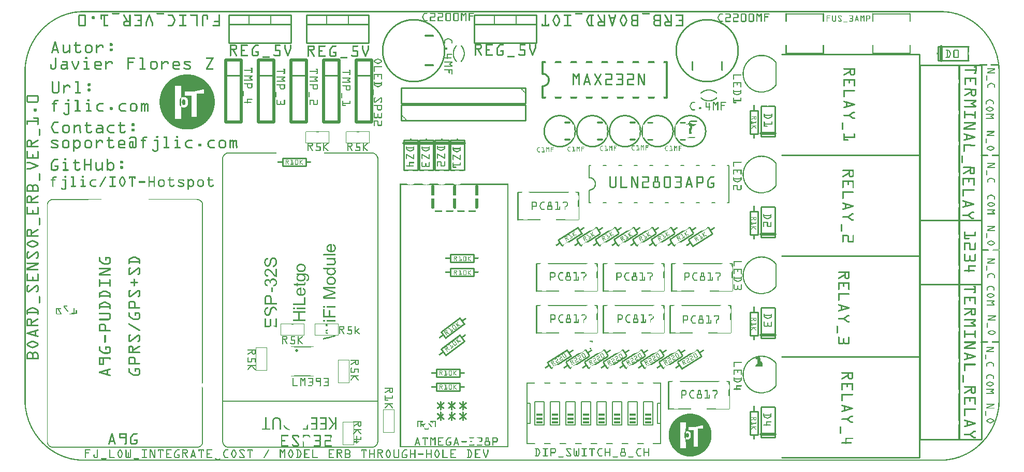
<source format=gto>
G04 MADE WITH FRITZING*
G04 WWW.FRITZING.ORG*
G04 DOUBLE SIDED*
G04 HOLES PLATED*
G04 CONTOUR ON CENTER OF CONTOUR VECTOR*
%ASAXBY*%
%FSLAX23Y23*%
%MOIN*%
%OFA0B0*%
%SFA1.0B1.0*%
%ADD10C,0.019307X0.00330709*%
%ADD11C,0.410000X0.39*%
%ADD12R,0.040000X0.015000*%
%ADD13C,0.010000*%
%ADD14C,0.020000*%
%ADD15C,0.006943*%
%ADD16C,0.009799*%
%ADD17C,0.008000*%
%ADD18C,0.012000*%
%ADD19C,0.005000*%
%ADD20C,0.011127*%
%ADD21C,0.011102*%
%ADD22C,0.011000*%
%ADD23R,0.001000X0.001000*%
%LNSILK1*%
G90*
G70*
G54D10*
X1751Y712D03*
G54D11*
X2507Y2646D03*
X4397Y2646D03*
G54D12*
X4017Y298D03*
X4017Y273D03*
X4017Y248D03*
X3917Y298D03*
X3917Y273D03*
X3917Y248D03*
X3817Y298D03*
X3817Y273D03*
X3817Y248D03*
X3717Y298D03*
X3717Y273D03*
X3717Y248D03*
X3617Y298D03*
X3617Y273D03*
X3617Y248D03*
X3517Y298D03*
X3517Y273D03*
X3517Y248D03*
X3417Y298D03*
X3417Y273D03*
X3417Y248D03*
X3317Y298D03*
X3317Y273D03*
X3317Y248D03*
G54D13*
X3367Y637D02*
X3493Y717D01*
D02*
X3493Y717D02*
X3520Y675D01*
G54D14*
D02*
X1297Y2586D02*
X1297Y2186D01*
D02*
X1297Y2186D02*
X1397Y2186D01*
D02*
X1397Y2186D02*
X1397Y2586D01*
D02*
X1397Y2586D02*
X1297Y2586D01*
G54D13*
D02*
X1297Y2486D02*
X1397Y2486D01*
G54D14*
D02*
X1507Y2586D02*
X1507Y2186D01*
D02*
X1507Y2186D02*
X1607Y2186D01*
D02*
X1607Y2186D02*
X1607Y2586D01*
D02*
X1607Y2586D02*
X1507Y2586D01*
G54D13*
D02*
X1507Y2486D02*
X1607Y2486D01*
G54D14*
D02*
X1717Y2586D02*
X1717Y2186D01*
D02*
X1717Y2186D02*
X1817Y2186D01*
D02*
X1817Y2186D02*
X1817Y2586D01*
D02*
X1817Y2586D02*
X1717Y2586D01*
G54D13*
D02*
X1717Y2486D02*
X1817Y2486D01*
G54D14*
D02*
X2137Y2586D02*
X2137Y2186D01*
D02*
X2137Y2186D02*
X2237Y2186D01*
D02*
X2237Y2186D02*
X2237Y2586D01*
D02*
X2237Y2586D02*
X2137Y2586D01*
G54D13*
D02*
X2137Y2486D02*
X2237Y2486D01*
G54D14*
D02*
X1927Y2586D02*
X1927Y2186D01*
D02*
X1927Y2186D02*
X2027Y2186D01*
D02*
X2027Y2186D02*
X2027Y2586D01*
D02*
X2027Y2586D02*
X1927Y2586D01*
G54D13*
D02*
X1927Y2486D02*
X2027Y2486D01*
G54D15*
D02*
X1276Y386D02*
X2276Y386D01*
G54D16*
D02*
X3177Y1731D02*
X3177Y1554D01*
D02*
X3297Y1271D02*
X3297Y1094D01*
D02*
X3727Y1271D02*
X3727Y1094D01*
D02*
X4167Y1271D02*
X4167Y1094D01*
D02*
X4147Y511D02*
X4147Y334D01*
D02*
X4157Y1001D02*
X4157Y824D01*
D02*
X3727Y1001D02*
X3727Y824D01*
D02*
X3297Y1001D02*
X3297Y824D01*
G54D13*
D02*
X4672Y170D02*
X4672Y320D01*
D02*
X4672Y320D02*
X4722Y320D01*
D02*
X4722Y320D02*
X4722Y170D01*
D02*
X4722Y170D02*
X4672Y170D01*
D02*
X4672Y810D02*
X4672Y960D01*
D02*
X4672Y960D02*
X4722Y960D01*
D02*
X4722Y960D02*
X4722Y810D01*
D02*
X4722Y810D02*
X4672Y810D01*
D02*
X4672Y2110D02*
X4672Y2260D01*
D02*
X4672Y2260D02*
X4722Y2260D01*
D02*
X4722Y2260D02*
X4722Y2110D01*
D02*
X4722Y2110D02*
X4672Y2110D01*
D02*
X4672Y1460D02*
X4672Y1610D01*
D02*
X4672Y1610D02*
X4722Y1610D01*
D02*
X4722Y1610D02*
X4722Y1460D01*
D02*
X4722Y1460D02*
X4672Y1460D01*
D02*
X4360Y675D02*
X4234Y594D01*
D02*
X4234Y594D02*
X4207Y637D01*
D02*
X4430Y1465D02*
X4304Y1384D01*
D02*
X4304Y1384D02*
X4277Y1427D01*
D02*
X3437Y1427D02*
X3563Y1507D01*
D02*
X3563Y1507D02*
X3590Y1465D01*
G54D17*
D02*
X3237Y501D02*
X3237Y371D01*
D02*
X3237Y241D02*
X3257Y241D01*
D02*
X3257Y241D02*
X3257Y371D01*
D02*
X3257Y371D02*
X3237Y371D01*
D02*
X3237Y241D02*
X3237Y111D01*
D02*
X3237Y371D02*
X3237Y241D01*
D02*
X4097Y111D02*
X4097Y241D01*
D02*
X4097Y371D02*
X4077Y371D01*
D02*
X4077Y371D02*
X4077Y241D01*
D02*
X4077Y241D02*
X4097Y241D01*
D02*
X4097Y371D02*
X4097Y501D01*
D02*
X4097Y241D02*
X4097Y371D01*
D02*
X3987Y381D02*
X3987Y231D01*
D02*
X3987Y381D02*
X4047Y381D01*
D02*
X4047Y231D02*
X4047Y381D01*
D02*
X4047Y231D02*
X3987Y231D01*
D02*
X3887Y381D02*
X3887Y231D01*
D02*
X3887Y381D02*
X3947Y381D01*
D02*
X3947Y231D02*
X3947Y381D01*
D02*
X3947Y231D02*
X3887Y231D01*
D02*
X3787Y381D02*
X3787Y231D01*
D02*
X3787Y381D02*
X3847Y381D01*
D02*
X3847Y231D02*
X3847Y381D01*
D02*
X3847Y231D02*
X3787Y231D01*
D02*
X3687Y381D02*
X3687Y231D01*
D02*
X3687Y381D02*
X3747Y381D01*
D02*
X3747Y231D02*
X3747Y381D01*
D02*
X3747Y231D02*
X3687Y231D01*
D02*
X3587Y381D02*
X3587Y231D01*
D02*
X3587Y381D02*
X3647Y381D01*
D02*
X3647Y231D02*
X3647Y381D01*
D02*
X3647Y231D02*
X3587Y231D01*
D02*
X3487Y381D02*
X3487Y231D01*
D02*
X3487Y381D02*
X3547Y381D01*
D02*
X3547Y231D02*
X3547Y381D01*
D02*
X3547Y231D02*
X3487Y231D01*
D02*
X3387Y381D02*
X3387Y231D01*
D02*
X3387Y381D02*
X3447Y381D01*
D02*
X3447Y231D02*
X3447Y381D01*
D02*
X3447Y231D02*
X3387Y231D01*
D02*
X3287Y381D02*
X3287Y231D01*
D02*
X3287Y381D02*
X3347Y381D01*
D02*
X3347Y231D02*
X3347Y381D01*
D02*
X3347Y231D02*
X3287Y231D01*
G54D13*
D02*
X4742Y2092D02*
X4742Y2287D01*
D02*
X4832Y2287D02*
X4832Y2092D01*
D02*
X4832Y2092D02*
X4742Y2092D01*
G54D14*
D02*
X4832Y2112D02*
X4742Y2112D01*
G54D13*
D02*
X4742Y1442D02*
X4742Y1637D01*
D02*
X4832Y1637D02*
X4832Y1442D01*
D02*
X4832Y1442D02*
X4742Y1442D01*
G54D14*
D02*
X4832Y1462D02*
X4742Y1462D01*
G54D13*
D02*
X4742Y792D02*
X4742Y987D01*
D02*
X4832Y987D02*
X4832Y792D01*
D02*
X4832Y792D02*
X4742Y792D01*
G54D14*
D02*
X4832Y812D02*
X4742Y812D01*
G54D13*
D02*
X4742Y152D02*
X4742Y347D01*
D02*
X4832Y347D02*
X4832Y152D01*
D02*
X4832Y152D02*
X4742Y152D01*
G54D14*
D02*
X4832Y172D02*
X4742Y172D01*
G54D13*
D02*
X2732Y2070D02*
X2732Y1875D01*
D02*
X2642Y1875D02*
X2642Y2070D01*
D02*
X2642Y2070D02*
X2732Y2070D01*
G54D14*
D02*
X2642Y2050D02*
X2732Y2050D01*
G54D13*
D02*
X2832Y2070D02*
X2832Y1875D01*
D02*
X2742Y1875D02*
X2742Y2070D01*
D02*
X2742Y2070D02*
X2832Y2070D01*
G54D14*
D02*
X2742Y2050D02*
X2832Y2050D01*
G54D13*
D02*
X2532Y2070D02*
X2532Y1875D01*
D02*
X2442Y1875D02*
X2442Y2070D01*
D02*
X2442Y2070D02*
X2532Y2070D01*
G54D14*
D02*
X2442Y2050D02*
X2532Y2050D01*
G54D13*
D02*
X2632Y2070D02*
X2632Y1875D01*
D02*
X2542Y1875D02*
X2542Y2070D01*
D02*
X2542Y2070D02*
X2632Y2070D01*
G54D14*
D02*
X2542Y2050D02*
X2632Y2050D01*
G54D17*
D02*
X4537Y1906D02*
X4537Y1666D01*
D02*
X3637Y1906D02*
X3637Y1826D01*
D02*
X3637Y1666D02*
X3637Y1746D01*
D02*
X3637Y1906D02*
X3647Y1906D01*
D02*
X3727Y1906D02*
X3747Y1906D01*
D02*
X3637Y1666D02*
X3647Y1666D01*
D02*
X4537Y1906D02*
X4527Y1906D01*
D02*
X4537Y1666D02*
X4527Y1666D01*
D02*
X3827Y1906D02*
X3847Y1906D01*
D02*
X3927Y1906D02*
X3947Y1906D01*
D02*
X4027Y1906D02*
X4047Y1906D01*
D02*
X4127Y1906D02*
X4147Y1906D01*
D02*
X4227Y1906D02*
X4247Y1906D01*
D02*
X4327Y1906D02*
X4347Y1906D01*
D02*
X4427Y1906D02*
X4447Y1906D01*
D02*
X3727Y1666D02*
X3747Y1666D01*
D02*
X3827Y1666D02*
X3847Y1666D01*
D02*
X3927Y1666D02*
X3947Y1666D01*
D02*
X4027Y1666D02*
X4047Y1666D01*
D02*
X4127Y1666D02*
X4147Y1666D01*
D02*
X4227Y1666D02*
X4247Y1666D01*
D02*
X4327Y1666D02*
X4347Y1666D01*
D02*
X4427Y1666D02*
X4447Y1666D01*
G54D13*
D02*
X2892Y1191D02*
X2742Y1191D01*
D02*
X2742Y1191D02*
X2742Y1241D01*
D02*
X2742Y1241D02*
X2892Y1241D01*
D02*
X2892Y1241D02*
X2892Y1191D01*
D02*
X2712Y791D02*
X2682Y831D01*
D02*
X2682Y831D02*
X2803Y921D01*
D02*
X2803Y921D02*
X2833Y881D01*
D02*
X2802Y541D02*
X2652Y541D01*
D02*
X2652Y541D02*
X2652Y591D01*
D02*
X2652Y591D02*
X2802Y591D01*
D02*
X2802Y591D02*
X2802Y541D01*
D02*
X2831Y773D02*
X2712Y682D01*
D02*
X2712Y682D02*
X2682Y722D01*
D02*
X2682Y722D02*
X2801Y813D01*
D02*
X2801Y813D02*
X2831Y773D01*
D02*
X1812Y1901D02*
X1662Y1901D01*
D02*
X1662Y1901D02*
X1662Y1951D01*
D02*
X1662Y1951D02*
X1812Y1951D01*
D02*
X1812Y1951D02*
X1812Y1901D01*
D02*
X2802Y451D02*
X2652Y451D01*
D02*
X2652Y451D02*
X2652Y501D01*
D02*
X2652Y501D02*
X2802Y501D01*
D02*
X2802Y501D02*
X2802Y451D01*
D02*
X2892Y1281D02*
X2742Y1281D01*
D02*
X2742Y1281D02*
X2742Y1331D01*
D02*
X2742Y1331D02*
X2892Y1331D01*
D02*
X2892Y1331D02*
X2892Y1281D01*
D02*
X3227Y2406D02*
X2427Y2406D01*
D02*
X2427Y2406D02*
X2427Y2306D01*
D02*
X2427Y2306D02*
X3227Y2306D01*
D02*
X3227Y2306D02*
X3227Y2406D01*
D02*
X2427Y2196D02*
X3227Y2196D01*
D02*
X3227Y2196D02*
X3227Y2296D01*
D02*
X3227Y2296D02*
X2427Y2296D01*
D02*
X2427Y2296D02*
X2427Y2196D01*
G54D18*
D02*
X4137Y2571D02*
X4137Y2341D01*
D02*
X3337Y2571D02*
X3337Y2496D01*
D02*
X3337Y2341D02*
X3337Y2416D01*
G54D17*
D02*
X4905Y2883D02*
X5142Y2883D01*
D02*
X4905Y2629D02*
X5145Y2629D01*
D02*
X5702Y2629D02*
X5465Y2629D01*
D02*
X5702Y2883D02*
X5462Y2883D01*
G54D13*
D02*
X5883Y2671D02*
X6078Y2671D01*
D02*
X6078Y2581D02*
X5883Y2581D01*
D02*
X5883Y2581D02*
X5883Y2671D01*
G54D14*
D02*
X5903Y2581D02*
X5903Y2671D01*
G54D13*
D02*
X1317Y2876D02*
X1717Y2876D01*
D02*
X1717Y2876D02*
X1717Y2696D01*
D02*
X1717Y2696D02*
X1317Y2696D01*
D02*
X1317Y2696D02*
X1317Y2876D01*
D02*
X1317Y2876D02*
X1717Y2876D01*
D02*
X1717Y2876D02*
X1717Y2816D01*
D02*
X1717Y2816D02*
X1317Y2816D01*
D02*
X1317Y2816D02*
X1317Y2876D01*
G54D19*
D02*
X1447Y2876D02*
X1447Y2816D01*
D02*
X1587Y2876D02*
X1587Y2816D01*
G54D13*
D02*
X1817Y2876D02*
X2217Y2876D01*
D02*
X2217Y2876D02*
X2217Y2696D01*
D02*
X2217Y2696D02*
X1817Y2696D01*
D02*
X1817Y2696D02*
X1817Y2876D01*
D02*
X1817Y2876D02*
X2217Y2876D01*
D02*
X2217Y2876D02*
X2217Y2816D01*
D02*
X2217Y2816D02*
X1817Y2816D01*
D02*
X1817Y2816D02*
X1817Y2876D01*
G54D19*
D02*
X1947Y2876D02*
X1947Y2816D01*
D02*
X2087Y2876D02*
X2087Y2816D01*
G54D13*
D02*
X2897Y2876D02*
X3297Y2876D01*
D02*
X3297Y2876D02*
X3297Y2696D01*
D02*
X3297Y2696D02*
X2897Y2696D01*
D02*
X2897Y2696D02*
X2897Y2876D01*
D02*
X2897Y2876D02*
X3297Y2876D01*
D02*
X3297Y2876D02*
X3297Y2816D01*
D02*
X3297Y2816D02*
X2897Y2816D01*
D02*
X2897Y2816D02*
X2897Y2876D01*
G54D19*
D02*
X3027Y2876D02*
X3027Y2816D01*
D02*
X3167Y2876D02*
X3167Y2816D01*
G54D20*
D02*
X5766Y2551D02*
X5766Y1140D01*
D02*
X5766Y1140D02*
X6162Y1140D01*
D02*
X6162Y1140D02*
X6162Y2551D01*
D02*
X6162Y2551D02*
X5766Y2551D01*
D02*
X5766Y1551D02*
X5766Y140D01*
D02*
X5766Y140D02*
X6162Y140D01*
D02*
X6162Y140D02*
X6162Y1551D01*
D02*
X6162Y1551D02*
X5766Y1551D01*
G54D21*
X4876Y1972D02*
X5761Y1972D01*
X5761Y2621D01*
X4876Y2621D01*
D02*
X4876Y1322D02*
X5761Y1322D01*
X5761Y1971D01*
X4876Y1971D01*
D02*
X4876Y672D02*
X5761Y672D01*
X5761Y1321D01*
X4876Y1321D01*
D02*
X4876Y22D02*
X5761Y22D01*
X5761Y671D01*
X4876Y671D01*
D02*
G54D22*
X4221Y2182D02*
X4251Y2182D01*
D02*
X4221Y2072D02*
X4251Y2072D01*
D02*
X4011Y2182D02*
X4041Y2182D01*
D02*
X4011Y2072D02*
X4041Y2072D01*
D02*
G54D23*
X361Y2901D02*
X5918Y2901D01*
X347Y2900D02*
X5932Y2900D01*
X338Y2899D02*
X5941Y2899D01*
X330Y2898D02*
X5949Y2898D01*
X323Y2897D02*
X5956Y2897D01*
X317Y2896D02*
X5962Y2896D01*
X311Y2895D02*
X5968Y2895D01*
X306Y2894D02*
X5973Y2894D01*
X302Y2893D02*
X360Y2893D01*
X5919Y2893D02*
X5977Y2893D01*
X297Y2892D02*
X347Y2892D01*
X5932Y2892D02*
X5982Y2892D01*
X293Y2891D02*
X337Y2891D01*
X5942Y2891D02*
X5986Y2891D01*
X289Y2890D02*
X329Y2890D01*
X566Y2890D02*
X608Y2890D01*
X854Y2890D02*
X896Y2890D01*
X2578Y2890D02*
X2592Y2890D01*
X2614Y2890D02*
X2639Y2890D01*
X2664Y2890D02*
X2689Y2890D01*
X2717Y2890D02*
X2739Y2890D01*
X2767Y2890D02*
X2789Y2890D01*
X2811Y2890D02*
X2819Y2890D01*
X2837Y2890D02*
X2844Y2890D01*
X2861Y2890D02*
X2892Y2890D01*
X5950Y2890D02*
X5990Y2890D01*
X285Y2889D02*
X322Y2889D01*
X565Y2889D02*
X610Y2889D01*
X852Y2889D02*
X898Y2889D01*
X2575Y2889D02*
X2594Y2889D01*
X2612Y2889D02*
X2641Y2889D01*
X2662Y2889D02*
X2691Y2889D01*
X2714Y2889D02*
X2741Y2889D01*
X2764Y2889D02*
X2791Y2889D01*
X2811Y2889D02*
X2820Y2889D01*
X2836Y2889D02*
X2845Y2889D01*
X2861Y2889D02*
X2894Y2889D01*
X3548Y2889D02*
X3590Y2889D01*
X3980Y2889D02*
X4022Y2889D01*
X5957Y2889D02*
X5994Y2889D01*
X282Y2888D02*
X316Y2888D01*
X564Y2888D02*
X611Y2888D01*
X852Y2888D02*
X899Y2888D01*
X2573Y2888D02*
X2594Y2888D01*
X2611Y2888D02*
X2643Y2888D01*
X2661Y2888D02*
X2693Y2888D01*
X2713Y2888D02*
X2743Y2888D01*
X2763Y2888D02*
X2793Y2888D01*
X2811Y2888D02*
X2820Y2888D01*
X2835Y2888D02*
X2845Y2888D01*
X2861Y2888D02*
X2894Y2888D01*
X3546Y2888D02*
X3592Y2888D01*
X3978Y2888D02*
X4024Y2888D01*
X5963Y2888D02*
X5997Y2888D01*
X278Y2887D02*
X311Y2887D01*
X563Y2887D02*
X611Y2887D01*
X851Y2887D02*
X899Y2887D01*
X2572Y2887D02*
X2595Y2887D01*
X2611Y2887D02*
X2644Y2887D01*
X2661Y2887D02*
X2694Y2887D01*
X2712Y2887D02*
X2744Y2887D01*
X2762Y2887D02*
X2794Y2887D01*
X2811Y2887D02*
X2821Y2887D01*
X2835Y2887D02*
X2845Y2887D01*
X2861Y2887D02*
X2895Y2887D01*
X3545Y2887D02*
X3593Y2887D01*
X3977Y2887D02*
X4025Y2887D01*
X4902Y2887D02*
X4905Y2887D01*
X5142Y2887D02*
X5145Y2887D01*
X5460Y2887D02*
X5463Y2887D01*
X5700Y2887D02*
X5703Y2887D01*
X5968Y2887D02*
X6001Y2887D01*
X275Y2886D02*
X306Y2886D01*
X563Y2886D02*
X611Y2886D01*
X851Y2886D02*
X899Y2886D01*
X2571Y2886D02*
X2595Y2886D01*
X2611Y2886D02*
X2644Y2886D01*
X2661Y2886D02*
X2694Y2886D01*
X2712Y2886D02*
X2744Y2886D01*
X2762Y2886D02*
X2794Y2886D01*
X2811Y2886D02*
X2822Y2886D01*
X2834Y2886D02*
X2845Y2886D01*
X2861Y2886D02*
X2895Y2886D01*
X3545Y2886D02*
X3593Y2886D01*
X3977Y2886D02*
X4025Y2886D01*
X4901Y2886D02*
X4906Y2886D01*
X5141Y2886D02*
X5146Y2886D01*
X5459Y2886D02*
X5464Y2886D01*
X5699Y2886D02*
X5704Y2886D01*
X5973Y2886D02*
X6004Y2886D01*
X271Y2885D02*
X301Y2885D01*
X563Y2885D02*
X611Y2885D01*
X851Y2885D02*
X899Y2885D01*
X2570Y2885D02*
X2594Y2885D01*
X2612Y2885D02*
X2644Y2885D01*
X2662Y2885D02*
X2694Y2885D01*
X2711Y2885D02*
X2744Y2885D01*
X2761Y2885D02*
X2794Y2885D01*
X2811Y2885D02*
X2823Y2885D01*
X2833Y2885D02*
X2845Y2885D01*
X2861Y2885D02*
X2894Y2885D01*
X3545Y2885D02*
X3593Y2885D01*
X3977Y2885D02*
X4025Y2885D01*
X4480Y2885D02*
X4494Y2885D01*
X4516Y2885D02*
X4541Y2885D01*
X4566Y2885D02*
X4591Y2885D01*
X4619Y2885D02*
X4641Y2885D01*
X4669Y2885D02*
X4691Y2885D01*
X4713Y2885D02*
X4721Y2885D01*
X4739Y2885D02*
X4746Y2885D01*
X4763Y2885D02*
X4794Y2885D01*
X4901Y2885D02*
X4907Y2885D01*
X5141Y2885D02*
X5147Y2885D01*
X5458Y2885D02*
X5464Y2885D01*
X5698Y2885D02*
X5704Y2885D01*
X5978Y2885D02*
X6008Y2885D01*
X268Y2884D02*
X297Y2884D01*
X563Y2884D02*
X611Y2884D01*
X851Y2884D02*
X899Y2884D01*
X2570Y2884D02*
X2593Y2884D01*
X2612Y2884D02*
X2645Y2884D01*
X2662Y2884D02*
X2695Y2884D01*
X2711Y2884D02*
X2745Y2884D01*
X2761Y2884D02*
X2795Y2884D01*
X2811Y2884D02*
X2823Y2884D01*
X2833Y2884D02*
X2845Y2884D01*
X2861Y2884D02*
X2893Y2884D01*
X3545Y2884D02*
X3593Y2884D01*
X3977Y2884D02*
X4025Y2884D01*
X4477Y2884D02*
X4496Y2884D01*
X4514Y2884D02*
X4543Y2884D01*
X4564Y2884D02*
X4593Y2884D01*
X4616Y2884D02*
X4643Y2884D01*
X4666Y2884D02*
X4693Y2884D01*
X4713Y2884D02*
X4722Y2884D01*
X4738Y2884D02*
X4747Y2884D01*
X4763Y2884D02*
X4796Y2884D01*
X4900Y2884D02*
X4907Y2884D01*
X5140Y2884D02*
X5147Y2884D01*
X5458Y2884D02*
X5465Y2884D01*
X5698Y2884D02*
X5705Y2884D01*
X5982Y2884D02*
X6011Y2884D01*
X265Y2883D02*
X293Y2883D01*
X563Y2883D02*
X611Y2883D01*
X851Y2883D02*
X899Y2883D01*
X2569Y2883D02*
X2577Y2883D01*
X2638Y2883D02*
X2645Y2883D01*
X2688Y2883D02*
X2695Y2883D01*
X2711Y2883D02*
X2717Y2883D01*
X2738Y2883D02*
X2745Y2883D01*
X2761Y2883D02*
X2767Y2883D01*
X2788Y2883D02*
X2795Y2883D01*
X2811Y2883D02*
X2824Y2883D01*
X2832Y2883D02*
X2845Y2883D01*
X2861Y2883D02*
X2867Y2883D01*
X3545Y2883D02*
X3593Y2883D01*
X3977Y2883D02*
X4025Y2883D01*
X4475Y2883D02*
X4496Y2883D01*
X4513Y2883D02*
X4545Y2883D01*
X4563Y2883D02*
X4595Y2883D01*
X4615Y2883D02*
X4645Y2883D01*
X4665Y2883D02*
X4695Y2883D01*
X4713Y2883D02*
X4722Y2883D01*
X4737Y2883D02*
X4747Y2883D01*
X4763Y2883D02*
X4796Y2883D01*
X4900Y2883D02*
X4907Y2883D01*
X5140Y2883D02*
X5147Y2883D01*
X5458Y2883D02*
X5465Y2883D01*
X5698Y2883D02*
X5705Y2883D01*
X5986Y2883D02*
X6014Y2883D01*
X262Y2882D02*
X289Y2882D01*
X564Y2882D02*
X610Y2882D01*
X852Y2882D02*
X898Y2882D01*
X2569Y2882D02*
X2576Y2882D01*
X2639Y2882D02*
X2645Y2882D01*
X2689Y2882D02*
X2695Y2882D01*
X2711Y2882D02*
X2717Y2882D01*
X2739Y2882D02*
X2745Y2882D01*
X2761Y2882D02*
X2767Y2882D01*
X2789Y2882D02*
X2795Y2882D01*
X2811Y2882D02*
X2825Y2882D01*
X2831Y2882D02*
X2845Y2882D01*
X2861Y2882D02*
X2867Y2882D01*
X3545Y2882D02*
X3593Y2882D01*
X3977Y2882D02*
X4025Y2882D01*
X4474Y2882D02*
X4497Y2882D01*
X4513Y2882D02*
X4545Y2882D01*
X4563Y2882D02*
X4595Y2882D01*
X4614Y2882D02*
X4645Y2882D01*
X4664Y2882D02*
X4695Y2882D01*
X4713Y2882D02*
X4723Y2882D01*
X4737Y2882D02*
X4747Y2882D01*
X4763Y2882D02*
X4797Y2882D01*
X4900Y2882D02*
X4907Y2882D01*
X5140Y2882D02*
X5147Y2882D01*
X5458Y2882D02*
X5465Y2882D01*
X5698Y2882D02*
X5705Y2882D01*
X5990Y2882D02*
X6017Y2882D01*
X260Y2881D02*
X285Y2881D01*
X565Y2881D02*
X609Y2881D01*
X853Y2881D02*
X897Y2881D01*
X2568Y2881D02*
X2575Y2881D01*
X2639Y2881D02*
X2645Y2881D01*
X2689Y2881D02*
X2695Y2881D01*
X2711Y2881D02*
X2717Y2881D01*
X2739Y2881D02*
X2745Y2881D01*
X2761Y2881D02*
X2767Y2881D01*
X2789Y2881D02*
X2795Y2881D01*
X2811Y2881D02*
X2825Y2881D01*
X2831Y2881D02*
X2845Y2881D01*
X2861Y2881D02*
X2867Y2881D01*
X3546Y2881D02*
X3592Y2881D01*
X3978Y2881D02*
X4024Y2881D01*
X4473Y2881D02*
X4497Y2881D01*
X4513Y2881D02*
X4546Y2881D01*
X4563Y2881D02*
X4596Y2881D01*
X4614Y2881D02*
X4646Y2881D01*
X4664Y2881D02*
X4696Y2881D01*
X4713Y2881D02*
X4724Y2881D01*
X4736Y2881D02*
X4747Y2881D01*
X4763Y2881D02*
X4797Y2881D01*
X4900Y2881D02*
X4907Y2881D01*
X5140Y2881D02*
X5147Y2881D01*
X5458Y2881D02*
X5465Y2881D01*
X5698Y2881D02*
X5705Y2881D01*
X5994Y2881D02*
X6019Y2881D01*
X257Y2880D02*
X281Y2880D01*
X355Y2880D02*
X387Y2880D01*
X495Y2880D02*
X536Y2880D01*
X639Y2880D02*
X640Y2880D01*
X678Y2880D02*
X680Y2880D01*
X711Y2880D02*
X755Y2880D01*
X802Y2880D02*
X804Y2880D01*
X927Y2880D02*
X948Y2880D01*
X999Y2880D02*
X1040Y2880D01*
X1071Y2880D02*
X1115Y2880D01*
X1157Y2880D02*
X1170Y2880D01*
X1254Y2880D02*
X1256Y2880D01*
X2568Y2880D02*
X2575Y2880D01*
X2639Y2880D02*
X2645Y2880D01*
X2689Y2880D02*
X2695Y2880D01*
X2711Y2880D02*
X2717Y2880D01*
X2739Y2880D02*
X2745Y2880D01*
X2761Y2880D02*
X2767Y2880D01*
X2789Y2880D02*
X2795Y2880D01*
X2811Y2880D02*
X2826Y2880D01*
X2830Y2880D02*
X2845Y2880D01*
X2861Y2880D02*
X2867Y2880D01*
X3547Y2880D02*
X3591Y2880D01*
X3979Y2880D02*
X4023Y2880D01*
X4472Y2880D02*
X4496Y2880D01*
X4514Y2880D02*
X4546Y2880D01*
X4564Y2880D02*
X4596Y2880D01*
X4613Y2880D02*
X4646Y2880D01*
X4663Y2880D02*
X4696Y2880D01*
X4713Y2880D02*
X4724Y2880D01*
X4735Y2880D02*
X4747Y2880D01*
X4763Y2880D02*
X4796Y2880D01*
X4900Y2880D02*
X4907Y2880D01*
X5140Y2880D02*
X5147Y2880D01*
X5458Y2880D02*
X5465Y2880D01*
X5698Y2880D02*
X5705Y2880D01*
X5998Y2880D02*
X6022Y2880D01*
X254Y2879D02*
X278Y2879D01*
X352Y2879D02*
X390Y2879D01*
X493Y2879D02*
X538Y2879D01*
X637Y2879D02*
X642Y2879D01*
X676Y2879D02*
X682Y2879D01*
X709Y2879D02*
X756Y2879D01*
X800Y2879D02*
X806Y2879D01*
X925Y2879D02*
X951Y2879D01*
X997Y2879D02*
X1042Y2879D01*
X1069Y2879D02*
X1115Y2879D01*
X1153Y2879D02*
X1173Y2879D01*
X1252Y2879D02*
X1258Y2879D01*
X2567Y2879D02*
X2574Y2879D01*
X2639Y2879D02*
X2645Y2879D01*
X2689Y2879D02*
X2695Y2879D01*
X2711Y2879D02*
X2717Y2879D01*
X2739Y2879D02*
X2745Y2879D01*
X2761Y2879D02*
X2767Y2879D01*
X2789Y2879D02*
X2795Y2879D01*
X2811Y2879D02*
X2817Y2879D01*
X2819Y2879D02*
X2827Y2879D01*
X2829Y2879D02*
X2837Y2879D01*
X2839Y2879D02*
X2845Y2879D01*
X2861Y2879D02*
X2867Y2879D01*
X3352Y2879D02*
X3354Y2879D01*
X3423Y2879D02*
X3428Y2879D01*
X3476Y2879D02*
X3518Y2879D01*
X3639Y2879D02*
X3662Y2879D01*
X3692Y2879D02*
X3695Y2879D01*
X3732Y2879D02*
X3734Y2879D01*
X3764Y2879D02*
X3766Y2879D01*
X3804Y2879D02*
X3806Y2879D01*
X3855Y2879D02*
X3859Y2879D01*
X3921Y2879D02*
X3953Y2879D01*
X4065Y2879D02*
X4097Y2879D01*
X4124Y2879D02*
X4127Y2879D01*
X4164Y2879D02*
X4166Y2879D01*
X4196Y2879D02*
X4241Y2879D01*
X4472Y2879D02*
X4495Y2879D01*
X4514Y2879D02*
X4547Y2879D01*
X4564Y2879D02*
X4597Y2879D01*
X4613Y2879D02*
X4647Y2879D01*
X4663Y2879D02*
X4697Y2879D01*
X4713Y2879D02*
X4725Y2879D01*
X4735Y2879D02*
X4747Y2879D01*
X4763Y2879D02*
X4795Y2879D01*
X4900Y2879D02*
X4907Y2879D01*
X5140Y2879D02*
X5147Y2879D01*
X5458Y2879D02*
X5465Y2879D01*
X5698Y2879D02*
X5705Y2879D01*
X6001Y2879D02*
X6025Y2879D01*
X251Y2878D02*
X274Y2878D01*
X351Y2878D02*
X392Y2878D01*
X492Y2878D02*
X539Y2878D01*
X636Y2878D02*
X643Y2878D01*
X675Y2878D02*
X683Y2878D01*
X708Y2878D02*
X756Y2878D01*
X799Y2878D02*
X807Y2878D01*
X924Y2878D02*
X953Y2878D01*
X996Y2878D02*
X1042Y2878D01*
X1068Y2878D02*
X1115Y2878D01*
X1151Y2878D02*
X1175Y2878D01*
X1251Y2878D02*
X1258Y2878D01*
X2567Y2878D02*
X2574Y2878D01*
X2639Y2878D02*
X2645Y2878D01*
X2689Y2878D02*
X2695Y2878D01*
X2711Y2878D02*
X2717Y2878D01*
X2739Y2878D02*
X2745Y2878D01*
X2761Y2878D02*
X2767Y2878D01*
X2789Y2878D02*
X2795Y2878D01*
X2811Y2878D02*
X2817Y2878D01*
X2820Y2878D02*
X2836Y2878D01*
X2839Y2878D02*
X2845Y2878D01*
X2861Y2878D02*
X2867Y2878D01*
X3350Y2878D02*
X3356Y2878D01*
X3420Y2878D02*
X3430Y2878D01*
X3474Y2878D02*
X3520Y2878D01*
X3636Y2878D02*
X3664Y2878D01*
X3690Y2878D02*
X3696Y2878D01*
X3730Y2878D02*
X3736Y2878D01*
X3762Y2878D02*
X3768Y2878D01*
X3802Y2878D02*
X3808Y2878D01*
X3852Y2878D02*
X3862Y2878D01*
X3918Y2878D02*
X3953Y2878D01*
X4062Y2878D02*
X4097Y2878D01*
X4122Y2878D02*
X4128Y2878D01*
X4162Y2878D02*
X4168Y2878D01*
X4194Y2878D02*
X4241Y2878D01*
X4471Y2878D02*
X4479Y2878D01*
X4540Y2878D02*
X4547Y2878D01*
X4590Y2878D02*
X4597Y2878D01*
X4613Y2878D02*
X4619Y2878D01*
X4640Y2878D02*
X4647Y2878D01*
X4663Y2878D02*
X4669Y2878D01*
X4690Y2878D02*
X4697Y2878D01*
X4713Y2878D02*
X4726Y2878D01*
X4734Y2878D02*
X4747Y2878D01*
X4763Y2878D02*
X4769Y2878D01*
X4900Y2878D02*
X4907Y2878D01*
X5140Y2878D02*
X5147Y2878D01*
X5458Y2878D02*
X5465Y2878D01*
X5698Y2878D02*
X5705Y2878D01*
X6005Y2878D02*
X6028Y2878D01*
X248Y2877D02*
X271Y2877D01*
X350Y2877D02*
X393Y2877D01*
X491Y2877D02*
X539Y2877D01*
X635Y2877D02*
X644Y2877D01*
X675Y2877D02*
X683Y2877D01*
X707Y2877D02*
X756Y2877D01*
X799Y2877D02*
X807Y2877D01*
X923Y2877D02*
X954Y2877D01*
X995Y2877D02*
X1043Y2877D01*
X1067Y2877D02*
X1115Y2877D01*
X1150Y2877D02*
X1177Y2877D01*
X1251Y2877D02*
X1259Y2877D01*
X2566Y2877D02*
X2573Y2877D01*
X2639Y2877D02*
X2645Y2877D01*
X2689Y2877D02*
X2695Y2877D01*
X2711Y2877D02*
X2717Y2877D01*
X2739Y2877D02*
X2745Y2877D01*
X2761Y2877D02*
X2767Y2877D01*
X2789Y2877D02*
X2795Y2877D01*
X2811Y2877D02*
X2817Y2877D01*
X2821Y2877D02*
X2835Y2877D01*
X2839Y2877D02*
X2845Y2877D01*
X2861Y2877D02*
X2867Y2877D01*
X3349Y2877D02*
X3357Y2877D01*
X3418Y2877D02*
X3432Y2877D01*
X3473Y2877D02*
X3520Y2877D01*
X3635Y2877D02*
X3664Y2877D01*
X3689Y2877D02*
X3697Y2877D01*
X3729Y2877D02*
X3736Y2877D01*
X3761Y2877D02*
X3769Y2877D01*
X3801Y2877D02*
X3809Y2877D01*
X3850Y2877D02*
X3864Y2877D01*
X3916Y2877D02*
X3953Y2877D01*
X4060Y2877D02*
X4097Y2877D01*
X4121Y2877D02*
X4129Y2877D01*
X4161Y2877D02*
X4168Y2877D01*
X4193Y2877D02*
X4241Y2877D01*
X4471Y2877D02*
X4478Y2877D01*
X4541Y2877D02*
X4547Y2877D01*
X4591Y2877D02*
X4597Y2877D01*
X4613Y2877D02*
X4619Y2877D01*
X4641Y2877D02*
X4647Y2877D01*
X4663Y2877D02*
X4669Y2877D01*
X4691Y2877D02*
X4697Y2877D01*
X4713Y2877D02*
X4727Y2877D01*
X4733Y2877D02*
X4747Y2877D01*
X4763Y2877D02*
X4769Y2877D01*
X4900Y2877D02*
X4907Y2877D01*
X5140Y2877D02*
X5147Y2877D01*
X5458Y2877D02*
X5465Y2877D01*
X5698Y2877D02*
X5705Y2877D01*
X6008Y2877D02*
X6031Y2877D01*
X246Y2876D02*
X268Y2876D01*
X349Y2876D02*
X394Y2876D01*
X491Y2876D02*
X539Y2876D01*
X635Y2876D02*
X644Y2876D01*
X675Y2876D02*
X683Y2876D01*
X707Y2876D02*
X756Y2876D01*
X798Y2876D02*
X808Y2876D01*
X923Y2876D02*
X956Y2876D01*
X995Y2876D02*
X1043Y2876D01*
X1067Y2876D02*
X1115Y2876D01*
X1148Y2876D02*
X1178Y2876D01*
X1251Y2876D02*
X1259Y2876D01*
X2566Y2876D02*
X2573Y2876D01*
X2639Y2876D02*
X2645Y2876D01*
X2689Y2876D02*
X2695Y2876D01*
X2711Y2876D02*
X2717Y2876D01*
X2739Y2876D02*
X2745Y2876D01*
X2761Y2876D02*
X2767Y2876D01*
X2789Y2876D02*
X2795Y2876D01*
X2811Y2876D02*
X2817Y2876D01*
X2821Y2876D02*
X2835Y2876D01*
X2839Y2876D02*
X2845Y2876D01*
X2861Y2876D02*
X2867Y2876D01*
X3349Y2876D02*
X3357Y2876D01*
X3417Y2876D02*
X3433Y2876D01*
X3473Y2876D02*
X3521Y2876D01*
X3633Y2876D02*
X3665Y2876D01*
X3689Y2876D02*
X3698Y2876D01*
X3729Y2876D02*
X3737Y2876D01*
X3761Y2876D02*
X3769Y2876D01*
X3801Y2876D02*
X3809Y2876D01*
X3849Y2876D02*
X3865Y2876D01*
X3914Y2876D02*
X3953Y2876D01*
X4058Y2876D02*
X4097Y2876D01*
X4121Y2876D02*
X4130Y2876D01*
X4161Y2876D02*
X4169Y2876D01*
X4193Y2876D02*
X4241Y2876D01*
X4470Y2876D02*
X4477Y2876D01*
X4541Y2876D02*
X4547Y2876D01*
X4591Y2876D02*
X4597Y2876D01*
X4613Y2876D02*
X4619Y2876D01*
X4641Y2876D02*
X4647Y2876D01*
X4663Y2876D02*
X4669Y2876D01*
X4691Y2876D02*
X4697Y2876D01*
X4713Y2876D02*
X4727Y2876D01*
X4732Y2876D02*
X4747Y2876D01*
X4763Y2876D02*
X4769Y2876D01*
X4900Y2876D02*
X4907Y2876D01*
X5140Y2876D02*
X5147Y2876D01*
X5458Y2876D02*
X5465Y2876D01*
X5698Y2876D02*
X5705Y2876D01*
X6011Y2876D02*
X6033Y2876D01*
X243Y2875D02*
X265Y2875D01*
X348Y2875D02*
X394Y2875D01*
X491Y2875D02*
X539Y2875D01*
X635Y2875D02*
X645Y2875D01*
X674Y2875D02*
X683Y2875D01*
X707Y2875D02*
X756Y2875D01*
X798Y2875D02*
X808Y2875D01*
X923Y2875D02*
X957Y2875D01*
X995Y2875D02*
X1043Y2875D01*
X1067Y2875D02*
X1115Y2875D01*
X1148Y2875D02*
X1179Y2875D01*
X1250Y2875D02*
X1259Y2875D01*
X2565Y2875D02*
X2572Y2875D01*
X2639Y2875D02*
X2645Y2875D01*
X2689Y2875D02*
X2695Y2875D01*
X2711Y2875D02*
X2717Y2875D01*
X2739Y2875D02*
X2745Y2875D01*
X2761Y2875D02*
X2767Y2875D01*
X2789Y2875D02*
X2795Y2875D01*
X2811Y2875D02*
X2817Y2875D01*
X2822Y2875D02*
X2834Y2875D01*
X2839Y2875D02*
X2845Y2875D01*
X2861Y2875D02*
X2867Y2875D01*
X3349Y2875D02*
X3357Y2875D01*
X3416Y2875D02*
X3434Y2875D01*
X3473Y2875D02*
X3521Y2875D01*
X3632Y2875D02*
X3665Y2875D01*
X3689Y2875D02*
X3698Y2875D01*
X3728Y2875D02*
X3737Y2875D01*
X3761Y2875D02*
X3770Y2875D01*
X3800Y2875D02*
X3809Y2875D01*
X3848Y2875D02*
X3866Y2875D01*
X3912Y2875D02*
X3953Y2875D01*
X4056Y2875D02*
X4097Y2875D01*
X4121Y2875D02*
X4130Y2875D01*
X4160Y2875D02*
X4169Y2875D01*
X4193Y2875D02*
X4241Y2875D01*
X4470Y2875D02*
X4477Y2875D01*
X4541Y2875D02*
X4547Y2875D01*
X4591Y2875D02*
X4597Y2875D01*
X4613Y2875D02*
X4619Y2875D01*
X4641Y2875D02*
X4647Y2875D01*
X4663Y2875D02*
X4669Y2875D01*
X4691Y2875D02*
X4697Y2875D01*
X4713Y2875D02*
X4728Y2875D01*
X4732Y2875D02*
X4747Y2875D01*
X4763Y2875D02*
X4769Y2875D01*
X4900Y2875D02*
X4907Y2875D01*
X5140Y2875D02*
X5147Y2875D01*
X5458Y2875D02*
X5465Y2875D01*
X5698Y2875D02*
X5705Y2875D01*
X6014Y2875D02*
X6036Y2875D01*
X241Y2874D02*
X262Y2874D01*
X348Y2874D02*
X395Y2874D01*
X491Y2874D02*
X539Y2874D01*
X635Y2874D02*
X645Y2874D01*
X674Y2874D02*
X684Y2874D01*
X707Y2874D02*
X756Y2874D01*
X798Y2874D02*
X809Y2874D01*
X923Y2874D02*
X957Y2874D01*
X995Y2874D02*
X1043Y2874D01*
X1067Y2874D02*
X1115Y2874D01*
X1147Y2874D02*
X1180Y2874D01*
X1250Y2874D02*
X1259Y2874D01*
X2565Y2874D02*
X2572Y2874D01*
X2639Y2874D02*
X2645Y2874D01*
X2689Y2874D02*
X2695Y2874D01*
X2711Y2874D02*
X2717Y2874D01*
X2739Y2874D02*
X2745Y2874D01*
X2761Y2874D02*
X2767Y2874D01*
X2789Y2874D02*
X2795Y2874D01*
X2811Y2874D02*
X2817Y2874D01*
X2823Y2874D02*
X2833Y2874D01*
X2839Y2874D02*
X2845Y2874D01*
X2861Y2874D02*
X2867Y2874D01*
X3348Y2874D02*
X3358Y2874D01*
X3415Y2874D02*
X3435Y2874D01*
X3473Y2874D02*
X3521Y2874D01*
X3631Y2874D02*
X3665Y2874D01*
X3689Y2874D02*
X3699Y2874D01*
X3728Y2874D02*
X3737Y2874D01*
X3761Y2874D02*
X3770Y2874D01*
X3800Y2874D02*
X3810Y2874D01*
X3847Y2874D02*
X3867Y2874D01*
X3911Y2874D02*
X3953Y2874D01*
X4055Y2874D02*
X4097Y2874D01*
X4121Y2874D02*
X4131Y2874D01*
X4160Y2874D02*
X4169Y2874D01*
X4193Y2874D02*
X4241Y2874D01*
X4469Y2874D02*
X4476Y2874D01*
X4541Y2874D02*
X4547Y2874D01*
X4591Y2874D02*
X4597Y2874D01*
X4613Y2874D02*
X4619Y2874D01*
X4641Y2874D02*
X4647Y2874D01*
X4663Y2874D02*
X4669Y2874D01*
X4691Y2874D02*
X4697Y2874D01*
X4713Y2874D02*
X4719Y2874D01*
X4721Y2874D02*
X4729Y2874D01*
X4731Y2874D02*
X4739Y2874D01*
X4741Y2874D02*
X4747Y2874D01*
X4763Y2874D02*
X4769Y2874D01*
X4900Y2874D02*
X4907Y2874D01*
X5140Y2874D02*
X5147Y2874D01*
X5458Y2874D02*
X5465Y2874D01*
X5698Y2874D02*
X5705Y2874D01*
X6017Y2874D02*
X6038Y2874D01*
X239Y2873D02*
X259Y2873D01*
X347Y2873D02*
X395Y2873D01*
X491Y2873D02*
X539Y2873D01*
X635Y2873D02*
X646Y2873D01*
X674Y2873D02*
X684Y2873D01*
X707Y2873D02*
X756Y2873D01*
X797Y2873D02*
X809Y2873D01*
X923Y2873D02*
X958Y2873D01*
X995Y2873D02*
X1043Y2873D01*
X1067Y2873D02*
X1115Y2873D01*
X1146Y2873D02*
X1180Y2873D01*
X1250Y2873D02*
X1259Y2873D01*
X2564Y2873D02*
X2571Y2873D01*
X2639Y2873D02*
X2645Y2873D01*
X2689Y2873D02*
X2695Y2873D01*
X2711Y2873D02*
X2717Y2873D01*
X2739Y2873D02*
X2745Y2873D01*
X2761Y2873D02*
X2767Y2873D01*
X2789Y2873D02*
X2795Y2873D01*
X2811Y2873D02*
X2817Y2873D01*
X2823Y2873D02*
X2832Y2873D01*
X2839Y2873D02*
X2845Y2873D01*
X2861Y2873D02*
X2867Y2873D01*
X3348Y2873D02*
X3358Y2873D01*
X3414Y2873D02*
X3436Y2873D01*
X3473Y2873D02*
X3521Y2873D01*
X3630Y2873D02*
X3665Y2873D01*
X3689Y2873D02*
X3699Y2873D01*
X3728Y2873D02*
X3737Y2873D01*
X3761Y2873D02*
X3770Y2873D01*
X3800Y2873D02*
X3809Y2873D01*
X3846Y2873D02*
X3868Y2873D01*
X3910Y2873D02*
X3953Y2873D01*
X4054Y2873D02*
X4097Y2873D01*
X4121Y2873D02*
X4131Y2873D01*
X4160Y2873D02*
X4169Y2873D01*
X4193Y2873D02*
X4241Y2873D01*
X4469Y2873D02*
X4476Y2873D01*
X4541Y2873D02*
X4547Y2873D01*
X4591Y2873D02*
X4597Y2873D01*
X4613Y2873D02*
X4619Y2873D01*
X4641Y2873D02*
X4647Y2873D01*
X4663Y2873D02*
X4669Y2873D01*
X4691Y2873D02*
X4697Y2873D01*
X4713Y2873D02*
X4719Y2873D01*
X4722Y2873D02*
X4738Y2873D01*
X4741Y2873D02*
X4747Y2873D01*
X4763Y2873D02*
X4769Y2873D01*
X4900Y2873D02*
X4907Y2873D01*
X5140Y2873D02*
X5147Y2873D01*
X5458Y2873D02*
X5465Y2873D01*
X5698Y2873D02*
X5705Y2873D01*
X6020Y2873D02*
X6040Y2873D01*
X236Y2872D02*
X257Y2872D01*
X347Y2872D02*
X395Y2872D01*
X491Y2872D02*
X538Y2872D01*
X636Y2872D02*
X647Y2872D01*
X674Y2872D02*
X684Y2872D01*
X708Y2872D02*
X756Y2872D01*
X797Y2872D02*
X809Y2872D01*
X924Y2872D02*
X959Y2872D01*
X996Y2872D02*
X1042Y2872D01*
X1068Y2872D02*
X1115Y2872D01*
X1145Y2872D02*
X1181Y2872D01*
X1250Y2872D02*
X1259Y2872D01*
X2564Y2872D02*
X2571Y2872D01*
X2639Y2872D02*
X2645Y2872D01*
X2689Y2872D02*
X2695Y2872D01*
X2711Y2872D02*
X2717Y2872D01*
X2739Y2872D02*
X2745Y2872D01*
X2761Y2872D02*
X2767Y2872D01*
X2789Y2872D02*
X2795Y2872D01*
X2811Y2872D02*
X2817Y2872D01*
X2824Y2872D02*
X2832Y2872D01*
X2839Y2872D02*
X2845Y2872D01*
X2861Y2872D02*
X2886Y2872D01*
X3348Y2872D02*
X3358Y2872D01*
X3414Y2872D02*
X3436Y2872D01*
X3473Y2872D02*
X3521Y2872D01*
X3630Y2872D02*
X3665Y2872D01*
X3689Y2872D02*
X3700Y2872D01*
X3728Y2872D02*
X3737Y2872D01*
X3761Y2872D02*
X3771Y2872D01*
X3799Y2872D02*
X3809Y2872D01*
X3846Y2872D02*
X3868Y2872D01*
X3909Y2872D02*
X3953Y2872D01*
X4053Y2872D02*
X4097Y2872D01*
X4121Y2872D02*
X4132Y2872D01*
X4160Y2872D02*
X4169Y2872D01*
X4193Y2872D02*
X4241Y2872D01*
X4468Y2872D02*
X4475Y2872D01*
X4541Y2872D02*
X4547Y2872D01*
X4591Y2872D02*
X4597Y2872D01*
X4613Y2872D02*
X4619Y2872D01*
X4641Y2872D02*
X4647Y2872D01*
X4663Y2872D02*
X4669Y2872D01*
X4691Y2872D02*
X4697Y2872D01*
X4713Y2872D02*
X4719Y2872D01*
X4722Y2872D02*
X4737Y2872D01*
X4741Y2872D02*
X4747Y2872D01*
X4763Y2872D02*
X4769Y2872D01*
X4900Y2872D02*
X4907Y2872D01*
X5140Y2872D02*
X5147Y2872D01*
X5165Y2872D02*
X5188Y2872D01*
X5202Y2872D02*
X5204Y2872D01*
X5222Y2872D02*
X5225Y2872D01*
X5240Y2872D02*
X5258Y2872D01*
X5311Y2872D02*
X5332Y2872D01*
X5358Y2872D02*
X5361Y2872D01*
X5384Y2872D02*
X5390Y2872D01*
X5402Y2872D02*
X5408Y2872D01*
X5420Y2872D02*
X5440Y2872D01*
X5458Y2872D02*
X5465Y2872D01*
X5698Y2872D02*
X5705Y2872D01*
X6022Y2872D02*
X6043Y2872D01*
X234Y2871D02*
X254Y2871D01*
X347Y2871D02*
X395Y2871D01*
X491Y2871D02*
X537Y2871D01*
X636Y2871D02*
X647Y2871D01*
X674Y2871D02*
X684Y2871D01*
X709Y2871D02*
X756Y2871D01*
X797Y2871D02*
X810Y2871D01*
X925Y2871D02*
X959Y2871D01*
X997Y2871D02*
X1041Y2871D01*
X1069Y2871D02*
X1115Y2871D01*
X1145Y2871D02*
X1181Y2871D01*
X1250Y2871D02*
X1259Y2871D01*
X2563Y2871D02*
X2570Y2871D01*
X2639Y2871D02*
X2645Y2871D01*
X2689Y2871D02*
X2695Y2871D01*
X2711Y2871D02*
X2717Y2871D01*
X2739Y2871D02*
X2745Y2871D01*
X2761Y2871D02*
X2767Y2871D01*
X2789Y2871D02*
X2795Y2871D01*
X2811Y2871D02*
X2817Y2871D01*
X2825Y2871D02*
X2831Y2871D01*
X2839Y2871D02*
X2845Y2871D01*
X2861Y2871D02*
X2887Y2871D01*
X3348Y2871D02*
X3358Y2871D01*
X3413Y2871D02*
X3437Y2871D01*
X3474Y2871D02*
X3520Y2871D01*
X3629Y2871D02*
X3664Y2871D01*
X3690Y2871D02*
X3700Y2871D01*
X3728Y2871D02*
X3737Y2871D01*
X3761Y2871D02*
X3771Y2871D01*
X3799Y2871D02*
X3809Y2871D01*
X3845Y2871D02*
X3869Y2871D01*
X3909Y2871D02*
X3953Y2871D01*
X4053Y2871D02*
X4097Y2871D01*
X4122Y2871D02*
X4132Y2871D01*
X4160Y2871D02*
X4169Y2871D01*
X4194Y2871D02*
X4241Y2871D01*
X4468Y2871D02*
X4475Y2871D01*
X4541Y2871D02*
X4547Y2871D01*
X4591Y2871D02*
X4597Y2871D01*
X4613Y2871D02*
X4619Y2871D01*
X4641Y2871D02*
X4647Y2871D01*
X4663Y2871D02*
X4669Y2871D01*
X4691Y2871D02*
X4697Y2871D01*
X4713Y2871D02*
X4719Y2871D01*
X4723Y2871D02*
X4737Y2871D01*
X4741Y2871D02*
X4747Y2871D01*
X4763Y2871D02*
X4769Y2871D01*
X4900Y2871D02*
X4907Y2871D01*
X5140Y2871D02*
X5147Y2871D01*
X5165Y2871D02*
X5189Y2871D01*
X5201Y2871D02*
X5205Y2871D01*
X5221Y2871D02*
X5225Y2871D01*
X5239Y2871D02*
X5260Y2871D01*
X5311Y2871D02*
X5334Y2871D01*
X5357Y2871D02*
X5361Y2871D01*
X5384Y2871D02*
X5390Y2871D01*
X5401Y2871D02*
X5408Y2871D01*
X5420Y2871D02*
X5442Y2871D01*
X5458Y2871D02*
X5465Y2871D01*
X5698Y2871D02*
X5705Y2871D01*
X6025Y2871D02*
X6045Y2871D01*
X231Y2870D02*
X251Y2870D01*
X347Y2870D02*
X356Y2870D01*
X386Y2870D02*
X396Y2870D01*
X491Y2870D02*
X500Y2870D01*
X510Y2870D02*
X520Y2870D01*
X637Y2870D02*
X648Y2870D01*
X674Y2870D02*
X684Y2870D01*
X746Y2870D02*
X756Y2870D01*
X796Y2870D02*
X810Y2870D01*
X947Y2870D02*
X960Y2870D01*
X1014Y2870D02*
X1024Y2870D01*
X1106Y2870D02*
X1115Y2870D01*
X1145Y2870D02*
X1157Y2870D01*
X1169Y2870D02*
X1182Y2870D01*
X1250Y2870D02*
X1259Y2870D01*
X2563Y2870D02*
X2570Y2870D01*
X2639Y2870D02*
X2645Y2870D01*
X2689Y2870D02*
X2695Y2870D01*
X2711Y2870D02*
X2717Y2870D01*
X2739Y2870D02*
X2745Y2870D01*
X2761Y2870D02*
X2767Y2870D01*
X2789Y2870D02*
X2795Y2870D01*
X2811Y2870D02*
X2817Y2870D01*
X2825Y2870D02*
X2831Y2870D01*
X2839Y2870D02*
X2845Y2870D01*
X2861Y2870D02*
X2888Y2870D01*
X3348Y2870D02*
X3358Y2870D01*
X3413Y2870D02*
X3437Y2870D01*
X3475Y2870D02*
X3519Y2870D01*
X3629Y2870D02*
X3663Y2870D01*
X3690Y2870D02*
X3701Y2870D01*
X3728Y2870D02*
X3737Y2870D01*
X3762Y2870D02*
X3771Y2870D01*
X3799Y2870D02*
X3808Y2870D01*
X3845Y2870D02*
X3869Y2870D01*
X3908Y2870D02*
X3953Y2870D01*
X4052Y2870D02*
X4097Y2870D01*
X4122Y2870D02*
X4133Y2870D01*
X4160Y2870D02*
X4169Y2870D01*
X4195Y2870D02*
X4241Y2870D01*
X4467Y2870D02*
X4474Y2870D01*
X4541Y2870D02*
X4547Y2870D01*
X4591Y2870D02*
X4597Y2870D01*
X4613Y2870D02*
X4619Y2870D01*
X4641Y2870D02*
X4647Y2870D01*
X4663Y2870D02*
X4669Y2870D01*
X4691Y2870D02*
X4697Y2870D01*
X4713Y2870D02*
X4719Y2870D01*
X4724Y2870D02*
X4736Y2870D01*
X4741Y2870D02*
X4747Y2870D01*
X4763Y2870D02*
X4769Y2870D01*
X4900Y2870D02*
X4907Y2870D01*
X5140Y2870D02*
X5147Y2870D01*
X5165Y2870D02*
X5189Y2870D01*
X5201Y2870D02*
X5205Y2870D01*
X5221Y2870D02*
X5225Y2870D01*
X5238Y2870D02*
X5260Y2870D01*
X5311Y2870D02*
X5334Y2870D01*
X5357Y2870D02*
X5361Y2870D01*
X5384Y2870D02*
X5391Y2870D01*
X5400Y2870D02*
X5408Y2870D01*
X5420Y2870D02*
X5443Y2870D01*
X5458Y2870D02*
X5465Y2870D01*
X5698Y2870D02*
X5705Y2870D01*
X6028Y2870D02*
X6048Y2870D01*
X229Y2869D02*
X249Y2869D01*
X347Y2869D02*
X356Y2869D01*
X386Y2869D02*
X396Y2869D01*
X491Y2869D02*
X500Y2869D01*
X511Y2869D02*
X520Y2869D01*
X637Y2869D02*
X648Y2869D01*
X674Y2869D02*
X684Y2869D01*
X746Y2869D02*
X756Y2869D01*
X796Y2869D02*
X811Y2869D01*
X949Y2869D02*
X960Y2869D01*
X1015Y2869D02*
X1024Y2869D01*
X1106Y2869D02*
X1115Y2869D01*
X1144Y2869D02*
X1155Y2869D01*
X1171Y2869D02*
X1182Y2869D01*
X1250Y2869D02*
X1259Y2869D01*
X2562Y2869D02*
X2569Y2869D01*
X2639Y2869D02*
X2645Y2869D01*
X2689Y2869D02*
X2695Y2869D01*
X2711Y2869D02*
X2717Y2869D01*
X2739Y2869D02*
X2745Y2869D01*
X2761Y2869D02*
X2767Y2869D01*
X2789Y2869D02*
X2795Y2869D01*
X2811Y2869D02*
X2817Y2869D01*
X2825Y2869D02*
X2831Y2869D01*
X2839Y2869D02*
X2845Y2869D01*
X2861Y2869D02*
X2888Y2869D01*
X3348Y2869D02*
X3358Y2869D01*
X3412Y2869D02*
X3423Y2869D01*
X3427Y2869D02*
X3438Y2869D01*
X3492Y2869D02*
X3502Y2869D01*
X3628Y2869D02*
X3640Y2869D01*
X3646Y2869D02*
X3656Y2869D01*
X3691Y2869D02*
X3702Y2869D01*
X3728Y2869D02*
X3737Y2869D01*
X3762Y2869D02*
X3771Y2869D01*
X3799Y2869D02*
X3808Y2869D01*
X3844Y2869D02*
X3855Y2869D01*
X3859Y2869D02*
X3870Y2869D01*
X3907Y2869D02*
X3922Y2869D01*
X3944Y2869D02*
X3953Y2869D01*
X4051Y2869D02*
X4066Y2869D01*
X4088Y2869D02*
X4097Y2869D01*
X4123Y2869D02*
X4134Y2869D01*
X4160Y2869D02*
X4169Y2869D01*
X4232Y2869D02*
X4241Y2869D01*
X4467Y2869D02*
X4474Y2869D01*
X4541Y2869D02*
X4547Y2869D01*
X4591Y2869D02*
X4597Y2869D01*
X4613Y2869D02*
X4619Y2869D01*
X4641Y2869D02*
X4647Y2869D01*
X4663Y2869D02*
X4669Y2869D01*
X4691Y2869D02*
X4697Y2869D01*
X4713Y2869D02*
X4719Y2869D01*
X4725Y2869D02*
X4735Y2869D01*
X4741Y2869D02*
X4747Y2869D01*
X4763Y2869D02*
X4769Y2869D01*
X4900Y2869D02*
X4907Y2869D01*
X5140Y2869D02*
X5147Y2869D01*
X5165Y2869D02*
X5188Y2869D01*
X5201Y2869D02*
X5205Y2869D01*
X5221Y2869D02*
X5225Y2869D01*
X5238Y2869D02*
X5261Y2869D01*
X5311Y2869D02*
X5335Y2869D01*
X5357Y2869D02*
X5362Y2869D01*
X5384Y2869D02*
X5392Y2869D01*
X5400Y2869D02*
X5408Y2869D01*
X5420Y2869D02*
X5443Y2869D01*
X5458Y2869D02*
X5465Y2869D01*
X5698Y2869D02*
X5705Y2869D01*
X6030Y2869D02*
X6050Y2869D01*
X227Y2868D02*
X246Y2868D01*
X347Y2868D02*
X356Y2868D01*
X386Y2868D02*
X396Y2868D01*
X491Y2868D02*
X500Y2868D01*
X511Y2868D02*
X520Y2868D01*
X638Y2868D02*
X649Y2868D01*
X674Y2868D02*
X684Y2868D01*
X746Y2868D02*
X756Y2868D01*
X795Y2868D02*
X811Y2868D01*
X950Y2868D02*
X961Y2868D01*
X1015Y2868D02*
X1024Y2868D01*
X1106Y2868D02*
X1115Y2868D01*
X1144Y2868D02*
X1154Y2868D01*
X1172Y2868D02*
X1182Y2868D01*
X1250Y2868D02*
X1259Y2868D01*
X2562Y2868D02*
X2569Y2868D01*
X2639Y2868D02*
X2645Y2868D01*
X2689Y2868D02*
X2695Y2868D01*
X2711Y2868D02*
X2717Y2868D01*
X2739Y2868D02*
X2745Y2868D01*
X2761Y2868D02*
X2767Y2868D01*
X2789Y2868D02*
X2795Y2868D01*
X2811Y2868D02*
X2817Y2868D01*
X2825Y2868D02*
X2831Y2868D01*
X2839Y2868D02*
X2845Y2868D01*
X2861Y2868D02*
X2888Y2868D01*
X3348Y2868D02*
X3358Y2868D01*
X3412Y2868D02*
X3422Y2868D01*
X3428Y2868D02*
X3438Y2868D01*
X3492Y2868D02*
X3502Y2868D01*
X3628Y2868D02*
X3638Y2868D01*
X3646Y2868D02*
X3655Y2868D01*
X3691Y2868D02*
X3702Y2868D01*
X3728Y2868D02*
X3737Y2868D01*
X3762Y2868D02*
X3772Y2868D01*
X3798Y2868D02*
X3808Y2868D01*
X3844Y2868D02*
X3854Y2868D01*
X3860Y2868D02*
X3870Y2868D01*
X3907Y2868D02*
X3919Y2868D01*
X3944Y2868D02*
X3953Y2868D01*
X4051Y2868D02*
X4063Y2868D01*
X4088Y2868D02*
X4097Y2868D01*
X4123Y2868D02*
X4134Y2868D01*
X4160Y2868D02*
X4169Y2868D01*
X4232Y2868D02*
X4241Y2868D01*
X4466Y2868D02*
X4473Y2868D01*
X4541Y2868D02*
X4547Y2868D01*
X4591Y2868D02*
X4597Y2868D01*
X4613Y2868D02*
X4619Y2868D01*
X4641Y2868D02*
X4647Y2868D01*
X4663Y2868D02*
X4669Y2868D01*
X4691Y2868D02*
X4697Y2868D01*
X4713Y2868D02*
X4719Y2868D01*
X4725Y2868D02*
X4734Y2868D01*
X4741Y2868D02*
X4747Y2868D01*
X4763Y2868D02*
X4769Y2868D01*
X4900Y2868D02*
X4907Y2868D01*
X5140Y2868D02*
X5147Y2868D01*
X5165Y2868D02*
X5187Y2868D01*
X5201Y2868D02*
X5205Y2868D01*
X5221Y2868D02*
X5225Y2868D01*
X5238Y2868D02*
X5262Y2868D01*
X5312Y2868D02*
X5335Y2868D01*
X5356Y2868D02*
X5362Y2868D01*
X5384Y2868D02*
X5392Y2868D01*
X5399Y2868D02*
X5408Y2868D01*
X5420Y2868D02*
X5444Y2868D01*
X5458Y2868D02*
X5465Y2868D01*
X5698Y2868D02*
X5705Y2868D01*
X6033Y2868D02*
X6052Y2868D01*
X225Y2867D02*
X244Y2867D01*
X347Y2867D02*
X356Y2867D01*
X386Y2867D02*
X396Y2867D01*
X437Y2867D02*
X450Y2867D01*
X491Y2867D02*
X500Y2867D01*
X511Y2867D02*
X520Y2867D01*
X639Y2867D02*
X649Y2867D01*
X674Y2867D02*
X684Y2867D01*
X746Y2867D02*
X756Y2867D01*
X795Y2867D02*
X811Y2867D01*
X951Y2867D02*
X961Y2867D01*
X1015Y2867D02*
X1024Y2867D01*
X1106Y2867D02*
X1115Y2867D01*
X1144Y2867D02*
X1153Y2867D01*
X1173Y2867D02*
X1182Y2867D01*
X1250Y2867D02*
X1259Y2867D01*
X2562Y2867D02*
X2568Y2867D01*
X2639Y2867D02*
X2645Y2867D01*
X2689Y2867D02*
X2695Y2867D01*
X2711Y2867D02*
X2717Y2867D01*
X2739Y2867D02*
X2745Y2867D01*
X2761Y2867D02*
X2767Y2867D01*
X2789Y2867D02*
X2795Y2867D01*
X2811Y2867D02*
X2817Y2867D01*
X2826Y2867D02*
X2830Y2867D01*
X2839Y2867D02*
X2845Y2867D01*
X2861Y2867D02*
X2887Y2867D01*
X3348Y2867D02*
X3358Y2867D01*
X3411Y2867D02*
X3421Y2867D01*
X3428Y2867D02*
X3439Y2867D01*
X3492Y2867D02*
X3502Y2867D01*
X3627Y2867D02*
X3638Y2867D01*
X3646Y2867D02*
X3655Y2867D01*
X3692Y2867D02*
X3703Y2867D01*
X3728Y2867D02*
X3737Y2867D01*
X3763Y2867D02*
X3772Y2867D01*
X3798Y2867D02*
X3808Y2867D01*
X3843Y2867D02*
X3853Y2867D01*
X3860Y2867D02*
X3871Y2867D01*
X3906Y2867D02*
X3918Y2867D01*
X3944Y2867D02*
X3953Y2867D01*
X4050Y2867D02*
X4062Y2867D01*
X4088Y2867D02*
X4097Y2867D01*
X4124Y2867D02*
X4135Y2867D01*
X4160Y2867D02*
X4169Y2867D01*
X4232Y2867D02*
X4241Y2867D01*
X4466Y2867D02*
X4473Y2867D01*
X4541Y2867D02*
X4547Y2867D01*
X4591Y2867D02*
X4597Y2867D01*
X4613Y2867D02*
X4619Y2867D01*
X4641Y2867D02*
X4647Y2867D01*
X4663Y2867D02*
X4669Y2867D01*
X4691Y2867D02*
X4697Y2867D01*
X4713Y2867D02*
X4719Y2867D01*
X4726Y2867D02*
X4734Y2867D01*
X4741Y2867D02*
X4747Y2867D01*
X4763Y2867D02*
X4788Y2867D01*
X4900Y2867D02*
X4907Y2867D01*
X5140Y2867D02*
X5147Y2867D01*
X5165Y2867D02*
X5169Y2867D01*
X5201Y2867D02*
X5205Y2867D01*
X5221Y2867D02*
X5225Y2867D01*
X5238Y2867D02*
X5242Y2867D01*
X5257Y2867D02*
X5262Y2867D01*
X5331Y2867D02*
X5335Y2867D01*
X5356Y2867D02*
X5362Y2867D01*
X5384Y2867D02*
X5393Y2867D01*
X5398Y2867D02*
X5408Y2867D01*
X5420Y2867D02*
X5424Y2867D01*
X5439Y2867D02*
X5444Y2867D01*
X5458Y2867D02*
X5465Y2867D01*
X5698Y2867D02*
X5705Y2867D01*
X6035Y2867D02*
X6054Y2867D01*
X223Y2866D02*
X241Y2866D01*
X347Y2866D02*
X356Y2866D01*
X386Y2866D02*
X396Y2866D01*
X435Y2866D02*
X451Y2866D01*
X491Y2866D02*
X500Y2866D01*
X511Y2866D02*
X520Y2866D01*
X639Y2866D02*
X650Y2866D01*
X674Y2866D02*
X684Y2866D01*
X746Y2866D02*
X756Y2866D01*
X795Y2866D02*
X812Y2866D01*
X951Y2866D02*
X962Y2866D01*
X1015Y2866D02*
X1024Y2866D01*
X1106Y2866D02*
X1115Y2866D01*
X1144Y2866D02*
X1153Y2866D01*
X1173Y2866D02*
X1182Y2866D01*
X1250Y2866D02*
X1259Y2866D01*
X2561Y2866D02*
X2568Y2866D01*
X2615Y2866D02*
X2645Y2866D01*
X2665Y2866D02*
X2695Y2866D01*
X2711Y2866D02*
X2717Y2866D01*
X2739Y2866D02*
X2745Y2866D01*
X2761Y2866D02*
X2767Y2866D01*
X2789Y2866D02*
X2795Y2866D01*
X2811Y2866D02*
X2817Y2866D01*
X2827Y2866D02*
X2829Y2866D01*
X2839Y2866D02*
X2845Y2866D01*
X2861Y2866D02*
X2886Y2866D01*
X3348Y2866D02*
X3358Y2866D01*
X3411Y2866D02*
X3421Y2866D01*
X3429Y2866D02*
X3439Y2866D01*
X3492Y2866D02*
X3502Y2866D01*
X3627Y2866D02*
X3637Y2866D01*
X3646Y2866D02*
X3655Y2866D01*
X3693Y2866D02*
X3703Y2866D01*
X3728Y2866D02*
X3737Y2866D01*
X3763Y2866D02*
X3772Y2866D01*
X3798Y2866D02*
X3807Y2866D01*
X3843Y2866D02*
X3853Y2866D01*
X3861Y2866D02*
X3871Y2866D01*
X3906Y2866D02*
X3916Y2866D01*
X3944Y2866D02*
X3953Y2866D01*
X4050Y2866D02*
X4060Y2866D01*
X4088Y2866D02*
X4097Y2866D01*
X4125Y2866D02*
X4135Y2866D01*
X4160Y2866D02*
X4169Y2866D01*
X4232Y2866D02*
X4241Y2866D01*
X4465Y2866D02*
X4472Y2866D01*
X4541Y2866D02*
X4547Y2866D01*
X4591Y2866D02*
X4597Y2866D01*
X4613Y2866D02*
X4619Y2866D01*
X4641Y2866D02*
X4647Y2866D01*
X4663Y2866D02*
X4669Y2866D01*
X4691Y2866D02*
X4697Y2866D01*
X4713Y2866D02*
X4719Y2866D01*
X4727Y2866D02*
X4733Y2866D01*
X4741Y2866D02*
X4747Y2866D01*
X4763Y2866D02*
X4789Y2866D01*
X4900Y2866D02*
X4907Y2866D01*
X5140Y2866D02*
X5147Y2866D01*
X5165Y2866D02*
X5169Y2866D01*
X5201Y2866D02*
X5205Y2866D01*
X5221Y2866D02*
X5225Y2866D01*
X5238Y2866D02*
X5242Y2866D01*
X5258Y2866D02*
X5262Y2866D01*
X5331Y2866D02*
X5335Y2866D01*
X5356Y2866D02*
X5363Y2866D01*
X5384Y2866D02*
X5394Y2866D01*
X5398Y2866D02*
X5408Y2866D01*
X5420Y2866D02*
X5424Y2866D01*
X5440Y2866D02*
X5444Y2866D01*
X5458Y2866D02*
X5465Y2866D01*
X5698Y2866D02*
X5705Y2866D01*
X6038Y2866D02*
X6056Y2866D01*
X221Y2865D02*
X239Y2865D01*
X347Y2865D02*
X356Y2865D01*
X386Y2865D02*
X396Y2865D01*
X434Y2865D02*
X452Y2865D01*
X491Y2865D02*
X500Y2865D01*
X511Y2865D02*
X520Y2865D01*
X640Y2865D02*
X651Y2865D01*
X674Y2865D02*
X684Y2865D01*
X746Y2865D02*
X756Y2865D01*
X794Y2865D02*
X812Y2865D01*
X952Y2865D02*
X962Y2865D01*
X1015Y2865D02*
X1024Y2865D01*
X1106Y2865D02*
X1115Y2865D01*
X1144Y2865D02*
X1153Y2865D01*
X1173Y2865D02*
X1183Y2865D01*
X1250Y2865D02*
X1259Y2865D01*
X2561Y2865D02*
X2567Y2865D01*
X2614Y2865D02*
X2645Y2865D01*
X2664Y2865D02*
X2695Y2865D01*
X2711Y2865D02*
X2717Y2865D01*
X2739Y2865D02*
X2745Y2865D01*
X2761Y2865D02*
X2767Y2865D01*
X2789Y2865D02*
X2795Y2865D01*
X2811Y2865D02*
X2817Y2865D01*
X2839Y2865D02*
X2845Y2865D01*
X2861Y2865D02*
X2867Y2865D01*
X3348Y2865D02*
X3358Y2865D01*
X3410Y2865D02*
X3420Y2865D01*
X3429Y2865D02*
X3440Y2865D01*
X3492Y2865D02*
X3502Y2865D01*
X3626Y2865D02*
X3637Y2865D01*
X3646Y2865D02*
X3655Y2865D01*
X3693Y2865D02*
X3704Y2865D01*
X3728Y2865D02*
X3737Y2865D01*
X3763Y2865D02*
X3773Y2865D01*
X3797Y2865D02*
X3807Y2865D01*
X3842Y2865D02*
X3852Y2865D01*
X3861Y2865D02*
X3872Y2865D01*
X3905Y2865D02*
X3916Y2865D01*
X3944Y2865D02*
X3953Y2865D01*
X4049Y2865D02*
X4060Y2865D01*
X4088Y2865D02*
X4097Y2865D01*
X4125Y2865D02*
X4136Y2865D01*
X4160Y2865D02*
X4169Y2865D01*
X4232Y2865D02*
X4241Y2865D01*
X4465Y2865D02*
X4471Y2865D01*
X4541Y2865D02*
X4547Y2865D01*
X4591Y2865D02*
X4597Y2865D01*
X4613Y2865D02*
X4619Y2865D01*
X4641Y2865D02*
X4647Y2865D01*
X4663Y2865D02*
X4669Y2865D01*
X4691Y2865D02*
X4697Y2865D01*
X4713Y2865D02*
X4719Y2865D01*
X4727Y2865D02*
X4733Y2865D01*
X4741Y2865D02*
X4747Y2865D01*
X4763Y2865D02*
X4789Y2865D01*
X4900Y2865D02*
X4907Y2865D01*
X5140Y2865D02*
X5147Y2865D01*
X5165Y2865D02*
X5169Y2865D01*
X5201Y2865D02*
X5205Y2865D01*
X5221Y2865D02*
X5225Y2865D01*
X5238Y2865D02*
X5243Y2865D01*
X5258Y2865D02*
X5262Y2865D01*
X5331Y2865D02*
X5335Y2865D01*
X5355Y2865D02*
X5363Y2865D01*
X5384Y2865D02*
X5395Y2865D01*
X5397Y2865D02*
X5402Y2865D01*
X5404Y2865D02*
X5408Y2865D01*
X5420Y2865D02*
X5424Y2865D01*
X5440Y2865D02*
X5444Y2865D01*
X5458Y2865D02*
X5465Y2865D01*
X5698Y2865D02*
X5705Y2865D01*
X6040Y2865D02*
X6058Y2865D01*
X219Y2864D02*
X236Y2864D01*
X347Y2864D02*
X356Y2864D01*
X386Y2864D02*
X396Y2864D01*
X434Y2864D02*
X452Y2864D01*
X491Y2864D02*
X500Y2864D01*
X511Y2864D02*
X520Y2864D01*
X640Y2864D02*
X651Y2864D01*
X674Y2864D02*
X684Y2864D01*
X746Y2864D02*
X756Y2864D01*
X794Y2864D02*
X812Y2864D01*
X952Y2864D02*
X963Y2864D01*
X1015Y2864D02*
X1024Y2864D01*
X1106Y2864D02*
X1115Y2864D01*
X1144Y2864D02*
X1153Y2864D01*
X1173Y2864D02*
X1183Y2864D01*
X1250Y2864D02*
X1259Y2864D01*
X2561Y2864D02*
X2567Y2864D01*
X2613Y2864D02*
X2644Y2864D01*
X2663Y2864D02*
X2694Y2864D01*
X2711Y2864D02*
X2717Y2864D01*
X2739Y2864D02*
X2745Y2864D01*
X2761Y2864D02*
X2767Y2864D01*
X2789Y2864D02*
X2795Y2864D01*
X2811Y2864D02*
X2817Y2864D01*
X2839Y2864D02*
X2845Y2864D01*
X2861Y2864D02*
X2867Y2864D01*
X3348Y2864D02*
X3358Y2864D01*
X3410Y2864D02*
X3420Y2864D01*
X3430Y2864D02*
X3440Y2864D01*
X3492Y2864D02*
X3502Y2864D01*
X3626Y2864D02*
X3636Y2864D01*
X3646Y2864D02*
X3655Y2864D01*
X3694Y2864D02*
X3705Y2864D01*
X3728Y2864D02*
X3737Y2864D01*
X3763Y2864D02*
X3773Y2864D01*
X3797Y2864D02*
X3807Y2864D01*
X3842Y2864D02*
X3852Y2864D01*
X3862Y2864D02*
X3872Y2864D01*
X3905Y2864D02*
X3915Y2864D01*
X3944Y2864D02*
X3953Y2864D01*
X4049Y2864D02*
X4059Y2864D01*
X4088Y2864D02*
X4097Y2864D01*
X4126Y2864D02*
X4137Y2864D01*
X4160Y2864D02*
X4169Y2864D01*
X4232Y2864D02*
X4241Y2864D01*
X4464Y2864D02*
X4471Y2864D01*
X4541Y2864D02*
X4547Y2864D01*
X4591Y2864D02*
X4597Y2864D01*
X4613Y2864D02*
X4619Y2864D01*
X4641Y2864D02*
X4647Y2864D01*
X4663Y2864D02*
X4669Y2864D01*
X4691Y2864D02*
X4697Y2864D01*
X4713Y2864D02*
X4719Y2864D01*
X4727Y2864D02*
X4733Y2864D01*
X4741Y2864D02*
X4747Y2864D01*
X4763Y2864D02*
X4790Y2864D01*
X4900Y2864D02*
X4907Y2864D01*
X5140Y2864D02*
X5147Y2864D01*
X5165Y2864D02*
X5169Y2864D01*
X5201Y2864D02*
X5205Y2864D01*
X5221Y2864D02*
X5225Y2864D01*
X5239Y2864D02*
X5244Y2864D01*
X5259Y2864D02*
X5261Y2864D01*
X5331Y2864D02*
X5335Y2864D01*
X5355Y2864D02*
X5363Y2864D01*
X5384Y2864D02*
X5388Y2864D01*
X5390Y2864D02*
X5401Y2864D01*
X5404Y2864D02*
X5408Y2864D01*
X5420Y2864D02*
X5424Y2864D01*
X5440Y2864D02*
X5444Y2864D01*
X5458Y2864D02*
X5465Y2864D01*
X5698Y2864D02*
X5705Y2864D01*
X6043Y2864D02*
X6060Y2864D01*
X216Y2863D02*
X234Y2863D01*
X347Y2863D02*
X356Y2863D01*
X386Y2863D02*
X396Y2863D01*
X434Y2863D02*
X453Y2863D01*
X491Y2863D02*
X500Y2863D01*
X511Y2863D02*
X520Y2863D01*
X641Y2863D02*
X652Y2863D01*
X674Y2863D02*
X684Y2863D01*
X746Y2863D02*
X756Y2863D01*
X793Y2863D02*
X813Y2863D01*
X953Y2863D02*
X963Y2863D01*
X1015Y2863D02*
X1024Y2863D01*
X1106Y2863D02*
X1115Y2863D01*
X1144Y2863D02*
X1153Y2863D01*
X1173Y2863D02*
X1183Y2863D01*
X1250Y2863D02*
X1259Y2863D01*
X2561Y2863D02*
X2567Y2863D01*
X2612Y2863D02*
X2644Y2863D01*
X2662Y2863D02*
X2694Y2863D01*
X2711Y2863D02*
X2717Y2863D01*
X2739Y2863D02*
X2745Y2863D01*
X2761Y2863D02*
X2767Y2863D01*
X2789Y2863D02*
X2795Y2863D01*
X2811Y2863D02*
X2817Y2863D01*
X2839Y2863D02*
X2845Y2863D01*
X2861Y2863D02*
X2867Y2863D01*
X3348Y2863D02*
X3358Y2863D01*
X3409Y2863D02*
X3419Y2863D01*
X3430Y2863D02*
X3441Y2863D01*
X3492Y2863D02*
X3502Y2863D01*
X3625Y2863D02*
X3636Y2863D01*
X3646Y2863D02*
X3655Y2863D01*
X3694Y2863D02*
X3705Y2863D01*
X3728Y2863D02*
X3737Y2863D01*
X3764Y2863D02*
X3773Y2863D01*
X3797Y2863D02*
X3806Y2863D01*
X3841Y2863D02*
X3851Y2863D01*
X3862Y2863D02*
X3873Y2863D01*
X3905Y2863D02*
X3914Y2863D01*
X3944Y2863D02*
X3953Y2863D01*
X4049Y2863D02*
X4058Y2863D01*
X4088Y2863D02*
X4097Y2863D01*
X4126Y2863D02*
X4137Y2863D01*
X4160Y2863D02*
X4169Y2863D01*
X4232Y2863D02*
X4241Y2863D01*
X4464Y2863D02*
X4470Y2863D01*
X4541Y2863D02*
X4547Y2863D01*
X4591Y2863D02*
X4597Y2863D01*
X4613Y2863D02*
X4619Y2863D01*
X4641Y2863D02*
X4647Y2863D01*
X4663Y2863D02*
X4669Y2863D01*
X4691Y2863D02*
X4697Y2863D01*
X4713Y2863D02*
X4719Y2863D01*
X4727Y2863D02*
X4733Y2863D01*
X4741Y2863D02*
X4747Y2863D01*
X4763Y2863D02*
X4790Y2863D01*
X4900Y2863D02*
X4907Y2863D01*
X5140Y2863D02*
X5147Y2863D01*
X5165Y2863D02*
X5169Y2863D01*
X5201Y2863D02*
X5205Y2863D01*
X5221Y2863D02*
X5225Y2863D01*
X5239Y2863D02*
X5245Y2863D01*
X5331Y2863D02*
X5335Y2863D01*
X5355Y2863D02*
X5363Y2863D01*
X5384Y2863D02*
X5388Y2863D01*
X5391Y2863D02*
X5401Y2863D01*
X5404Y2863D02*
X5408Y2863D01*
X5420Y2863D02*
X5424Y2863D01*
X5440Y2863D02*
X5444Y2863D01*
X5458Y2863D02*
X5465Y2863D01*
X5698Y2863D02*
X5705Y2863D01*
X6045Y2863D02*
X6063Y2863D01*
X214Y2862D02*
X232Y2862D01*
X347Y2862D02*
X356Y2862D01*
X386Y2862D02*
X396Y2862D01*
X434Y2862D02*
X453Y2862D01*
X491Y2862D02*
X500Y2862D01*
X511Y2862D02*
X520Y2862D01*
X642Y2862D02*
X652Y2862D01*
X674Y2862D02*
X684Y2862D01*
X746Y2862D02*
X756Y2862D01*
X793Y2862D02*
X813Y2862D01*
X953Y2862D02*
X964Y2862D01*
X1015Y2862D02*
X1024Y2862D01*
X1106Y2862D02*
X1115Y2862D01*
X1144Y2862D02*
X1153Y2862D01*
X1173Y2862D02*
X1183Y2862D01*
X1250Y2862D02*
X1259Y2862D01*
X2561Y2862D02*
X2567Y2862D01*
X2612Y2862D02*
X2643Y2862D01*
X2662Y2862D02*
X2693Y2862D01*
X2711Y2862D02*
X2717Y2862D01*
X2739Y2862D02*
X2745Y2862D01*
X2761Y2862D02*
X2767Y2862D01*
X2789Y2862D02*
X2795Y2862D01*
X2811Y2862D02*
X2817Y2862D01*
X2839Y2862D02*
X2845Y2862D01*
X2861Y2862D02*
X2867Y2862D01*
X3348Y2862D02*
X3358Y2862D01*
X3409Y2862D02*
X3419Y2862D01*
X3431Y2862D02*
X3441Y2862D01*
X3492Y2862D02*
X3502Y2862D01*
X3625Y2862D02*
X3635Y2862D01*
X3646Y2862D02*
X3655Y2862D01*
X3695Y2862D02*
X3706Y2862D01*
X3728Y2862D02*
X3737Y2862D01*
X3764Y2862D02*
X3806Y2862D01*
X3841Y2862D02*
X3851Y2862D01*
X3863Y2862D02*
X3873Y2862D01*
X3905Y2862D02*
X3914Y2862D01*
X3944Y2862D02*
X3953Y2862D01*
X4049Y2862D02*
X4058Y2862D01*
X4088Y2862D02*
X4097Y2862D01*
X4127Y2862D02*
X4138Y2862D01*
X4160Y2862D02*
X4169Y2862D01*
X4232Y2862D02*
X4241Y2862D01*
X4464Y2862D02*
X4470Y2862D01*
X4541Y2862D02*
X4547Y2862D01*
X4591Y2862D02*
X4597Y2862D01*
X4613Y2862D02*
X4619Y2862D01*
X4641Y2862D02*
X4647Y2862D01*
X4663Y2862D02*
X4669Y2862D01*
X4691Y2862D02*
X4697Y2862D01*
X4713Y2862D02*
X4719Y2862D01*
X4727Y2862D02*
X4732Y2862D01*
X4741Y2862D02*
X4747Y2862D01*
X4763Y2862D02*
X4789Y2862D01*
X4900Y2862D02*
X4907Y2862D01*
X5140Y2862D02*
X5147Y2862D01*
X5165Y2862D02*
X5169Y2862D01*
X5201Y2862D02*
X5205Y2862D01*
X5221Y2862D02*
X5225Y2862D01*
X5240Y2862D02*
X5246Y2862D01*
X5331Y2862D02*
X5335Y2862D01*
X5355Y2862D02*
X5364Y2862D01*
X5384Y2862D02*
X5388Y2862D01*
X5391Y2862D02*
X5400Y2862D01*
X5404Y2862D02*
X5408Y2862D01*
X5420Y2862D02*
X5424Y2862D01*
X5440Y2862D02*
X5444Y2862D01*
X5458Y2862D02*
X5465Y2862D01*
X5698Y2862D02*
X5705Y2862D01*
X6047Y2862D02*
X6065Y2862D01*
X213Y2861D02*
X230Y2861D01*
X347Y2861D02*
X356Y2861D01*
X386Y2861D02*
X396Y2861D01*
X434Y2861D02*
X453Y2861D01*
X491Y2861D02*
X500Y2861D01*
X511Y2861D02*
X520Y2861D01*
X642Y2861D02*
X653Y2861D01*
X674Y2861D02*
X684Y2861D01*
X746Y2861D02*
X756Y2861D01*
X793Y2861D02*
X814Y2861D01*
X954Y2861D02*
X964Y2861D01*
X1015Y2861D02*
X1024Y2861D01*
X1106Y2861D02*
X1115Y2861D01*
X1144Y2861D02*
X1153Y2861D01*
X1173Y2861D02*
X1183Y2861D01*
X1250Y2861D02*
X1259Y2861D01*
X2561Y2861D02*
X2567Y2861D01*
X2611Y2861D02*
X2642Y2861D01*
X2661Y2861D02*
X2692Y2861D01*
X2711Y2861D02*
X2717Y2861D01*
X2739Y2861D02*
X2745Y2861D01*
X2761Y2861D02*
X2767Y2861D01*
X2789Y2861D02*
X2795Y2861D01*
X2811Y2861D02*
X2817Y2861D01*
X2839Y2861D02*
X2845Y2861D01*
X2861Y2861D02*
X2867Y2861D01*
X3348Y2861D02*
X3358Y2861D01*
X3408Y2861D02*
X3418Y2861D01*
X3431Y2861D02*
X3442Y2861D01*
X3492Y2861D02*
X3502Y2861D01*
X3624Y2861D02*
X3635Y2861D01*
X3646Y2861D02*
X3655Y2861D01*
X3696Y2861D02*
X3706Y2861D01*
X3728Y2861D02*
X3737Y2861D01*
X3764Y2861D02*
X3806Y2861D01*
X3840Y2861D02*
X3850Y2861D01*
X3863Y2861D02*
X3874Y2861D01*
X3905Y2861D02*
X3914Y2861D01*
X3944Y2861D02*
X3953Y2861D01*
X4049Y2861D02*
X4058Y2861D01*
X4088Y2861D02*
X4097Y2861D01*
X4127Y2861D02*
X4138Y2861D01*
X4160Y2861D02*
X4169Y2861D01*
X4232Y2861D02*
X4241Y2861D01*
X4463Y2861D02*
X4470Y2861D01*
X4517Y2861D02*
X4547Y2861D01*
X4567Y2861D02*
X4597Y2861D01*
X4613Y2861D02*
X4619Y2861D01*
X4641Y2861D02*
X4647Y2861D01*
X4663Y2861D02*
X4669Y2861D01*
X4691Y2861D02*
X4697Y2861D01*
X4713Y2861D02*
X4719Y2861D01*
X4728Y2861D02*
X4731Y2861D01*
X4741Y2861D02*
X4747Y2861D01*
X4763Y2861D02*
X4788Y2861D01*
X4900Y2861D02*
X4907Y2861D01*
X5140Y2861D02*
X5147Y2861D01*
X5165Y2861D02*
X5169Y2861D01*
X5201Y2861D02*
X5205Y2861D01*
X5221Y2861D02*
X5225Y2861D01*
X5241Y2861D02*
X5246Y2861D01*
X5331Y2861D02*
X5335Y2861D01*
X5354Y2861D02*
X5364Y2861D01*
X5384Y2861D02*
X5388Y2861D01*
X5392Y2861D02*
X5399Y2861D01*
X5404Y2861D02*
X5408Y2861D01*
X5420Y2861D02*
X5424Y2861D01*
X5440Y2861D02*
X5444Y2861D01*
X5458Y2861D02*
X5465Y2861D01*
X5698Y2861D02*
X5705Y2861D01*
X6049Y2861D02*
X6066Y2861D01*
X211Y2860D02*
X228Y2860D01*
X347Y2860D02*
X356Y2860D01*
X386Y2860D02*
X396Y2860D01*
X434Y2860D02*
X453Y2860D01*
X491Y2860D02*
X500Y2860D01*
X511Y2860D02*
X520Y2860D01*
X643Y2860D02*
X654Y2860D01*
X674Y2860D02*
X684Y2860D01*
X746Y2860D02*
X756Y2860D01*
X792Y2860D02*
X802Y2860D01*
X804Y2860D02*
X814Y2860D01*
X954Y2860D02*
X965Y2860D01*
X1015Y2860D02*
X1024Y2860D01*
X1106Y2860D02*
X1115Y2860D01*
X1144Y2860D02*
X1153Y2860D01*
X1173Y2860D02*
X1183Y2860D01*
X1250Y2860D02*
X1259Y2860D01*
X2561Y2860D02*
X2568Y2860D01*
X2611Y2860D02*
X2640Y2860D01*
X2661Y2860D02*
X2690Y2860D01*
X2711Y2860D02*
X2717Y2860D01*
X2739Y2860D02*
X2745Y2860D01*
X2761Y2860D02*
X2767Y2860D01*
X2789Y2860D02*
X2795Y2860D01*
X2811Y2860D02*
X2817Y2860D01*
X2839Y2860D02*
X2845Y2860D01*
X2861Y2860D02*
X2867Y2860D01*
X3348Y2860D02*
X3358Y2860D01*
X3408Y2860D02*
X3418Y2860D01*
X3432Y2860D02*
X3442Y2860D01*
X3492Y2860D02*
X3502Y2860D01*
X3624Y2860D02*
X3634Y2860D01*
X3646Y2860D02*
X3655Y2860D01*
X3696Y2860D02*
X3707Y2860D01*
X3728Y2860D02*
X3737Y2860D01*
X3765Y2860D02*
X3805Y2860D01*
X3840Y2860D02*
X3850Y2860D01*
X3864Y2860D02*
X3874Y2860D01*
X3905Y2860D02*
X3914Y2860D01*
X3944Y2860D02*
X3953Y2860D01*
X4049Y2860D02*
X4058Y2860D01*
X4088Y2860D02*
X4097Y2860D01*
X4128Y2860D02*
X4139Y2860D01*
X4160Y2860D02*
X4169Y2860D01*
X4232Y2860D02*
X4241Y2860D01*
X4463Y2860D02*
X4469Y2860D01*
X4516Y2860D02*
X4546Y2860D01*
X4566Y2860D02*
X4596Y2860D01*
X4613Y2860D02*
X4619Y2860D01*
X4641Y2860D02*
X4647Y2860D01*
X4663Y2860D02*
X4669Y2860D01*
X4691Y2860D02*
X4697Y2860D01*
X4713Y2860D02*
X4719Y2860D01*
X4741Y2860D02*
X4747Y2860D01*
X4763Y2860D02*
X4769Y2860D01*
X4900Y2860D02*
X4907Y2860D01*
X5140Y2860D02*
X5147Y2860D01*
X5165Y2860D02*
X5169Y2860D01*
X5201Y2860D02*
X5205Y2860D01*
X5221Y2860D02*
X5225Y2860D01*
X5242Y2860D02*
X5247Y2860D01*
X5331Y2860D02*
X5335Y2860D01*
X5354Y2860D02*
X5358Y2860D01*
X5360Y2860D02*
X5364Y2860D01*
X5384Y2860D02*
X5388Y2860D01*
X5393Y2860D02*
X5399Y2860D01*
X5404Y2860D02*
X5408Y2860D01*
X5420Y2860D02*
X5424Y2860D01*
X5440Y2860D02*
X5444Y2860D01*
X5458Y2860D02*
X5465Y2860D01*
X5698Y2860D02*
X5705Y2860D01*
X6051Y2860D02*
X6068Y2860D01*
X209Y2859D02*
X225Y2859D01*
X347Y2859D02*
X356Y2859D01*
X386Y2859D02*
X396Y2859D01*
X434Y2859D02*
X453Y2859D01*
X491Y2859D02*
X500Y2859D01*
X511Y2859D02*
X520Y2859D01*
X643Y2859D02*
X654Y2859D01*
X674Y2859D02*
X684Y2859D01*
X746Y2859D02*
X756Y2859D01*
X792Y2859D02*
X802Y2859D01*
X804Y2859D02*
X814Y2859D01*
X955Y2859D02*
X965Y2859D01*
X1015Y2859D02*
X1024Y2859D01*
X1106Y2859D02*
X1115Y2859D01*
X1144Y2859D02*
X1153Y2859D01*
X1173Y2859D02*
X1183Y2859D01*
X1250Y2859D02*
X1259Y2859D01*
X2562Y2859D02*
X2568Y2859D01*
X2611Y2859D02*
X2617Y2859D01*
X2661Y2859D02*
X2667Y2859D01*
X2711Y2859D02*
X2717Y2859D01*
X2739Y2859D02*
X2745Y2859D01*
X2761Y2859D02*
X2767Y2859D01*
X2789Y2859D02*
X2795Y2859D01*
X2811Y2859D02*
X2817Y2859D01*
X2839Y2859D02*
X2845Y2859D01*
X2861Y2859D02*
X2867Y2859D01*
X3348Y2859D02*
X3358Y2859D01*
X3407Y2859D02*
X3417Y2859D01*
X3432Y2859D02*
X3443Y2859D01*
X3492Y2859D02*
X3502Y2859D01*
X3623Y2859D02*
X3634Y2859D01*
X3646Y2859D02*
X3655Y2859D01*
X3697Y2859D02*
X3707Y2859D01*
X3728Y2859D02*
X3737Y2859D01*
X3765Y2859D02*
X3805Y2859D01*
X3839Y2859D02*
X3849Y2859D01*
X3864Y2859D02*
X3875Y2859D01*
X3905Y2859D02*
X3914Y2859D01*
X3944Y2859D02*
X3953Y2859D01*
X4049Y2859D02*
X4058Y2859D01*
X4088Y2859D02*
X4097Y2859D01*
X4129Y2859D02*
X4139Y2859D01*
X4160Y2859D02*
X4169Y2859D01*
X4232Y2859D02*
X4241Y2859D01*
X4463Y2859D02*
X4469Y2859D01*
X4515Y2859D02*
X4546Y2859D01*
X4565Y2859D02*
X4596Y2859D01*
X4613Y2859D02*
X4619Y2859D01*
X4641Y2859D02*
X4647Y2859D01*
X4663Y2859D02*
X4669Y2859D01*
X4691Y2859D02*
X4697Y2859D01*
X4713Y2859D02*
X4719Y2859D01*
X4741Y2859D02*
X4747Y2859D01*
X4763Y2859D02*
X4769Y2859D01*
X4900Y2859D02*
X4907Y2859D01*
X5140Y2859D02*
X5147Y2859D01*
X5165Y2859D02*
X5183Y2859D01*
X5201Y2859D02*
X5205Y2859D01*
X5221Y2859D02*
X5225Y2859D01*
X5242Y2859D02*
X5248Y2859D01*
X5331Y2859D02*
X5335Y2859D01*
X5354Y2859D02*
X5358Y2859D01*
X5360Y2859D02*
X5365Y2859D01*
X5384Y2859D02*
X5388Y2859D01*
X5393Y2859D02*
X5398Y2859D01*
X5404Y2859D02*
X5408Y2859D01*
X5420Y2859D02*
X5424Y2859D01*
X5440Y2859D02*
X5444Y2859D01*
X5458Y2859D02*
X5465Y2859D01*
X5698Y2859D02*
X5705Y2859D01*
X6054Y2859D02*
X6070Y2859D01*
X207Y2858D02*
X223Y2858D01*
X347Y2858D02*
X356Y2858D01*
X386Y2858D02*
X396Y2858D01*
X434Y2858D02*
X453Y2858D01*
X491Y2858D02*
X500Y2858D01*
X511Y2858D02*
X520Y2858D01*
X644Y2858D02*
X655Y2858D01*
X674Y2858D02*
X684Y2858D01*
X746Y2858D02*
X756Y2858D01*
X791Y2858D02*
X801Y2858D01*
X805Y2858D02*
X815Y2858D01*
X955Y2858D02*
X966Y2858D01*
X1015Y2858D02*
X1024Y2858D01*
X1106Y2858D02*
X1115Y2858D01*
X1144Y2858D02*
X1153Y2858D01*
X1173Y2858D02*
X1183Y2858D01*
X1250Y2858D02*
X1259Y2858D01*
X2562Y2858D02*
X2569Y2858D01*
X2611Y2858D02*
X2617Y2858D01*
X2661Y2858D02*
X2667Y2858D01*
X2711Y2858D02*
X2717Y2858D01*
X2739Y2858D02*
X2745Y2858D01*
X2761Y2858D02*
X2767Y2858D01*
X2789Y2858D02*
X2795Y2858D01*
X2811Y2858D02*
X2817Y2858D01*
X2839Y2858D02*
X2845Y2858D01*
X2861Y2858D02*
X2867Y2858D01*
X3348Y2858D02*
X3358Y2858D01*
X3407Y2858D02*
X3417Y2858D01*
X3433Y2858D02*
X3443Y2858D01*
X3492Y2858D02*
X3502Y2858D01*
X3623Y2858D02*
X3633Y2858D01*
X3646Y2858D02*
X3655Y2858D01*
X3697Y2858D02*
X3708Y2858D01*
X3728Y2858D02*
X3737Y2858D01*
X3765Y2858D02*
X3805Y2858D01*
X3839Y2858D02*
X3849Y2858D01*
X3865Y2858D02*
X3875Y2858D01*
X3905Y2858D02*
X3914Y2858D01*
X3944Y2858D02*
X3953Y2858D01*
X4049Y2858D02*
X4058Y2858D01*
X4088Y2858D02*
X4097Y2858D01*
X4129Y2858D02*
X4140Y2858D01*
X4160Y2858D02*
X4169Y2858D01*
X4232Y2858D02*
X4241Y2858D01*
X4463Y2858D02*
X4469Y2858D01*
X4514Y2858D02*
X4546Y2858D01*
X4564Y2858D02*
X4596Y2858D01*
X4613Y2858D02*
X4619Y2858D01*
X4641Y2858D02*
X4647Y2858D01*
X4663Y2858D02*
X4669Y2858D01*
X4691Y2858D02*
X4697Y2858D01*
X4713Y2858D02*
X4719Y2858D01*
X4741Y2858D02*
X4747Y2858D01*
X4763Y2858D02*
X4769Y2858D01*
X4900Y2858D02*
X4907Y2858D01*
X5140Y2858D02*
X5147Y2858D01*
X5165Y2858D02*
X5184Y2858D01*
X5201Y2858D02*
X5205Y2858D01*
X5221Y2858D02*
X5225Y2858D01*
X5243Y2858D02*
X5249Y2858D01*
X5331Y2858D02*
X5335Y2858D01*
X5353Y2858D02*
X5358Y2858D01*
X5361Y2858D02*
X5365Y2858D01*
X5384Y2858D02*
X5388Y2858D01*
X5394Y2858D02*
X5398Y2858D01*
X5404Y2858D02*
X5408Y2858D01*
X5420Y2858D02*
X5424Y2858D01*
X5440Y2858D02*
X5444Y2858D01*
X5458Y2858D02*
X5465Y2858D01*
X5698Y2858D02*
X5705Y2858D01*
X6056Y2858D02*
X6072Y2858D01*
X205Y2857D02*
X221Y2857D01*
X347Y2857D02*
X356Y2857D01*
X386Y2857D02*
X396Y2857D01*
X434Y2857D02*
X453Y2857D01*
X491Y2857D02*
X500Y2857D01*
X511Y2857D02*
X520Y2857D01*
X645Y2857D02*
X655Y2857D01*
X674Y2857D02*
X684Y2857D01*
X746Y2857D02*
X756Y2857D01*
X791Y2857D02*
X801Y2857D01*
X805Y2857D02*
X815Y2857D01*
X956Y2857D02*
X966Y2857D01*
X1015Y2857D02*
X1024Y2857D01*
X1106Y2857D02*
X1115Y2857D01*
X1144Y2857D02*
X1153Y2857D01*
X1173Y2857D02*
X1183Y2857D01*
X1250Y2857D02*
X1259Y2857D01*
X2562Y2857D02*
X2569Y2857D01*
X2611Y2857D02*
X2617Y2857D01*
X2661Y2857D02*
X2667Y2857D01*
X2711Y2857D02*
X2717Y2857D01*
X2739Y2857D02*
X2745Y2857D01*
X2761Y2857D02*
X2767Y2857D01*
X2789Y2857D02*
X2795Y2857D01*
X2811Y2857D02*
X2817Y2857D01*
X2839Y2857D02*
X2845Y2857D01*
X2861Y2857D02*
X2867Y2857D01*
X3348Y2857D02*
X3358Y2857D01*
X3406Y2857D02*
X3416Y2857D01*
X3433Y2857D02*
X3444Y2857D01*
X3492Y2857D02*
X3502Y2857D01*
X3622Y2857D02*
X3633Y2857D01*
X3646Y2857D02*
X3655Y2857D01*
X3698Y2857D02*
X3709Y2857D01*
X3728Y2857D02*
X3737Y2857D01*
X3765Y2857D02*
X3805Y2857D01*
X3838Y2857D02*
X3848Y2857D01*
X3865Y2857D02*
X3876Y2857D01*
X3905Y2857D02*
X3914Y2857D01*
X3944Y2857D02*
X3953Y2857D01*
X4049Y2857D02*
X4058Y2857D01*
X4088Y2857D02*
X4097Y2857D01*
X4130Y2857D02*
X4141Y2857D01*
X4160Y2857D02*
X4169Y2857D01*
X4232Y2857D02*
X4241Y2857D01*
X4463Y2857D02*
X4469Y2857D01*
X4514Y2857D02*
X4545Y2857D01*
X4564Y2857D02*
X4595Y2857D01*
X4613Y2857D02*
X4619Y2857D01*
X4641Y2857D02*
X4647Y2857D01*
X4663Y2857D02*
X4669Y2857D01*
X4691Y2857D02*
X4697Y2857D01*
X4713Y2857D02*
X4719Y2857D01*
X4741Y2857D02*
X4747Y2857D01*
X4763Y2857D02*
X4769Y2857D01*
X4900Y2857D02*
X4907Y2857D01*
X5140Y2857D02*
X5147Y2857D01*
X5165Y2857D02*
X5184Y2857D01*
X5201Y2857D02*
X5205Y2857D01*
X5221Y2857D02*
X5225Y2857D01*
X5244Y2857D02*
X5249Y2857D01*
X5330Y2857D02*
X5335Y2857D01*
X5353Y2857D02*
X5357Y2857D01*
X5361Y2857D02*
X5365Y2857D01*
X5384Y2857D02*
X5388Y2857D01*
X5394Y2857D02*
X5398Y2857D01*
X5404Y2857D02*
X5408Y2857D01*
X5420Y2857D02*
X5424Y2857D01*
X5440Y2857D02*
X5444Y2857D01*
X5458Y2857D02*
X5465Y2857D01*
X5698Y2857D02*
X5705Y2857D01*
X6058Y2857D02*
X6074Y2857D01*
X203Y2856D02*
X219Y2856D01*
X347Y2856D02*
X356Y2856D01*
X386Y2856D02*
X396Y2856D01*
X434Y2856D02*
X453Y2856D01*
X491Y2856D02*
X500Y2856D01*
X511Y2856D02*
X520Y2856D01*
X645Y2856D02*
X656Y2856D01*
X674Y2856D02*
X684Y2856D01*
X746Y2856D02*
X756Y2856D01*
X791Y2856D02*
X801Y2856D01*
X806Y2856D02*
X816Y2856D01*
X957Y2856D02*
X967Y2856D01*
X1015Y2856D02*
X1024Y2856D01*
X1106Y2856D02*
X1115Y2856D01*
X1144Y2856D02*
X1153Y2856D01*
X1173Y2856D02*
X1183Y2856D01*
X1250Y2856D02*
X1259Y2856D01*
X2563Y2856D02*
X2570Y2856D01*
X2611Y2856D02*
X2617Y2856D01*
X2661Y2856D02*
X2667Y2856D01*
X2711Y2856D02*
X2717Y2856D01*
X2739Y2856D02*
X2745Y2856D01*
X2761Y2856D02*
X2767Y2856D01*
X2789Y2856D02*
X2795Y2856D01*
X2811Y2856D02*
X2817Y2856D01*
X2839Y2856D02*
X2845Y2856D01*
X2861Y2856D02*
X2867Y2856D01*
X3348Y2856D02*
X3358Y2856D01*
X3406Y2856D02*
X3416Y2856D01*
X3434Y2856D02*
X3444Y2856D01*
X3492Y2856D02*
X3502Y2856D01*
X3622Y2856D02*
X3632Y2856D01*
X3646Y2856D02*
X3655Y2856D01*
X3698Y2856D02*
X3709Y2856D01*
X3728Y2856D02*
X3737Y2856D01*
X3766Y2856D02*
X3804Y2856D01*
X3838Y2856D02*
X3848Y2856D01*
X3866Y2856D02*
X3876Y2856D01*
X3905Y2856D02*
X3914Y2856D01*
X3944Y2856D02*
X3953Y2856D01*
X4049Y2856D02*
X4058Y2856D01*
X4088Y2856D02*
X4097Y2856D01*
X4130Y2856D02*
X4141Y2856D01*
X4160Y2856D02*
X4169Y2856D01*
X4232Y2856D02*
X4241Y2856D01*
X4463Y2856D02*
X4469Y2856D01*
X4513Y2856D02*
X4544Y2856D01*
X4563Y2856D02*
X4594Y2856D01*
X4613Y2856D02*
X4619Y2856D01*
X4641Y2856D02*
X4647Y2856D01*
X4663Y2856D02*
X4669Y2856D01*
X4691Y2856D02*
X4697Y2856D01*
X4713Y2856D02*
X4719Y2856D01*
X4741Y2856D02*
X4747Y2856D01*
X4763Y2856D02*
X4769Y2856D01*
X4900Y2856D02*
X4907Y2856D01*
X5140Y2856D02*
X5147Y2856D01*
X5165Y2856D02*
X5183Y2856D01*
X5201Y2856D02*
X5205Y2856D01*
X5221Y2856D02*
X5225Y2856D01*
X5245Y2856D02*
X5250Y2856D01*
X5329Y2856D02*
X5334Y2856D01*
X5353Y2856D02*
X5357Y2856D01*
X5361Y2856D02*
X5366Y2856D01*
X5384Y2856D02*
X5388Y2856D01*
X5394Y2856D02*
X5397Y2856D01*
X5404Y2856D02*
X5408Y2856D01*
X5420Y2856D02*
X5424Y2856D01*
X5440Y2856D02*
X5444Y2856D01*
X5458Y2856D02*
X5465Y2856D01*
X5698Y2856D02*
X5705Y2856D01*
X6060Y2856D02*
X6076Y2856D01*
X201Y2855D02*
X217Y2855D01*
X347Y2855D02*
X356Y2855D01*
X386Y2855D02*
X396Y2855D01*
X434Y2855D02*
X453Y2855D01*
X491Y2855D02*
X500Y2855D01*
X511Y2855D02*
X520Y2855D01*
X646Y2855D02*
X656Y2855D01*
X674Y2855D02*
X684Y2855D01*
X746Y2855D02*
X756Y2855D01*
X790Y2855D02*
X800Y2855D01*
X806Y2855D02*
X816Y2855D01*
X957Y2855D02*
X967Y2855D01*
X1015Y2855D02*
X1024Y2855D01*
X1106Y2855D02*
X1115Y2855D01*
X1144Y2855D02*
X1153Y2855D01*
X1173Y2855D02*
X1183Y2855D01*
X1250Y2855D02*
X1259Y2855D01*
X2563Y2855D02*
X2570Y2855D01*
X2611Y2855D02*
X2617Y2855D01*
X2661Y2855D02*
X2667Y2855D01*
X2711Y2855D02*
X2717Y2855D01*
X2739Y2855D02*
X2745Y2855D01*
X2761Y2855D02*
X2767Y2855D01*
X2789Y2855D02*
X2795Y2855D01*
X2811Y2855D02*
X2817Y2855D01*
X2839Y2855D02*
X2845Y2855D01*
X2861Y2855D02*
X2867Y2855D01*
X3348Y2855D02*
X3358Y2855D01*
X3405Y2855D02*
X3415Y2855D01*
X3435Y2855D02*
X3445Y2855D01*
X3492Y2855D02*
X3502Y2855D01*
X3621Y2855D02*
X3632Y2855D01*
X3646Y2855D02*
X3655Y2855D01*
X3699Y2855D02*
X3710Y2855D01*
X3728Y2855D02*
X3737Y2855D01*
X3766Y2855D02*
X3804Y2855D01*
X3837Y2855D02*
X3847Y2855D01*
X3866Y2855D02*
X3877Y2855D01*
X3905Y2855D02*
X3914Y2855D01*
X3944Y2855D02*
X3953Y2855D01*
X4049Y2855D02*
X4058Y2855D01*
X4088Y2855D02*
X4097Y2855D01*
X4131Y2855D02*
X4142Y2855D01*
X4160Y2855D02*
X4169Y2855D01*
X4232Y2855D02*
X4241Y2855D01*
X4463Y2855D02*
X4470Y2855D01*
X4513Y2855D02*
X4542Y2855D01*
X4563Y2855D02*
X4592Y2855D01*
X4613Y2855D02*
X4619Y2855D01*
X4641Y2855D02*
X4647Y2855D01*
X4663Y2855D02*
X4669Y2855D01*
X4691Y2855D02*
X4697Y2855D01*
X4713Y2855D02*
X4719Y2855D01*
X4741Y2855D02*
X4747Y2855D01*
X4763Y2855D02*
X4769Y2855D01*
X4900Y2855D02*
X4907Y2855D01*
X5140Y2855D02*
X5147Y2855D01*
X5165Y2855D02*
X5182Y2855D01*
X5201Y2855D02*
X5205Y2855D01*
X5221Y2855D02*
X5225Y2855D01*
X5245Y2855D02*
X5251Y2855D01*
X5316Y2855D02*
X5334Y2855D01*
X5353Y2855D02*
X5357Y2855D01*
X5361Y2855D02*
X5366Y2855D01*
X5384Y2855D02*
X5388Y2855D01*
X5395Y2855D02*
X5396Y2855D01*
X5404Y2855D02*
X5408Y2855D01*
X5420Y2855D02*
X5424Y2855D01*
X5440Y2855D02*
X5444Y2855D01*
X5458Y2855D02*
X5465Y2855D01*
X5698Y2855D02*
X5705Y2855D01*
X6062Y2855D02*
X6078Y2855D01*
X199Y2854D02*
X215Y2854D01*
X347Y2854D02*
X356Y2854D01*
X386Y2854D02*
X396Y2854D01*
X434Y2854D02*
X453Y2854D01*
X491Y2854D02*
X500Y2854D01*
X511Y2854D02*
X520Y2854D01*
X646Y2854D02*
X657Y2854D01*
X674Y2854D02*
X684Y2854D01*
X746Y2854D02*
X756Y2854D01*
X790Y2854D02*
X800Y2854D01*
X806Y2854D02*
X816Y2854D01*
X958Y2854D02*
X968Y2854D01*
X1015Y2854D02*
X1024Y2854D01*
X1106Y2854D02*
X1115Y2854D01*
X1144Y2854D02*
X1153Y2854D01*
X1173Y2854D02*
X1183Y2854D01*
X1250Y2854D02*
X1259Y2854D01*
X2564Y2854D02*
X2571Y2854D01*
X2611Y2854D02*
X2617Y2854D01*
X2661Y2854D02*
X2667Y2854D01*
X2711Y2854D02*
X2717Y2854D01*
X2739Y2854D02*
X2745Y2854D01*
X2761Y2854D02*
X2767Y2854D01*
X2789Y2854D02*
X2795Y2854D01*
X2811Y2854D02*
X2817Y2854D01*
X2839Y2854D02*
X2845Y2854D01*
X2861Y2854D02*
X2867Y2854D01*
X3348Y2854D02*
X3358Y2854D01*
X3405Y2854D02*
X3415Y2854D01*
X3435Y2854D02*
X3445Y2854D01*
X3492Y2854D02*
X3502Y2854D01*
X3621Y2854D02*
X3631Y2854D01*
X3646Y2854D02*
X3655Y2854D01*
X3700Y2854D02*
X3710Y2854D01*
X3728Y2854D02*
X3737Y2854D01*
X3766Y2854D02*
X3804Y2854D01*
X3837Y2854D02*
X3847Y2854D01*
X3867Y2854D02*
X3877Y2854D01*
X3905Y2854D02*
X3914Y2854D01*
X3944Y2854D02*
X3953Y2854D01*
X4049Y2854D02*
X4058Y2854D01*
X4088Y2854D02*
X4097Y2854D01*
X4132Y2854D02*
X4142Y2854D01*
X4160Y2854D02*
X4169Y2854D01*
X4232Y2854D02*
X4241Y2854D01*
X4464Y2854D02*
X4470Y2854D01*
X4513Y2854D02*
X4519Y2854D01*
X4563Y2854D02*
X4569Y2854D01*
X4613Y2854D02*
X4619Y2854D01*
X4641Y2854D02*
X4647Y2854D01*
X4663Y2854D02*
X4669Y2854D01*
X4691Y2854D02*
X4697Y2854D01*
X4713Y2854D02*
X4719Y2854D01*
X4741Y2854D02*
X4747Y2854D01*
X4763Y2854D02*
X4769Y2854D01*
X4900Y2854D02*
X4907Y2854D01*
X5140Y2854D02*
X5147Y2854D01*
X5165Y2854D02*
X5169Y2854D01*
X5201Y2854D02*
X5205Y2854D01*
X5221Y2854D02*
X5225Y2854D01*
X5246Y2854D02*
X5252Y2854D01*
X5316Y2854D02*
X5333Y2854D01*
X5352Y2854D02*
X5357Y2854D01*
X5362Y2854D02*
X5366Y2854D01*
X5384Y2854D02*
X5388Y2854D01*
X5404Y2854D02*
X5408Y2854D01*
X5420Y2854D02*
X5424Y2854D01*
X5439Y2854D02*
X5444Y2854D01*
X5458Y2854D02*
X5465Y2854D01*
X5698Y2854D02*
X5705Y2854D01*
X6064Y2854D02*
X6080Y2854D01*
X198Y2853D02*
X213Y2853D01*
X347Y2853D02*
X356Y2853D01*
X386Y2853D02*
X396Y2853D01*
X434Y2853D02*
X453Y2853D01*
X491Y2853D02*
X500Y2853D01*
X511Y2853D02*
X520Y2853D01*
X647Y2853D02*
X658Y2853D01*
X674Y2853D02*
X684Y2853D01*
X746Y2853D02*
X756Y2853D01*
X790Y2853D02*
X799Y2853D01*
X807Y2853D02*
X817Y2853D01*
X958Y2853D02*
X968Y2853D01*
X1015Y2853D02*
X1024Y2853D01*
X1106Y2853D02*
X1115Y2853D01*
X1144Y2853D02*
X1153Y2853D01*
X1173Y2853D02*
X1183Y2853D01*
X1250Y2853D02*
X1259Y2853D01*
X2564Y2853D02*
X2571Y2853D01*
X2611Y2853D02*
X2617Y2853D01*
X2661Y2853D02*
X2667Y2853D01*
X2711Y2853D02*
X2717Y2853D01*
X2739Y2853D02*
X2745Y2853D01*
X2761Y2853D02*
X2767Y2853D01*
X2789Y2853D02*
X2795Y2853D01*
X2811Y2853D02*
X2817Y2853D01*
X2839Y2853D02*
X2845Y2853D01*
X2861Y2853D02*
X2867Y2853D01*
X3348Y2853D02*
X3358Y2853D01*
X3404Y2853D02*
X3414Y2853D01*
X3436Y2853D02*
X3446Y2853D01*
X3492Y2853D02*
X3502Y2853D01*
X3620Y2853D02*
X3631Y2853D01*
X3646Y2853D02*
X3655Y2853D01*
X3700Y2853D02*
X3711Y2853D01*
X3728Y2853D02*
X3737Y2853D01*
X3767Y2853D02*
X3803Y2853D01*
X3836Y2853D02*
X3846Y2853D01*
X3867Y2853D02*
X3878Y2853D01*
X3905Y2853D02*
X3914Y2853D01*
X3944Y2853D02*
X3953Y2853D01*
X4049Y2853D02*
X4058Y2853D01*
X4088Y2853D02*
X4097Y2853D01*
X4132Y2853D02*
X4143Y2853D01*
X4160Y2853D02*
X4169Y2853D01*
X4232Y2853D02*
X4241Y2853D01*
X4464Y2853D02*
X4471Y2853D01*
X4513Y2853D02*
X4519Y2853D01*
X4563Y2853D02*
X4569Y2853D01*
X4613Y2853D02*
X4619Y2853D01*
X4641Y2853D02*
X4647Y2853D01*
X4663Y2853D02*
X4669Y2853D01*
X4691Y2853D02*
X4697Y2853D01*
X4713Y2853D02*
X4719Y2853D01*
X4741Y2853D02*
X4747Y2853D01*
X4763Y2853D02*
X4769Y2853D01*
X4900Y2853D02*
X4907Y2853D01*
X5140Y2853D02*
X5147Y2853D01*
X5165Y2853D02*
X5169Y2853D01*
X5201Y2853D02*
X5205Y2853D01*
X5221Y2853D02*
X5225Y2853D01*
X5247Y2853D02*
X5253Y2853D01*
X5316Y2853D02*
X5333Y2853D01*
X5352Y2853D02*
X5356Y2853D01*
X5362Y2853D02*
X5366Y2853D01*
X5384Y2853D02*
X5388Y2853D01*
X5404Y2853D02*
X5408Y2853D01*
X5420Y2853D02*
X5444Y2853D01*
X5458Y2853D02*
X5465Y2853D01*
X5698Y2853D02*
X5705Y2853D01*
X6066Y2853D02*
X6081Y2853D01*
X196Y2852D02*
X211Y2852D01*
X347Y2852D02*
X356Y2852D01*
X386Y2852D02*
X396Y2852D01*
X434Y2852D02*
X452Y2852D01*
X491Y2852D02*
X500Y2852D01*
X511Y2852D02*
X520Y2852D01*
X647Y2852D02*
X658Y2852D01*
X674Y2852D02*
X684Y2852D01*
X746Y2852D02*
X756Y2852D01*
X789Y2852D02*
X799Y2852D01*
X807Y2852D02*
X817Y2852D01*
X959Y2852D02*
X969Y2852D01*
X1015Y2852D02*
X1024Y2852D01*
X1106Y2852D02*
X1115Y2852D01*
X1144Y2852D02*
X1153Y2852D01*
X1173Y2852D02*
X1183Y2852D01*
X1250Y2852D02*
X1259Y2852D01*
X2565Y2852D02*
X2572Y2852D01*
X2611Y2852D02*
X2617Y2852D01*
X2661Y2852D02*
X2667Y2852D01*
X2711Y2852D02*
X2717Y2852D01*
X2739Y2852D02*
X2745Y2852D01*
X2761Y2852D02*
X2767Y2852D01*
X2789Y2852D02*
X2795Y2852D01*
X2811Y2852D02*
X2817Y2852D01*
X2839Y2852D02*
X2845Y2852D01*
X2861Y2852D02*
X2867Y2852D01*
X3348Y2852D02*
X3358Y2852D01*
X3404Y2852D02*
X3414Y2852D01*
X3436Y2852D02*
X3446Y2852D01*
X3492Y2852D02*
X3502Y2852D01*
X3620Y2852D02*
X3630Y2852D01*
X3646Y2852D02*
X3655Y2852D01*
X3701Y2852D02*
X3712Y2852D01*
X3728Y2852D02*
X3737Y2852D01*
X3767Y2852D02*
X3777Y2852D01*
X3793Y2852D02*
X3803Y2852D01*
X3836Y2852D02*
X3846Y2852D01*
X3868Y2852D02*
X3878Y2852D01*
X3905Y2852D02*
X3914Y2852D01*
X3944Y2852D02*
X3953Y2852D01*
X4049Y2852D02*
X4058Y2852D01*
X4088Y2852D02*
X4097Y2852D01*
X4133Y2852D02*
X4144Y2852D01*
X4160Y2852D02*
X4169Y2852D01*
X4232Y2852D02*
X4241Y2852D01*
X4464Y2852D02*
X4471Y2852D01*
X4513Y2852D02*
X4519Y2852D01*
X4563Y2852D02*
X4569Y2852D01*
X4613Y2852D02*
X4619Y2852D01*
X4641Y2852D02*
X4647Y2852D01*
X4663Y2852D02*
X4669Y2852D01*
X4691Y2852D02*
X4697Y2852D01*
X4713Y2852D02*
X4719Y2852D01*
X4741Y2852D02*
X4747Y2852D01*
X4763Y2852D02*
X4769Y2852D01*
X4900Y2852D02*
X4907Y2852D01*
X5140Y2852D02*
X5147Y2852D01*
X5165Y2852D02*
X5169Y2852D01*
X5201Y2852D02*
X5205Y2852D01*
X5221Y2852D02*
X5225Y2852D01*
X5248Y2852D02*
X5253Y2852D01*
X5316Y2852D02*
X5334Y2852D01*
X5352Y2852D02*
X5356Y2852D01*
X5362Y2852D02*
X5367Y2852D01*
X5384Y2852D02*
X5388Y2852D01*
X5404Y2852D02*
X5408Y2852D01*
X5420Y2852D02*
X5443Y2852D01*
X5458Y2852D02*
X5465Y2852D01*
X5698Y2852D02*
X5705Y2852D01*
X6068Y2852D02*
X6083Y2852D01*
X194Y2851D02*
X209Y2851D01*
X347Y2851D02*
X356Y2851D01*
X386Y2851D02*
X396Y2851D01*
X435Y2851D02*
X452Y2851D01*
X491Y2851D02*
X500Y2851D01*
X511Y2851D02*
X520Y2851D01*
X648Y2851D02*
X659Y2851D01*
X674Y2851D02*
X684Y2851D01*
X746Y2851D02*
X756Y2851D01*
X789Y2851D02*
X799Y2851D01*
X808Y2851D02*
X817Y2851D01*
X959Y2851D02*
X969Y2851D01*
X1015Y2851D02*
X1024Y2851D01*
X1106Y2851D02*
X1115Y2851D01*
X1144Y2851D02*
X1153Y2851D01*
X1173Y2851D02*
X1183Y2851D01*
X1250Y2851D02*
X1259Y2851D01*
X2565Y2851D02*
X2572Y2851D01*
X2611Y2851D02*
X2617Y2851D01*
X2661Y2851D02*
X2667Y2851D01*
X2711Y2851D02*
X2717Y2851D01*
X2739Y2851D02*
X2745Y2851D01*
X2761Y2851D02*
X2767Y2851D01*
X2789Y2851D02*
X2795Y2851D01*
X2811Y2851D02*
X2817Y2851D01*
X2839Y2851D02*
X2845Y2851D01*
X2861Y2851D02*
X2867Y2851D01*
X3348Y2851D02*
X3358Y2851D01*
X3403Y2851D02*
X3413Y2851D01*
X3437Y2851D02*
X3447Y2851D01*
X3492Y2851D02*
X3502Y2851D01*
X3619Y2851D02*
X3630Y2851D01*
X3646Y2851D02*
X3655Y2851D01*
X3701Y2851D02*
X3712Y2851D01*
X3728Y2851D02*
X3737Y2851D01*
X3767Y2851D02*
X3777Y2851D01*
X3793Y2851D02*
X3803Y2851D01*
X3835Y2851D02*
X3845Y2851D01*
X3868Y2851D02*
X3879Y2851D01*
X3905Y2851D02*
X3915Y2851D01*
X3944Y2851D02*
X3953Y2851D01*
X4049Y2851D02*
X4059Y2851D01*
X4088Y2851D02*
X4097Y2851D01*
X4133Y2851D02*
X4144Y2851D01*
X4160Y2851D02*
X4169Y2851D01*
X4232Y2851D02*
X4241Y2851D01*
X4465Y2851D02*
X4472Y2851D01*
X4513Y2851D02*
X4519Y2851D01*
X4563Y2851D02*
X4569Y2851D01*
X4613Y2851D02*
X4619Y2851D01*
X4641Y2851D02*
X4647Y2851D01*
X4663Y2851D02*
X4669Y2851D01*
X4691Y2851D02*
X4697Y2851D01*
X4713Y2851D02*
X4719Y2851D01*
X4741Y2851D02*
X4747Y2851D01*
X4763Y2851D02*
X4769Y2851D01*
X4900Y2851D02*
X4907Y2851D01*
X5140Y2851D02*
X5147Y2851D01*
X5165Y2851D02*
X5169Y2851D01*
X5201Y2851D02*
X5205Y2851D01*
X5221Y2851D02*
X5225Y2851D01*
X5249Y2851D02*
X5254Y2851D01*
X5317Y2851D02*
X5334Y2851D01*
X5351Y2851D02*
X5356Y2851D01*
X5363Y2851D02*
X5367Y2851D01*
X5384Y2851D02*
X5388Y2851D01*
X5404Y2851D02*
X5408Y2851D01*
X5420Y2851D02*
X5442Y2851D01*
X5458Y2851D02*
X5465Y2851D01*
X5698Y2851D02*
X5705Y2851D01*
X6070Y2851D02*
X6085Y2851D01*
X193Y2850D02*
X208Y2850D01*
X347Y2850D02*
X356Y2850D01*
X386Y2850D02*
X396Y2850D01*
X436Y2850D02*
X451Y2850D01*
X491Y2850D02*
X500Y2850D01*
X511Y2850D02*
X520Y2850D01*
X649Y2850D02*
X659Y2850D01*
X674Y2850D02*
X684Y2850D01*
X746Y2850D02*
X756Y2850D01*
X788Y2850D02*
X798Y2850D01*
X808Y2850D02*
X818Y2850D01*
X960Y2850D02*
X970Y2850D01*
X1015Y2850D02*
X1024Y2850D01*
X1106Y2850D02*
X1115Y2850D01*
X1144Y2850D02*
X1153Y2850D01*
X1173Y2850D02*
X1183Y2850D01*
X1250Y2850D02*
X1259Y2850D01*
X2566Y2850D02*
X2573Y2850D01*
X2611Y2850D02*
X2617Y2850D01*
X2661Y2850D02*
X2667Y2850D01*
X2711Y2850D02*
X2717Y2850D01*
X2739Y2850D02*
X2745Y2850D01*
X2761Y2850D02*
X2767Y2850D01*
X2789Y2850D02*
X2795Y2850D01*
X2811Y2850D02*
X2817Y2850D01*
X2839Y2850D02*
X2845Y2850D01*
X2861Y2850D02*
X2867Y2850D01*
X3348Y2850D02*
X3358Y2850D01*
X3403Y2850D02*
X3413Y2850D01*
X3437Y2850D02*
X3447Y2850D01*
X3492Y2850D02*
X3502Y2850D01*
X3619Y2850D02*
X3629Y2850D01*
X3646Y2850D02*
X3655Y2850D01*
X3702Y2850D02*
X3713Y2850D01*
X3728Y2850D02*
X3737Y2850D01*
X3768Y2850D02*
X3777Y2850D01*
X3793Y2850D02*
X3803Y2850D01*
X3835Y2850D02*
X3845Y2850D01*
X3869Y2850D02*
X3879Y2850D01*
X3905Y2850D02*
X3915Y2850D01*
X3944Y2850D02*
X3953Y2850D01*
X4049Y2850D02*
X4059Y2850D01*
X4088Y2850D02*
X4097Y2850D01*
X4134Y2850D02*
X4145Y2850D01*
X4160Y2850D02*
X4169Y2850D01*
X4232Y2850D02*
X4241Y2850D01*
X4465Y2850D02*
X4472Y2850D01*
X4513Y2850D02*
X4519Y2850D01*
X4563Y2850D02*
X4569Y2850D01*
X4613Y2850D02*
X4619Y2850D01*
X4641Y2850D02*
X4647Y2850D01*
X4663Y2850D02*
X4669Y2850D01*
X4691Y2850D02*
X4697Y2850D01*
X4713Y2850D02*
X4719Y2850D01*
X4741Y2850D02*
X4747Y2850D01*
X4763Y2850D02*
X4769Y2850D01*
X4900Y2850D02*
X4907Y2850D01*
X5140Y2850D02*
X5147Y2850D01*
X5165Y2850D02*
X5169Y2850D01*
X5201Y2850D02*
X5205Y2850D01*
X5221Y2850D02*
X5225Y2850D01*
X5249Y2850D02*
X5255Y2850D01*
X5330Y2850D02*
X5335Y2850D01*
X5351Y2850D02*
X5355Y2850D01*
X5363Y2850D02*
X5367Y2850D01*
X5384Y2850D02*
X5388Y2850D01*
X5404Y2850D02*
X5408Y2850D01*
X5420Y2850D02*
X5441Y2850D01*
X5458Y2850D02*
X5465Y2850D01*
X5698Y2850D02*
X5705Y2850D01*
X6071Y2850D02*
X6086Y2850D01*
X191Y2849D02*
X206Y2849D01*
X347Y2849D02*
X356Y2849D01*
X386Y2849D02*
X396Y2849D01*
X438Y2849D02*
X448Y2849D01*
X491Y2849D02*
X500Y2849D01*
X511Y2849D02*
X520Y2849D01*
X649Y2849D02*
X660Y2849D01*
X674Y2849D02*
X684Y2849D01*
X746Y2849D02*
X756Y2849D01*
X788Y2849D02*
X798Y2849D01*
X808Y2849D02*
X818Y2849D01*
X960Y2849D02*
X970Y2849D01*
X1015Y2849D02*
X1024Y2849D01*
X1106Y2849D02*
X1115Y2849D01*
X1144Y2849D02*
X1153Y2849D01*
X1174Y2849D02*
X1182Y2849D01*
X1250Y2849D02*
X1259Y2849D01*
X2566Y2849D02*
X2573Y2849D01*
X2611Y2849D02*
X2617Y2849D01*
X2661Y2849D02*
X2667Y2849D01*
X2711Y2849D02*
X2717Y2849D01*
X2739Y2849D02*
X2745Y2849D01*
X2761Y2849D02*
X2767Y2849D01*
X2789Y2849D02*
X2795Y2849D01*
X2811Y2849D02*
X2817Y2849D01*
X2839Y2849D02*
X2845Y2849D01*
X2861Y2849D02*
X2867Y2849D01*
X3348Y2849D02*
X3358Y2849D01*
X3402Y2849D02*
X3412Y2849D01*
X3438Y2849D02*
X3448Y2849D01*
X3492Y2849D02*
X3502Y2849D01*
X3618Y2849D02*
X3628Y2849D01*
X3646Y2849D02*
X3655Y2849D01*
X3703Y2849D02*
X3713Y2849D01*
X3728Y2849D02*
X3737Y2849D01*
X3768Y2849D02*
X3777Y2849D01*
X3793Y2849D02*
X3802Y2849D01*
X3834Y2849D02*
X3844Y2849D01*
X3870Y2849D02*
X3880Y2849D01*
X3906Y2849D02*
X3916Y2849D01*
X3944Y2849D02*
X3953Y2849D01*
X4050Y2849D02*
X4060Y2849D01*
X4088Y2849D02*
X4097Y2849D01*
X4134Y2849D02*
X4145Y2849D01*
X4160Y2849D02*
X4169Y2849D01*
X4232Y2849D02*
X4241Y2849D01*
X4466Y2849D02*
X4473Y2849D01*
X4513Y2849D02*
X4519Y2849D01*
X4563Y2849D02*
X4569Y2849D01*
X4613Y2849D02*
X4619Y2849D01*
X4641Y2849D02*
X4647Y2849D01*
X4663Y2849D02*
X4669Y2849D01*
X4691Y2849D02*
X4697Y2849D01*
X4713Y2849D02*
X4719Y2849D01*
X4741Y2849D02*
X4747Y2849D01*
X4763Y2849D02*
X4769Y2849D01*
X4900Y2849D02*
X4907Y2849D01*
X5140Y2849D02*
X5147Y2849D01*
X5165Y2849D02*
X5169Y2849D01*
X5201Y2849D02*
X5205Y2849D01*
X5221Y2849D02*
X5225Y2849D01*
X5250Y2849D02*
X5256Y2849D01*
X5330Y2849D02*
X5335Y2849D01*
X5351Y2849D02*
X5355Y2849D01*
X5363Y2849D02*
X5368Y2849D01*
X5384Y2849D02*
X5388Y2849D01*
X5404Y2849D02*
X5408Y2849D01*
X5420Y2849D02*
X5440Y2849D01*
X5458Y2849D02*
X5465Y2849D01*
X5698Y2849D02*
X5705Y2849D01*
X6073Y2849D02*
X6088Y2849D01*
X189Y2848D02*
X204Y2848D01*
X347Y2848D02*
X356Y2848D01*
X386Y2848D02*
X396Y2848D01*
X491Y2848D02*
X499Y2848D01*
X511Y2848D02*
X520Y2848D01*
X650Y2848D02*
X661Y2848D01*
X674Y2848D02*
X684Y2848D01*
X746Y2848D02*
X756Y2848D01*
X788Y2848D02*
X797Y2848D01*
X809Y2848D02*
X819Y2848D01*
X961Y2848D02*
X970Y2848D01*
X1015Y2848D02*
X1024Y2848D01*
X1106Y2848D02*
X1115Y2848D01*
X1144Y2848D02*
X1153Y2848D01*
X1174Y2848D02*
X1182Y2848D01*
X1250Y2848D02*
X1259Y2848D01*
X2567Y2848D02*
X2574Y2848D01*
X2611Y2848D02*
X2617Y2848D01*
X2661Y2848D02*
X2667Y2848D01*
X2711Y2848D02*
X2717Y2848D01*
X2739Y2848D02*
X2745Y2848D01*
X2761Y2848D02*
X2767Y2848D01*
X2789Y2848D02*
X2795Y2848D01*
X2811Y2848D02*
X2817Y2848D01*
X2839Y2848D02*
X2845Y2848D01*
X2861Y2848D02*
X2867Y2848D01*
X3348Y2848D02*
X3358Y2848D01*
X3402Y2848D02*
X3412Y2848D01*
X3438Y2848D02*
X3448Y2848D01*
X3492Y2848D02*
X3502Y2848D01*
X3618Y2848D02*
X3628Y2848D01*
X3646Y2848D02*
X3655Y2848D01*
X3703Y2848D02*
X3714Y2848D01*
X3728Y2848D02*
X3737Y2848D01*
X3768Y2848D02*
X3778Y2848D01*
X3792Y2848D02*
X3802Y2848D01*
X3834Y2848D02*
X3844Y2848D01*
X3870Y2848D02*
X3880Y2848D01*
X3906Y2848D02*
X3917Y2848D01*
X3944Y2848D02*
X3953Y2848D01*
X4050Y2848D02*
X4061Y2848D01*
X4088Y2848D02*
X4097Y2848D01*
X4135Y2848D02*
X4146Y2848D01*
X4160Y2848D02*
X4169Y2848D01*
X4232Y2848D02*
X4241Y2848D01*
X4466Y2848D02*
X4473Y2848D01*
X4513Y2848D02*
X4519Y2848D01*
X4563Y2848D02*
X4569Y2848D01*
X4613Y2848D02*
X4619Y2848D01*
X4641Y2848D02*
X4647Y2848D01*
X4663Y2848D02*
X4669Y2848D01*
X4691Y2848D02*
X4697Y2848D01*
X4713Y2848D02*
X4719Y2848D01*
X4741Y2848D02*
X4747Y2848D01*
X4763Y2848D02*
X4769Y2848D01*
X4900Y2848D02*
X4907Y2848D01*
X5140Y2848D02*
X5147Y2848D01*
X5165Y2848D02*
X5169Y2848D01*
X5201Y2848D02*
X5205Y2848D01*
X5221Y2848D02*
X5225Y2848D01*
X5251Y2848D02*
X5256Y2848D01*
X5331Y2848D02*
X5335Y2848D01*
X5350Y2848D02*
X5355Y2848D01*
X5364Y2848D02*
X5368Y2848D01*
X5384Y2848D02*
X5388Y2848D01*
X5404Y2848D02*
X5408Y2848D01*
X5420Y2848D02*
X5424Y2848D01*
X5458Y2848D02*
X5465Y2848D01*
X5698Y2848D02*
X5705Y2848D01*
X6075Y2848D02*
X6090Y2848D01*
X188Y2847D02*
X202Y2847D01*
X347Y2847D02*
X356Y2847D01*
X386Y2847D02*
X396Y2847D01*
X492Y2847D02*
X499Y2847D01*
X511Y2847D02*
X520Y2847D01*
X650Y2847D02*
X661Y2847D01*
X674Y2847D02*
X684Y2847D01*
X746Y2847D02*
X756Y2847D01*
X787Y2847D02*
X797Y2847D01*
X809Y2847D02*
X819Y2847D01*
X961Y2847D02*
X971Y2847D01*
X1015Y2847D02*
X1024Y2847D01*
X1106Y2847D02*
X1115Y2847D01*
X1144Y2847D02*
X1153Y2847D01*
X1174Y2847D02*
X1182Y2847D01*
X1250Y2847D02*
X1259Y2847D01*
X2567Y2847D02*
X2574Y2847D01*
X2611Y2847D02*
X2617Y2847D01*
X2661Y2847D02*
X2667Y2847D01*
X2711Y2847D02*
X2717Y2847D01*
X2739Y2847D02*
X2745Y2847D01*
X2761Y2847D02*
X2767Y2847D01*
X2789Y2847D02*
X2795Y2847D01*
X2811Y2847D02*
X2817Y2847D01*
X2839Y2847D02*
X2845Y2847D01*
X2861Y2847D02*
X2867Y2847D01*
X3348Y2847D02*
X3358Y2847D01*
X3402Y2847D02*
X3411Y2847D01*
X3439Y2847D02*
X3448Y2847D01*
X3492Y2847D02*
X3502Y2847D01*
X3618Y2847D02*
X3627Y2847D01*
X3646Y2847D02*
X3655Y2847D01*
X3704Y2847D02*
X3714Y2847D01*
X3728Y2847D02*
X3737Y2847D01*
X3768Y2847D02*
X3778Y2847D01*
X3792Y2847D02*
X3802Y2847D01*
X3834Y2847D02*
X3843Y2847D01*
X3871Y2847D02*
X3880Y2847D01*
X3906Y2847D02*
X3918Y2847D01*
X3944Y2847D02*
X3953Y2847D01*
X4050Y2847D02*
X4062Y2847D01*
X4088Y2847D02*
X4097Y2847D01*
X4136Y2847D02*
X4146Y2847D01*
X4160Y2847D02*
X4169Y2847D01*
X4232Y2847D02*
X4241Y2847D01*
X4467Y2847D02*
X4474Y2847D01*
X4513Y2847D02*
X4519Y2847D01*
X4563Y2847D02*
X4569Y2847D01*
X4613Y2847D02*
X4619Y2847D01*
X4641Y2847D02*
X4647Y2847D01*
X4663Y2847D02*
X4669Y2847D01*
X4691Y2847D02*
X4697Y2847D01*
X4713Y2847D02*
X4719Y2847D01*
X4741Y2847D02*
X4747Y2847D01*
X4763Y2847D02*
X4769Y2847D01*
X4900Y2847D02*
X4907Y2847D01*
X5140Y2847D02*
X5147Y2847D01*
X5165Y2847D02*
X5169Y2847D01*
X5201Y2847D02*
X5205Y2847D01*
X5221Y2847D02*
X5225Y2847D01*
X5252Y2847D02*
X5257Y2847D01*
X5331Y2847D02*
X5335Y2847D01*
X5350Y2847D02*
X5368Y2847D01*
X5384Y2847D02*
X5388Y2847D01*
X5404Y2847D02*
X5408Y2847D01*
X5420Y2847D02*
X5424Y2847D01*
X5458Y2847D02*
X5465Y2847D01*
X5698Y2847D02*
X5705Y2847D01*
X6077Y2847D02*
X6091Y2847D01*
X186Y2846D02*
X200Y2846D01*
X347Y2846D02*
X356Y2846D01*
X386Y2846D02*
X396Y2846D01*
X492Y2846D02*
X498Y2846D01*
X511Y2846D02*
X520Y2846D01*
X651Y2846D02*
X662Y2846D01*
X674Y2846D02*
X684Y2846D01*
X731Y2846D02*
X756Y2846D01*
X787Y2846D02*
X797Y2846D01*
X810Y2846D02*
X819Y2846D01*
X961Y2846D02*
X971Y2846D01*
X1015Y2846D02*
X1024Y2846D01*
X1106Y2846D02*
X1115Y2846D01*
X1144Y2846D02*
X1153Y2846D01*
X1175Y2846D02*
X1181Y2846D01*
X1250Y2846D02*
X1259Y2846D01*
X2568Y2846D02*
X2575Y2846D01*
X2611Y2846D02*
X2617Y2846D01*
X2661Y2846D02*
X2667Y2846D01*
X2711Y2846D02*
X2717Y2846D01*
X2739Y2846D02*
X2745Y2846D01*
X2761Y2846D02*
X2767Y2846D01*
X2789Y2846D02*
X2795Y2846D01*
X2811Y2846D02*
X2817Y2846D01*
X2839Y2846D02*
X2845Y2846D01*
X2861Y2846D02*
X2867Y2846D01*
X3348Y2846D02*
X3358Y2846D01*
X3401Y2846D02*
X3411Y2846D01*
X3439Y2846D02*
X3449Y2846D01*
X3492Y2846D02*
X3502Y2846D01*
X3617Y2846D02*
X3627Y2846D01*
X3646Y2846D02*
X3655Y2846D01*
X3704Y2846D02*
X3715Y2846D01*
X3728Y2846D02*
X3737Y2846D01*
X3769Y2846D02*
X3778Y2846D01*
X3792Y2846D02*
X3801Y2846D01*
X3833Y2846D02*
X3843Y2846D01*
X3871Y2846D02*
X3881Y2846D01*
X3907Y2846D02*
X3920Y2846D01*
X3944Y2846D02*
X3953Y2846D01*
X4051Y2846D02*
X4064Y2846D01*
X4088Y2846D02*
X4097Y2846D01*
X4136Y2846D02*
X4147Y2846D01*
X4160Y2846D02*
X4169Y2846D01*
X4232Y2846D02*
X4241Y2846D01*
X4467Y2846D02*
X4474Y2846D01*
X4513Y2846D02*
X4519Y2846D01*
X4563Y2846D02*
X4569Y2846D01*
X4613Y2846D02*
X4619Y2846D01*
X4641Y2846D02*
X4647Y2846D01*
X4663Y2846D02*
X4669Y2846D01*
X4691Y2846D02*
X4697Y2846D01*
X4713Y2846D02*
X4719Y2846D01*
X4741Y2846D02*
X4747Y2846D01*
X4763Y2846D02*
X4769Y2846D01*
X4900Y2846D02*
X4907Y2846D01*
X5140Y2846D02*
X5147Y2846D01*
X5165Y2846D02*
X5169Y2846D01*
X5201Y2846D02*
X5205Y2846D01*
X5221Y2846D02*
X5225Y2846D01*
X5252Y2846D02*
X5258Y2846D01*
X5331Y2846D02*
X5335Y2846D01*
X5350Y2846D02*
X5368Y2846D01*
X5384Y2846D02*
X5388Y2846D01*
X5404Y2846D02*
X5408Y2846D01*
X5420Y2846D02*
X5424Y2846D01*
X5458Y2846D02*
X5465Y2846D01*
X5698Y2846D02*
X5705Y2846D01*
X6079Y2846D02*
X6093Y2846D01*
X184Y2845D02*
X199Y2845D01*
X347Y2845D02*
X356Y2845D01*
X386Y2845D02*
X396Y2845D01*
X494Y2845D02*
X497Y2845D01*
X511Y2845D02*
X520Y2845D01*
X652Y2845D02*
X662Y2845D01*
X674Y2845D02*
X684Y2845D01*
X728Y2845D02*
X756Y2845D01*
X786Y2845D02*
X796Y2845D01*
X810Y2845D02*
X820Y2845D01*
X962Y2845D02*
X971Y2845D01*
X1015Y2845D02*
X1024Y2845D01*
X1106Y2845D02*
X1115Y2845D01*
X1144Y2845D02*
X1153Y2845D01*
X1177Y2845D02*
X1179Y2845D01*
X1250Y2845D02*
X1259Y2845D01*
X2568Y2845D02*
X2575Y2845D01*
X2611Y2845D02*
X2617Y2845D01*
X2661Y2845D02*
X2667Y2845D01*
X2711Y2845D02*
X2717Y2845D01*
X2739Y2845D02*
X2745Y2845D01*
X2761Y2845D02*
X2767Y2845D01*
X2789Y2845D02*
X2795Y2845D01*
X2811Y2845D02*
X2817Y2845D01*
X2839Y2845D02*
X2845Y2845D01*
X2861Y2845D02*
X2867Y2845D01*
X3348Y2845D02*
X3358Y2845D01*
X3401Y2845D02*
X3411Y2845D01*
X3439Y2845D02*
X3449Y2845D01*
X3492Y2845D02*
X3502Y2845D01*
X3617Y2845D02*
X3627Y2845D01*
X3646Y2845D02*
X3655Y2845D01*
X3705Y2845D02*
X3716Y2845D01*
X3728Y2845D02*
X3737Y2845D01*
X3769Y2845D02*
X3778Y2845D01*
X3792Y2845D02*
X3801Y2845D01*
X3833Y2845D02*
X3843Y2845D01*
X3871Y2845D02*
X3881Y2845D01*
X3908Y2845D02*
X3953Y2845D01*
X4052Y2845D02*
X4097Y2845D01*
X4137Y2845D02*
X4148Y2845D01*
X4160Y2845D02*
X4169Y2845D01*
X4216Y2845D02*
X4241Y2845D01*
X4468Y2845D02*
X4475Y2845D01*
X4513Y2845D02*
X4519Y2845D01*
X4563Y2845D02*
X4569Y2845D01*
X4613Y2845D02*
X4619Y2845D01*
X4641Y2845D02*
X4647Y2845D01*
X4663Y2845D02*
X4669Y2845D01*
X4691Y2845D02*
X4697Y2845D01*
X4713Y2845D02*
X4719Y2845D01*
X4741Y2845D02*
X4747Y2845D01*
X4763Y2845D02*
X4769Y2845D01*
X4900Y2845D02*
X4907Y2845D01*
X5140Y2845D02*
X5147Y2845D01*
X5165Y2845D02*
X5169Y2845D01*
X5201Y2845D02*
X5205Y2845D01*
X5221Y2845D02*
X5225Y2845D01*
X5253Y2845D02*
X5259Y2845D01*
X5331Y2845D02*
X5335Y2845D01*
X5350Y2845D02*
X5369Y2845D01*
X5384Y2845D02*
X5388Y2845D01*
X5404Y2845D02*
X5408Y2845D01*
X5420Y2845D02*
X5424Y2845D01*
X5458Y2845D02*
X5465Y2845D01*
X5698Y2845D02*
X5705Y2845D01*
X6080Y2845D02*
X6095Y2845D01*
X183Y2844D02*
X197Y2844D01*
X347Y2844D02*
X356Y2844D01*
X386Y2844D02*
X396Y2844D01*
X511Y2844D02*
X520Y2844D01*
X652Y2844D02*
X663Y2844D01*
X674Y2844D02*
X684Y2844D01*
X728Y2844D02*
X756Y2844D01*
X786Y2844D02*
X796Y2844D01*
X810Y2844D02*
X820Y2844D01*
X962Y2844D02*
X971Y2844D01*
X1015Y2844D02*
X1024Y2844D01*
X1106Y2844D02*
X1115Y2844D01*
X1144Y2844D02*
X1153Y2844D01*
X1250Y2844D02*
X1259Y2844D01*
X2569Y2844D02*
X2576Y2844D01*
X2611Y2844D02*
X2617Y2844D01*
X2661Y2844D02*
X2667Y2844D01*
X2711Y2844D02*
X2717Y2844D01*
X2739Y2844D02*
X2745Y2844D01*
X2761Y2844D02*
X2767Y2844D01*
X2789Y2844D02*
X2795Y2844D01*
X2811Y2844D02*
X2817Y2844D01*
X2839Y2844D02*
X2845Y2844D01*
X2861Y2844D02*
X2867Y2844D01*
X3348Y2844D02*
X3358Y2844D01*
X3401Y2844D02*
X3410Y2844D01*
X3440Y2844D02*
X3449Y2844D01*
X3492Y2844D02*
X3502Y2844D01*
X3617Y2844D02*
X3626Y2844D01*
X3646Y2844D02*
X3655Y2844D01*
X3705Y2844D02*
X3716Y2844D01*
X3728Y2844D02*
X3737Y2844D01*
X3769Y2844D02*
X3779Y2844D01*
X3791Y2844D02*
X3801Y2844D01*
X3833Y2844D02*
X3842Y2844D01*
X3872Y2844D02*
X3881Y2844D01*
X3908Y2844D02*
X3953Y2844D01*
X4052Y2844D02*
X4097Y2844D01*
X4137Y2844D02*
X4148Y2844D01*
X4160Y2844D02*
X4169Y2844D01*
X4214Y2844D02*
X4241Y2844D01*
X4468Y2844D02*
X4475Y2844D01*
X4513Y2844D02*
X4519Y2844D01*
X4563Y2844D02*
X4569Y2844D01*
X4613Y2844D02*
X4619Y2844D01*
X4641Y2844D02*
X4647Y2844D01*
X4663Y2844D02*
X4669Y2844D01*
X4691Y2844D02*
X4697Y2844D01*
X4713Y2844D02*
X4719Y2844D01*
X4741Y2844D02*
X4747Y2844D01*
X4763Y2844D02*
X4769Y2844D01*
X4900Y2844D02*
X4907Y2844D01*
X5140Y2844D02*
X5147Y2844D01*
X5165Y2844D02*
X5169Y2844D01*
X5201Y2844D02*
X5205Y2844D01*
X5221Y2844D02*
X5225Y2844D01*
X5254Y2844D02*
X5260Y2844D01*
X5331Y2844D02*
X5335Y2844D01*
X5349Y2844D02*
X5369Y2844D01*
X5384Y2844D02*
X5388Y2844D01*
X5404Y2844D02*
X5408Y2844D01*
X5420Y2844D02*
X5424Y2844D01*
X5458Y2844D02*
X5465Y2844D01*
X5698Y2844D02*
X5705Y2844D01*
X6082Y2844D02*
X6096Y2844D01*
X181Y2843D02*
X195Y2843D01*
X347Y2843D02*
X356Y2843D01*
X386Y2843D02*
X396Y2843D01*
X511Y2843D02*
X520Y2843D01*
X653Y2843D02*
X663Y2843D01*
X674Y2843D02*
X684Y2843D01*
X727Y2843D02*
X756Y2843D01*
X786Y2843D02*
X796Y2843D01*
X811Y2843D02*
X821Y2843D01*
X962Y2843D02*
X971Y2843D01*
X1015Y2843D02*
X1024Y2843D01*
X1106Y2843D02*
X1115Y2843D01*
X1144Y2843D02*
X1153Y2843D01*
X1250Y2843D02*
X1259Y2843D01*
X2569Y2843D02*
X2591Y2843D01*
X2611Y2843D02*
X2641Y2843D01*
X2661Y2843D02*
X2691Y2843D01*
X2711Y2843D02*
X2745Y2843D01*
X2761Y2843D02*
X2795Y2843D01*
X2811Y2843D02*
X2817Y2843D01*
X2839Y2843D02*
X2845Y2843D01*
X2861Y2843D02*
X2867Y2843D01*
X3348Y2843D02*
X3358Y2843D01*
X3401Y2843D02*
X3410Y2843D01*
X3440Y2843D02*
X3449Y2843D01*
X3492Y2843D02*
X3502Y2843D01*
X3617Y2843D02*
X3626Y2843D01*
X3646Y2843D02*
X3655Y2843D01*
X3706Y2843D02*
X3717Y2843D01*
X3728Y2843D02*
X3737Y2843D01*
X3770Y2843D02*
X3779Y2843D01*
X3791Y2843D02*
X3800Y2843D01*
X3833Y2843D02*
X3842Y2843D01*
X3872Y2843D02*
X3881Y2843D01*
X3909Y2843D02*
X3953Y2843D01*
X4053Y2843D02*
X4097Y2843D01*
X4138Y2843D02*
X4149Y2843D01*
X4160Y2843D02*
X4169Y2843D01*
X4213Y2843D02*
X4241Y2843D01*
X4469Y2843D02*
X4476Y2843D01*
X4513Y2843D02*
X4519Y2843D01*
X4563Y2843D02*
X4569Y2843D01*
X4613Y2843D02*
X4619Y2843D01*
X4641Y2843D02*
X4647Y2843D01*
X4663Y2843D02*
X4669Y2843D01*
X4691Y2843D02*
X4697Y2843D01*
X4713Y2843D02*
X4719Y2843D01*
X4741Y2843D02*
X4747Y2843D01*
X4763Y2843D02*
X4769Y2843D01*
X4900Y2843D02*
X4907Y2843D01*
X5140Y2843D02*
X5147Y2843D01*
X5165Y2843D02*
X5169Y2843D01*
X5201Y2843D02*
X5205Y2843D01*
X5221Y2843D02*
X5225Y2843D01*
X5255Y2843D02*
X5260Y2843D01*
X5331Y2843D02*
X5335Y2843D01*
X5349Y2843D02*
X5369Y2843D01*
X5384Y2843D02*
X5388Y2843D01*
X5404Y2843D02*
X5408Y2843D01*
X5420Y2843D02*
X5424Y2843D01*
X5458Y2843D02*
X5465Y2843D01*
X5698Y2843D02*
X5705Y2843D01*
X6084Y2843D02*
X6098Y2843D01*
X180Y2842D02*
X194Y2842D01*
X347Y2842D02*
X356Y2842D01*
X386Y2842D02*
X396Y2842D01*
X511Y2842D02*
X520Y2842D01*
X653Y2842D02*
X664Y2842D01*
X674Y2842D02*
X684Y2842D01*
X727Y2842D02*
X756Y2842D01*
X785Y2842D02*
X795Y2842D01*
X811Y2842D02*
X821Y2842D01*
X962Y2842D02*
X971Y2842D01*
X1015Y2842D02*
X1024Y2842D01*
X1106Y2842D02*
X1115Y2842D01*
X1144Y2842D02*
X1153Y2842D01*
X1250Y2842D02*
X1259Y2842D01*
X2570Y2842D02*
X2594Y2842D01*
X2611Y2842D02*
X2644Y2842D01*
X2661Y2842D02*
X2694Y2842D01*
X2711Y2842D02*
X2745Y2842D01*
X2761Y2842D02*
X2795Y2842D01*
X2811Y2842D02*
X2817Y2842D01*
X2839Y2842D02*
X2845Y2842D01*
X2861Y2842D02*
X2867Y2842D01*
X3348Y2842D02*
X3358Y2842D01*
X3401Y2842D02*
X3410Y2842D01*
X3440Y2842D02*
X3449Y2842D01*
X3492Y2842D02*
X3502Y2842D01*
X3617Y2842D02*
X3626Y2842D01*
X3646Y2842D02*
X3655Y2842D01*
X3707Y2842D02*
X3717Y2842D01*
X3728Y2842D02*
X3737Y2842D01*
X3770Y2842D02*
X3779Y2842D01*
X3791Y2842D02*
X3800Y2842D01*
X3833Y2842D02*
X3842Y2842D01*
X3872Y2842D02*
X3881Y2842D01*
X3910Y2842D02*
X3953Y2842D01*
X4054Y2842D02*
X4097Y2842D01*
X4139Y2842D02*
X4149Y2842D01*
X4160Y2842D02*
X4169Y2842D01*
X4213Y2842D02*
X4241Y2842D01*
X4469Y2842D02*
X4476Y2842D01*
X4513Y2842D02*
X4519Y2842D01*
X4563Y2842D02*
X4569Y2842D01*
X4613Y2842D02*
X4619Y2842D01*
X4641Y2842D02*
X4647Y2842D01*
X4663Y2842D02*
X4669Y2842D01*
X4691Y2842D02*
X4697Y2842D01*
X4713Y2842D02*
X4719Y2842D01*
X4741Y2842D02*
X4747Y2842D01*
X4763Y2842D02*
X4769Y2842D01*
X4900Y2842D02*
X4907Y2842D01*
X5140Y2842D02*
X5147Y2842D01*
X5165Y2842D02*
X5169Y2842D01*
X5201Y2842D02*
X5205Y2842D01*
X5221Y2842D02*
X5225Y2842D01*
X5238Y2842D02*
X5241Y2842D01*
X5255Y2842D02*
X5261Y2842D01*
X5331Y2842D02*
X5335Y2842D01*
X5349Y2842D02*
X5370Y2842D01*
X5384Y2842D02*
X5388Y2842D01*
X5404Y2842D02*
X5408Y2842D01*
X5420Y2842D02*
X5424Y2842D01*
X5458Y2842D02*
X5465Y2842D01*
X5698Y2842D02*
X5705Y2842D01*
X6085Y2842D02*
X6099Y2842D01*
X178Y2841D02*
X192Y2841D01*
X347Y2841D02*
X356Y2841D01*
X386Y2841D02*
X396Y2841D01*
X511Y2841D02*
X520Y2841D01*
X654Y2841D02*
X665Y2841D01*
X674Y2841D02*
X684Y2841D01*
X727Y2841D02*
X756Y2841D01*
X785Y2841D02*
X795Y2841D01*
X811Y2841D02*
X821Y2841D01*
X962Y2841D02*
X971Y2841D01*
X1015Y2841D02*
X1024Y2841D01*
X1106Y2841D02*
X1115Y2841D01*
X1144Y2841D02*
X1153Y2841D01*
X1250Y2841D02*
X1259Y2841D01*
X2570Y2841D02*
X2594Y2841D01*
X2611Y2841D02*
X2644Y2841D01*
X2661Y2841D02*
X2694Y2841D01*
X2711Y2841D02*
X2744Y2841D01*
X2761Y2841D02*
X2794Y2841D01*
X2811Y2841D02*
X2817Y2841D01*
X2839Y2841D02*
X2845Y2841D01*
X2861Y2841D02*
X2867Y2841D01*
X3348Y2841D02*
X3358Y2841D01*
X3401Y2841D02*
X3410Y2841D01*
X3440Y2841D02*
X3449Y2841D01*
X3492Y2841D02*
X3502Y2841D01*
X3617Y2841D02*
X3626Y2841D01*
X3646Y2841D02*
X3655Y2841D01*
X3707Y2841D02*
X3718Y2841D01*
X3728Y2841D02*
X3737Y2841D01*
X3770Y2841D02*
X3780Y2841D01*
X3790Y2841D02*
X3800Y2841D01*
X3833Y2841D02*
X3842Y2841D01*
X3872Y2841D02*
X3881Y2841D01*
X3911Y2841D02*
X3953Y2841D01*
X4055Y2841D02*
X4097Y2841D01*
X4139Y2841D02*
X4150Y2841D01*
X4160Y2841D02*
X4169Y2841D01*
X4213Y2841D02*
X4241Y2841D01*
X4470Y2841D02*
X4477Y2841D01*
X4513Y2841D02*
X4519Y2841D01*
X4563Y2841D02*
X4569Y2841D01*
X4613Y2841D02*
X4619Y2841D01*
X4641Y2841D02*
X4647Y2841D01*
X4663Y2841D02*
X4669Y2841D01*
X4691Y2841D02*
X4697Y2841D01*
X4713Y2841D02*
X4719Y2841D01*
X4741Y2841D02*
X4747Y2841D01*
X4763Y2841D02*
X4769Y2841D01*
X4900Y2841D02*
X4907Y2841D01*
X5140Y2841D02*
X5147Y2841D01*
X5165Y2841D02*
X5169Y2841D01*
X5201Y2841D02*
X5205Y2841D01*
X5221Y2841D02*
X5225Y2841D01*
X5238Y2841D02*
X5242Y2841D01*
X5256Y2841D02*
X5261Y2841D01*
X5331Y2841D02*
X5335Y2841D01*
X5348Y2841D02*
X5353Y2841D01*
X5366Y2841D02*
X5370Y2841D01*
X5384Y2841D02*
X5388Y2841D01*
X5404Y2841D02*
X5408Y2841D01*
X5420Y2841D02*
X5424Y2841D01*
X5458Y2841D02*
X5465Y2841D01*
X5698Y2841D02*
X5705Y2841D01*
X6087Y2841D02*
X6101Y2841D01*
X177Y2840D02*
X190Y2840D01*
X347Y2840D02*
X356Y2840D01*
X386Y2840D02*
X396Y2840D01*
X511Y2840D02*
X520Y2840D01*
X654Y2840D02*
X665Y2840D01*
X674Y2840D02*
X684Y2840D01*
X727Y2840D02*
X756Y2840D01*
X784Y2840D02*
X794Y2840D01*
X812Y2840D02*
X822Y2840D01*
X962Y2840D02*
X971Y2840D01*
X1015Y2840D02*
X1024Y2840D01*
X1106Y2840D02*
X1115Y2840D01*
X1144Y2840D02*
X1153Y2840D01*
X1250Y2840D02*
X1259Y2840D01*
X2571Y2840D02*
X2595Y2840D01*
X2611Y2840D02*
X2645Y2840D01*
X2661Y2840D02*
X2695Y2840D01*
X2712Y2840D02*
X2744Y2840D01*
X2762Y2840D02*
X2794Y2840D01*
X2811Y2840D02*
X2817Y2840D01*
X2839Y2840D02*
X2845Y2840D01*
X2861Y2840D02*
X2867Y2840D01*
X3348Y2840D02*
X3358Y2840D01*
X3401Y2840D02*
X3410Y2840D01*
X3440Y2840D02*
X3449Y2840D01*
X3492Y2840D02*
X3502Y2840D01*
X3617Y2840D02*
X3626Y2840D01*
X3646Y2840D02*
X3655Y2840D01*
X3708Y2840D02*
X3719Y2840D01*
X3728Y2840D02*
X3737Y2840D01*
X3770Y2840D02*
X3780Y2840D01*
X3790Y2840D02*
X3800Y2840D01*
X3833Y2840D02*
X3842Y2840D01*
X3872Y2840D02*
X3881Y2840D01*
X3911Y2840D02*
X3953Y2840D01*
X4055Y2840D02*
X4097Y2840D01*
X4140Y2840D02*
X4151Y2840D01*
X4160Y2840D02*
X4169Y2840D01*
X4212Y2840D02*
X4241Y2840D01*
X4470Y2840D02*
X4477Y2840D01*
X4513Y2840D02*
X4519Y2840D01*
X4563Y2840D02*
X4569Y2840D01*
X4613Y2840D02*
X4619Y2840D01*
X4641Y2840D02*
X4647Y2840D01*
X4663Y2840D02*
X4669Y2840D01*
X4691Y2840D02*
X4697Y2840D01*
X4713Y2840D02*
X4719Y2840D01*
X4741Y2840D02*
X4747Y2840D01*
X4763Y2840D02*
X4769Y2840D01*
X4900Y2840D02*
X4907Y2840D01*
X5140Y2840D02*
X5147Y2840D01*
X5165Y2840D02*
X5169Y2840D01*
X5201Y2840D02*
X5205Y2840D01*
X5221Y2840D02*
X5225Y2840D01*
X5238Y2840D02*
X5242Y2840D01*
X5257Y2840D02*
X5262Y2840D01*
X5331Y2840D02*
X5335Y2840D01*
X5348Y2840D02*
X5352Y2840D01*
X5366Y2840D02*
X5370Y2840D01*
X5384Y2840D02*
X5388Y2840D01*
X5404Y2840D02*
X5408Y2840D01*
X5420Y2840D02*
X5424Y2840D01*
X5458Y2840D02*
X5465Y2840D01*
X5698Y2840D02*
X5705Y2840D01*
X6089Y2840D02*
X6102Y2840D01*
X175Y2839D02*
X189Y2839D01*
X347Y2839D02*
X356Y2839D01*
X386Y2839D02*
X396Y2839D01*
X511Y2839D02*
X520Y2839D01*
X655Y2839D02*
X666Y2839D01*
X674Y2839D02*
X684Y2839D01*
X727Y2839D02*
X756Y2839D01*
X784Y2839D02*
X794Y2839D01*
X812Y2839D02*
X822Y2839D01*
X962Y2839D02*
X971Y2839D01*
X1015Y2839D02*
X1024Y2839D01*
X1106Y2839D02*
X1115Y2839D01*
X1144Y2839D02*
X1153Y2839D01*
X1250Y2839D02*
X1259Y2839D01*
X2572Y2839D02*
X2595Y2839D01*
X2611Y2839D02*
X2645Y2839D01*
X2661Y2839D02*
X2695Y2839D01*
X2712Y2839D02*
X2743Y2839D01*
X2762Y2839D02*
X2793Y2839D01*
X2811Y2839D02*
X2817Y2839D01*
X2839Y2839D02*
X2845Y2839D01*
X2861Y2839D02*
X2867Y2839D01*
X3348Y2839D02*
X3358Y2839D01*
X3401Y2839D02*
X3410Y2839D01*
X3440Y2839D02*
X3449Y2839D01*
X3492Y2839D02*
X3502Y2839D01*
X3617Y2839D02*
X3626Y2839D01*
X3646Y2839D02*
X3655Y2839D01*
X3708Y2839D02*
X3719Y2839D01*
X3728Y2839D02*
X3737Y2839D01*
X3771Y2839D02*
X3780Y2839D01*
X3790Y2839D02*
X3799Y2839D01*
X3833Y2839D02*
X3842Y2839D01*
X3872Y2839D02*
X3881Y2839D01*
X3910Y2839D02*
X3953Y2839D01*
X4054Y2839D02*
X4097Y2839D01*
X4140Y2839D02*
X4151Y2839D01*
X4160Y2839D02*
X4169Y2839D01*
X4213Y2839D02*
X4241Y2839D01*
X4471Y2839D02*
X4478Y2839D01*
X4513Y2839D02*
X4519Y2839D01*
X4563Y2839D02*
X4569Y2839D01*
X4613Y2839D02*
X4619Y2839D01*
X4641Y2839D02*
X4647Y2839D01*
X4663Y2839D02*
X4669Y2839D01*
X4691Y2839D02*
X4697Y2839D01*
X4713Y2839D02*
X4719Y2839D01*
X4741Y2839D02*
X4747Y2839D01*
X4763Y2839D02*
X4769Y2839D01*
X4900Y2839D02*
X4907Y2839D01*
X5140Y2839D02*
X5147Y2839D01*
X5165Y2839D02*
X5169Y2839D01*
X5201Y2839D02*
X5206Y2839D01*
X5220Y2839D02*
X5225Y2839D01*
X5238Y2839D02*
X5242Y2839D01*
X5258Y2839D02*
X5262Y2839D01*
X5331Y2839D02*
X5335Y2839D01*
X5348Y2839D02*
X5352Y2839D01*
X5366Y2839D02*
X5370Y2839D01*
X5384Y2839D02*
X5388Y2839D01*
X5404Y2839D02*
X5408Y2839D01*
X5420Y2839D02*
X5424Y2839D01*
X5458Y2839D02*
X5465Y2839D01*
X5698Y2839D02*
X5705Y2839D01*
X6090Y2839D02*
X6104Y2839D01*
X174Y2838D02*
X187Y2838D01*
X347Y2838D02*
X356Y2838D01*
X386Y2838D02*
X396Y2838D01*
X511Y2838D02*
X520Y2838D01*
X655Y2838D02*
X667Y2838D01*
X674Y2838D02*
X684Y2838D01*
X728Y2838D02*
X756Y2838D01*
X784Y2838D02*
X794Y2838D01*
X813Y2838D02*
X823Y2838D01*
X962Y2838D02*
X971Y2838D01*
X1015Y2838D02*
X1024Y2838D01*
X1106Y2838D02*
X1115Y2838D01*
X1144Y2838D02*
X1153Y2838D01*
X1250Y2838D02*
X1259Y2838D01*
X2573Y2838D02*
X2594Y2838D01*
X2611Y2838D02*
X2644Y2838D01*
X2661Y2838D02*
X2694Y2838D01*
X2713Y2838D02*
X2742Y2838D01*
X2763Y2838D02*
X2792Y2838D01*
X2812Y2838D02*
X2817Y2838D01*
X2839Y2838D02*
X2844Y2838D01*
X2862Y2838D02*
X2867Y2838D01*
X3348Y2838D02*
X3358Y2838D01*
X3401Y2838D02*
X3410Y2838D01*
X3440Y2838D02*
X3449Y2838D01*
X3492Y2838D02*
X3502Y2838D01*
X3617Y2838D02*
X3626Y2838D01*
X3646Y2838D02*
X3655Y2838D01*
X3709Y2838D02*
X3720Y2838D01*
X3728Y2838D02*
X3737Y2838D01*
X3771Y2838D02*
X3781Y2838D01*
X3789Y2838D02*
X3799Y2838D01*
X3833Y2838D02*
X3842Y2838D01*
X3872Y2838D02*
X3881Y2838D01*
X3909Y2838D02*
X3953Y2838D01*
X4053Y2838D02*
X4097Y2838D01*
X4141Y2838D02*
X4152Y2838D01*
X4160Y2838D02*
X4169Y2838D01*
X4213Y2838D02*
X4241Y2838D01*
X4471Y2838D02*
X4480Y2838D01*
X4513Y2838D02*
X4520Y2838D01*
X4563Y2838D02*
X4570Y2838D01*
X4613Y2838D02*
X4620Y2838D01*
X4640Y2838D02*
X4647Y2838D01*
X4663Y2838D02*
X4670Y2838D01*
X4690Y2838D02*
X4697Y2838D01*
X4713Y2838D02*
X4719Y2838D01*
X4741Y2838D02*
X4747Y2838D01*
X4763Y2838D02*
X4769Y2838D01*
X4900Y2838D02*
X4907Y2838D01*
X5140Y2838D02*
X5147Y2838D01*
X5165Y2838D02*
X5169Y2838D01*
X5202Y2838D02*
X5225Y2838D01*
X5238Y2838D02*
X5262Y2838D01*
X5312Y2838D02*
X5335Y2838D01*
X5348Y2838D02*
X5352Y2838D01*
X5366Y2838D02*
X5371Y2838D01*
X5384Y2838D02*
X5388Y2838D01*
X5404Y2838D02*
X5408Y2838D01*
X5420Y2838D02*
X5424Y2838D01*
X5458Y2838D02*
X5465Y2838D01*
X5698Y2838D02*
X5705Y2838D01*
X6092Y2838D02*
X6105Y2838D01*
X172Y2837D02*
X185Y2837D01*
X347Y2837D02*
X356Y2837D01*
X386Y2837D02*
X396Y2837D01*
X511Y2837D02*
X520Y2837D01*
X645Y2837D02*
X684Y2837D01*
X729Y2837D02*
X756Y2837D01*
X783Y2837D02*
X793Y2837D01*
X813Y2837D02*
X823Y2837D01*
X962Y2837D02*
X971Y2837D01*
X1015Y2837D02*
X1024Y2837D01*
X1106Y2837D02*
X1115Y2837D01*
X1144Y2837D02*
X1153Y2837D01*
X1223Y2837D02*
X1259Y2837D01*
X2575Y2837D02*
X2594Y2837D01*
X2611Y2837D02*
X2644Y2837D01*
X2661Y2837D02*
X2694Y2837D01*
X2715Y2837D02*
X2741Y2837D01*
X2765Y2837D02*
X2791Y2837D01*
X2812Y2837D02*
X2816Y2837D01*
X2840Y2837D02*
X2844Y2837D01*
X2862Y2837D02*
X2866Y2837D01*
X3348Y2837D02*
X3358Y2837D01*
X3401Y2837D02*
X3410Y2837D01*
X3440Y2837D02*
X3449Y2837D01*
X3492Y2837D02*
X3502Y2837D01*
X3617Y2837D02*
X3626Y2837D01*
X3646Y2837D02*
X3655Y2837D01*
X3709Y2837D02*
X3721Y2837D01*
X3728Y2837D02*
X3737Y2837D01*
X3771Y2837D02*
X3781Y2837D01*
X3789Y2837D02*
X3799Y2837D01*
X3833Y2837D02*
X3842Y2837D01*
X3872Y2837D02*
X3881Y2837D01*
X3908Y2837D02*
X3953Y2837D01*
X4052Y2837D02*
X4097Y2837D01*
X4141Y2837D02*
X4153Y2837D01*
X4160Y2837D02*
X4169Y2837D01*
X4214Y2837D02*
X4241Y2837D01*
X4472Y2837D02*
X4495Y2837D01*
X4513Y2837D02*
X4545Y2837D01*
X4563Y2837D02*
X4595Y2837D01*
X4613Y2837D02*
X4647Y2837D01*
X4663Y2837D02*
X4697Y2837D01*
X4713Y2837D02*
X4719Y2837D01*
X4741Y2837D02*
X4747Y2837D01*
X4763Y2837D02*
X4769Y2837D01*
X4900Y2837D02*
X4907Y2837D01*
X5140Y2837D02*
X5147Y2837D01*
X5165Y2837D02*
X5169Y2837D01*
X5202Y2837D02*
X5224Y2837D01*
X5238Y2837D02*
X5261Y2837D01*
X5311Y2837D02*
X5335Y2837D01*
X5347Y2837D02*
X5352Y2837D01*
X5367Y2837D02*
X5371Y2837D01*
X5384Y2837D02*
X5388Y2837D01*
X5404Y2837D02*
X5408Y2837D01*
X5420Y2837D02*
X5424Y2837D01*
X5458Y2837D02*
X5465Y2837D01*
X5698Y2837D02*
X5705Y2837D01*
X6094Y2837D02*
X6107Y2837D01*
X171Y2836D02*
X184Y2836D01*
X347Y2836D02*
X356Y2836D01*
X386Y2836D02*
X396Y2836D01*
X511Y2836D02*
X520Y2836D01*
X643Y2836D02*
X684Y2836D01*
X746Y2836D02*
X756Y2836D01*
X783Y2836D02*
X793Y2836D01*
X813Y2836D02*
X823Y2836D01*
X961Y2836D02*
X971Y2836D01*
X1015Y2836D02*
X1024Y2836D01*
X1106Y2836D02*
X1115Y2836D01*
X1144Y2836D02*
X1153Y2836D01*
X1222Y2836D02*
X1259Y2836D01*
X3348Y2836D02*
X3358Y2836D01*
X3401Y2836D02*
X3411Y2836D01*
X3439Y2836D02*
X3449Y2836D01*
X3492Y2836D02*
X3502Y2836D01*
X3617Y2836D02*
X3627Y2836D01*
X3646Y2836D02*
X3655Y2836D01*
X3698Y2836D02*
X3737Y2836D01*
X3772Y2836D02*
X3781Y2836D01*
X3789Y2836D02*
X3798Y2836D01*
X3833Y2836D02*
X3843Y2836D01*
X3871Y2836D02*
X3881Y2836D01*
X3908Y2836D02*
X3953Y2836D01*
X4052Y2836D02*
X4097Y2836D01*
X4130Y2836D02*
X4169Y2836D01*
X4215Y2836D02*
X4241Y2836D01*
X4472Y2836D02*
X4496Y2836D01*
X4513Y2836D02*
X4546Y2836D01*
X4563Y2836D02*
X4596Y2836D01*
X4613Y2836D02*
X4646Y2836D01*
X4663Y2836D02*
X4696Y2836D01*
X4713Y2836D02*
X4719Y2836D01*
X4741Y2836D02*
X4747Y2836D01*
X4763Y2836D02*
X4769Y2836D01*
X4900Y2836D02*
X4907Y2836D01*
X5140Y2836D02*
X5147Y2836D01*
X5165Y2836D02*
X5169Y2836D01*
X5203Y2836D02*
X5223Y2836D01*
X5239Y2836D02*
X5261Y2836D01*
X5311Y2836D02*
X5334Y2836D01*
X5347Y2836D02*
X5351Y2836D01*
X5367Y2836D02*
X5371Y2836D01*
X5384Y2836D02*
X5388Y2836D01*
X5404Y2836D02*
X5408Y2836D01*
X5420Y2836D02*
X5424Y2836D01*
X5458Y2836D02*
X5465Y2836D01*
X5698Y2836D02*
X5705Y2836D01*
X6095Y2836D02*
X6108Y2836D01*
X169Y2835D02*
X182Y2835D01*
X347Y2835D02*
X356Y2835D01*
X386Y2835D02*
X396Y2835D01*
X511Y2835D02*
X520Y2835D01*
X641Y2835D02*
X684Y2835D01*
X746Y2835D02*
X756Y2835D01*
X782Y2835D02*
X792Y2835D01*
X814Y2835D02*
X824Y2835D01*
X961Y2835D02*
X971Y2835D01*
X1015Y2835D02*
X1024Y2835D01*
X1106Y2835D02*
X1115Y2835D01*
X1144Y2835D02*
X1153Y2835D01*
X1221Y2835D02*
X1259Y2835D01*
X3348Y2835D02*
X3358Y2835D01*
X3401Y2835D02*
X3411Y2835D01*
X3439Y2835D02*
X3449Y2835D01*
X3492Y2835D02*
X3502Y2835D01*
X3617Y2835D02*
X3627Y2835D01*
X3646Y2835D02*
X3655Y2835D01*
X3696Y2835D02*
X3737Y2835D01*
X3772Y2835D02*
X3781Y2835D01*
X3789Y2835D02*
X3798Y2835D01*
X3833Y2835D02*
X3843Y2835D01*
X3871Y2835D02*
X3881Y2835D01*
X3907Y2835D02*
X3921Y2835D01*
X3944Y2835D02*
X3953Y2835D01*
X4051Y2835D02*
X4065Y2835D01*
X4088Y2835D02*
X4097Y2835D01*
X4128Y2835D02*
X4169Y2835D01*
X4232Y2835D02*
X4241Y2835D01*
X4473Y2835D02*
X4497Y2835D01*
X4513Y2835D02*
X4547Y2835D01*
X4563Y2835D02*
X4597Y2835D01*
X4614Y2835D02*
X4646Y2835D01*
X4664Y2835D02*
X4696Y2835D01*
X4713Y2835D02*
X4719Y2835D01*
X4741Y2835D02*
X4747Y2835D01*
X4763Y2835D02*
X4769Y2835D01*
X4900Y2835D02*
X4907Y2835D01*
X5140Y2835D02*
X5147Y2835D01*
X5165Y2835D02*
X5169Y2835D01*
X5204Y2835D02*
X5222Y2835D01*
X5240Y2835D02*
X5260Y2835D01*
X5311Y2835D02*
X5333Y2835D01*
X5347Y2835D02*
X5351Y2835D01*
X5367Y2835D02*
X5371Y2835D01*
X5384Y2835D02*
X5387Y2835D01*
X5404Y2835D02*
X5408Y2835D01*
X5420Y2835D02*
X5424Y2835D01*
X5458Y2835D02*
X5465Y2835D01*
X5698Y2835D02*
X5705Y2835D01*
X6097Y2835D02*
X6110Y2835D01*
X168Y2834D02*
X181Y2834D01*
X347Y2834D02*
X356Y2834D01*
X386Y2834D02*
X396Y2834D01*
X511Y2834D02*
X520Y2834D01*
X640Y2834D02*
X684Y2834D01*
X746Y2834D02*
X756Y2834D01*
X782Y2834D02*
X792Y2834D01*
X814Y2834D02*
X824Y2834D01*
X960Y2834D02*
X970Y2834D01*
X1015Y2834D02*
X1024Y2834D01*
X1106Y2834D02*
X1115Y2834D01*
X1144Y2834D02*
X1153Y2834D01*
X1221Y2834D02*
X1259Y2834D01*
X3348Y2834D02*
X3358Y2834D01*
X3402Y2834D02*
X3411Y2834D01*
X3439Y2834D02*
X3448Y2834D01*
X3492Y2834D02*
X3502Y2834D01*
X3618Y2834D02*
X3627Y2834D01*
X3646Y2834D02*
X3655Y2834D01*
X3695Y2834D02*
X3737Y2834D01*
X3772Y2834D02*
X3782Y2834D01*
X3788Y2834D02*
X3798Y2834D01*
X3834Y2834D02*
X3843Y2834D01*
X3871Y2834D02*
X3880Y2834D01*
X3907Y2834D02*
X3919Y2834D01*
X3944Y2834D02*
X3953Y2834D01*
X4051Y2834D02*
X4063Y2834D01*
X4088Y2834D02*
X4097Y2834D01*
X4127Y2834D02*
X4169Y2834D01*
X4232Y2834D02*
X4241Y2834D01*
X4474Y2834D02*
X4497Y2834D01*
X4513Y2834D02*
X4547Y2834D01*
X4563Y2834D02*
X4597Y2834D01*
X4614Y2834D02*
X4645Y2834D01*
X4664Y2834D02*
X4695Y2834D01*
X4713Y2834D02*
X4719Y2834D01*
X4741Y2834D02*
X4747Y2834D01*
X4763Y2834D02*
X4769Y2834D01*
X4900Y2834D02*
X4907Y2834D01*
X5140Y2834D02*
X5147Y2834D01*
X5166Y2834D02*
X5168Y2834D01*
X5206Y2834D02*
X5221Y2834D01*
X5242Y2834D02*
X5259Y2834D01*
X5312Y2834D02*
X5332Y2834D01*
X5348Y2834D02*
X5350Y2834D01*
X5368Y2834D02*
X5370Y2834D01*
X5385Y2834D02*
X5387Y2834D01*
X5405Y2834D02*
X5407Y2834D01*
X5421Y2834D02*
X5423Y2834D01*
X5458Y2834D02*
X5465Y2834D01*
X5698Y2834D02*
X5705Y2834D01*
X6098Y2834D02*
X6111Y2834D01*
X166Y2833D02*
X179Y2833D01*
X347Y2833D02*
X356Y2833D01*
X386Y2833D02*
X396Y2833D01*
X511Y2833D02*
X520Y2833D01*
X639Y2833D02*
X684Y2833D01*
X746Y2833D02*
X756Y2833D01*
X782Y2833D02*
X792Y2833D01*
X815Y2833D02*
X824Y2833D01*
X960Y2833D02*
X970Y2833D01*
X1015Y2833D02*
X1024Y2833D01*
X1106Y2833D02*
X1115Y2833D01*
X1144Y2833D02*
X1153Y2833D01*
X1221Y2833D02*
X1259Y2833D01*
X3348Y2833D02*
X3358Y2833D01*
X3402Y2833D02*
X3412Y2833D01*
X3438Y2833D02*
X3448Y2833D01*
X3492Y2833D02*
X3502Y2833D01*
X3618Y2833D02*
X3628Y2833D01*
X3646Y2833D02*
X3655Y2833D01*
X3694Y2833D02*
X3737Y2833D01*
X3772Y2833D02*
X3782Y2833D01*
X3788Y2833D02*
X3798Y2833D01*
X3834Y2833D02*
X3844Y2833D01*
X3870Y2833D02*
X3880Y2833D01*
X3906Y2833D02*
X3917Y2833D01*
X3944Y2833D02*
X3953Y2833D01*
X4050Y2833D02*
X4061Y2833D01*
X4088Y2833D02*
X4097Y2833D01*
X4126Y2833D02*
X4169Y2833D01*
X4232Y2833D02*
X4241Y2833D01*
X4475Y2833D02*
X4496Y2833D01*
X4513Y2833D02*
X4546Y2833D01*
X4563Y2833D02*
X4596Y2833D01*
X4615Y2833D02*
X4644Y2833D01*
X4665Y2833D02*
X4694Y2833D01*
X4713Y2833D02*
X4719Y2833D01*
X4741Y2833D02*
X4746Y2833D01*
X4763Y2833D02*
X4769Y2833D01*
X4900Y2833D02*
X4907Y2833D01*
X5140Y2833D02*
X5147Y2833D01*
X5275Y2833D02*
X5297Y2833D01*
X5458Y2833D02*
X5465Y2833D01*
X5698Y2833D02*
X5705Y2833D01*
X6100Y2833D02*
X6113Y2833D01*
X165Y2832D02*
X178Y2832D01*
X347Y2832D02*
X356Y2832D01*
X386Y2832D02*
X396Y2832D01*
X511Y2832D02*
X520Y2832D01*
X638Y2832D02*
X684Y2832D01*
X746Y2832D02*
X756Y2832D01*
X781Y2832D02*
X791Y2832D01*
X815Y2832D02*
X825Y2832D01*
X959Y2832D02*
X970Y2832D01*
X1015Y2832D02*
X1024Y2832D01*
X1106Y2832D02*
X1115Y2832D01*
X1144Y2832D02*
X1153Y2832D01*
X1221Y2832D02*
X1259Y2832D01*
X3348Y2832D02*
X3358Y2832D01*
X3402Y2832D02*
X3412Y2832D01*
X3438Y2832D02*
X3448Y2832D01*
X3492Y2832D02*
X3502Y2832D01*
X3618Y2832D02*
X3628Y2832D01*
X3646Y2832D02*
X3655Y2832D01*
X3693Y2832D02*
X3737Y2832D01*
X3773Y2832D02*
X3782Y2832D01*
X3788Y2832D02*
X3797Y2832D01*
X3834Y2832D02*
X3844Y2832D01*
X3870Y2832D02*
X3880Y2832D01*
X3906Y2832D02*
X3916Y2832D01*
X3944Y2832D02*
X3953Y2832D01*
X4050Y2832D02*
X4060Y2832D01*
X4088Y2832D02*
X4097Y2832D01*
X4125Y2832D02*
X4169Y2832D01*
X4232Y2832D02*
X4241Y2832D01*
X4477Y2832D02*
X4496Y2832D01*
X4513Y2832D02*
X4546Y2832D01*
X4563Y2832D02*
X4596Y2832D01*
X4617Y2832D02*
X4643Y2832D01*
X4666Y2832D02*
X4693Y2832D01*
X4714Y2832D02*
X4718Y2832D01*
X4742Y2832D02*
X4746Y2832D01*
X4764Y2832D02*
X4768Y2832D01*
X4900Y2832D02*
X4907Y2832D01*
X5140Y2832D02*
X5147Y2832D01*
X5274Y2832D02*
X5298Y2832D01*
X5458Y2832D02*
X5465Y2832D01*
X5698Y2832D02*
X5705Y2832D01*
X6101Y2832D02*
X6114Y2832D01*
X163Y2831D02*
X176Y2831D01*
X347Y2831D02*
X356Y2831D01*
X386Y2831D02*
X396Y2831D01*
X511Y2831D02*
X520Y2831D01*
X637Y2831D02*
X684Y2831D01*
X746Y2831D02*
X756Y2831D01*
X781Y2831D02*
X791Y2831D01*
X815Y2831D02*
X825Y2831D01*
X959Y2831D02*
X969Y2831D01*
X1015Y2831D02*
X1024Y2831D01*
X1106Y2831D02*
X1115Y2831D01*
X1144Y2831D02*
X1153Y2831D01*
X1221Y2831D02*
X1259Y2831D01*
X3348Y2831D02*
X3358Y2831D01*
X3403Y2831D02*
X3413Y2831D01*
X3437Y2831D02*
X3447Y2831D01*
X3492Y2831D02*
X3502Y2831D01*
X3619Y2831D02*
X3629Y2831D01*
X3646Y2831D02*
X3655Y2831D01*
X3692Y2831D02*
X3737Y2831D01*
X3773Y2831D02*
X3783Y2831D01*
X3787Y2831D02*
X3797Y2831D01*
X3835Y2831D02*
X3845Y2831D01*
X3869Y2831D02*
X3879Y2831D01*
X3905Y2831D02*
X3916Y2831D01*
X3944Y2831D02*
X3953Y2831D01*
X4049Y2831D02*
X4060Y2831D01*
X4088Y2831D02*
X4097Y2831D01*
X4124Y2831D02*
X4169Y2831D01*
X4232Y2831D02*
X4241Y2831D01*
X4481Y2831D02*
X4493Y2831D01*
X4514Y2831D02*
X4543Y2831D01*
X4564Y2831D02*
X4593Y2831D01*
X4620Y2831D02*
X4640Y2831D01*
X4670Y2831D02*
X4690Y2831D01*
X4900Y2831D02*
X4900Y2831D01*
X5274Y2831D02*
X5298Y2831D01*
X5705Y2831D02*
X5705Y2831D01*
X6103Y2831D02*
X6116Y2831D01*
X162Y2830D02*
X175Y2830D01*
X347Y2830D02*
X356Y2830D01*
X386Y2830D02*
X396Y2830D01*
X511Y2830D02*
X520Y2830D01*
X637Y2830D02*
X684Y2830D01*
X746Y2830D02*
X756Y2830D01*
X781Y2830D02*
X790Y2830D01*
X816Y2830D02*
X826Y2830D01*
X958Y2830D02*
X969Y2830D01*
X1015Y2830D02*
X1024Y2830D01*
X1106Y2830D02*
X1115Y2830D01*
X1144Y2830D02*
X1153Y2830D01*
X1222Y2830D02*
X1259Y2830D01*
X3348Y2830D02*
X3358Y2830D01*
X3403Y2830D02*
X3413Y2830D01*
X3437Y2830D02*
X3447Y2830D01*
X3492Y2830D02*
X3502Y2830D01*
X3619Y2830D02*
X3629Y2830D01*
X3646Y2830D02*
X3655Y2830D01*
X3691Y2830D02*
X3737Y2830D01*
X3773Y2830D02*
X3783Y2830D01*
X3787Y2830D02*
X3797Y2830D01*
X3835Y2830D02*
X3845Y2830D01*
X3869Y2830D02*
X3879Y2830D01*
X3905Y2830D02*
X3915Y2830D01*
X3944Y2830D02*
X3953Y2830D01*
X4049Y2830D02*
X4059Y2830D01*
X4088Y2830D02*
X4097Y2830D01*
X4123Y2830D02*
X4169Y2830D01*
X4232Y2830D02*
X4241Y2830D01*
X5274Y2830D02*
X5298Y2830D01*
X6104Y2830D02*
X6117Y2830D01*
X161Y2829D02*
X173Y2829D01*
X347Y2829D02*
X356Y2829D01*
X386Y2829D02*
X396Y2829D01*
X511Y2829D02*
X520Y2829D01*
X636Y2829D02*
X684Y2829D01*
X746Y2829D02*
X756Y2829D01*
X780Y2829D02*
X790Y2829D01*
X816Y2829D02*
X826Y2829D01*
X958Y2829D02*
X968Y2829D01*
X1015Y2829D02*
X1024Y2829D01*
X1106Y2829D02*
X1115Y2829D01*
X1144Y2829D02*
X1153Y2829D01*
X1222Y2829D02*
X1259Y2829D01*
X3348Y2829D02*
X3358Y2829D01*
X3404Y2829D02*
X3414Y2829D01*
X3436Y2829D02*
X3446Y2829D01*
X3492Y2829D02*
X3502Y2829D01*
X3620Y2829D02*
X3630Y2829D01*
X3646Y2829D02*
X3655Y2829D01*
X3690Y2829D02*
X3737Y2829D01*
X3774Y2829D02*
X3783Y2829D01*
X3787Y2829D02*
X3796Y2829D01*
X3836Y2829D02*
X3846Y2829D01*
X3868Y2829D02*
X3878Y2829D01*
X3905Y2829D02*
X3914Y2829D01*
X3944Y2829D02*
X3953Y2829D01*
X4049Y2829D02*
X4058Y2829D01*
X4088Y2829D02*
X4097Y2829D01*
X4122Y2829D02*
X4169Y2829D01*
X4232Y2829D02*
X4241Y2829D01*
X5275Y2829D02*
X5298Y2829D01*
X6106Y2829D02*
X6118Y2829D01*
X159Y2828D02*
X172Y2828D01*
X347Y2828D02*
X356Y2828D01*
X386Y2828D02*
X396Y2828D01*
X511Y2828D02*
X520Y2828D01*
X636Y2828D02*
X684Y2828D01*
X746Y2828D02*
X756Y2828D01*
X780Y2828D02*
X790Y2828D01*
X817Y2828D02*
X826Y2828D01*
X957Y2828D02*
X968Y2828D01*
X1015Y2828D02*
X1024Y2828D01*
X1106Y2828D02*
X1115Y2828D01*
X1144Y2828D02*
X1153Y2828D01*
X1224Y2828D02*
X1259Y2828D01*
X3348Y2828D02*
X3358Y2828D01*
X3404Y2828D02*
X3414Y2828D01*
X3436Y2828D02*
X3446Y2828D01*
X3492Y2828D02*
X3502Y2828D01*
X3620Y2828D02*
X3630Y2828D01*
X3646Y2828D02*
X3655Y2828D01*
X3690Y2828D02*
X3737Y2828D01*
X3774Y2828D02*
X3784Y2828D01*
X3787Y2828D02*
X3796Y2828D01*
X3836Y2828D02*
X3846Y2828D01*
X3868Y2828D02*
X3878Y2828D01*
X3905Y2828D02*
X3914Y2828D01*
X3944Y2828D02*
X3953Y2828D01*
X4049Y2828D02*
X4058Y2828D01*
X4088Y2828D02*
X4097Y2828D01*
X4122Y2828D02*
X4169Y2828D01*
X4232Y2828D02*
X4241Y2828D01*
X6107Y2828D02*
X6120Y2828D01*
X158Y2827D02*
X170Y2827D01*
X347Y2827D02*
X356Y2827D01*
X386Y2827D02*
X396Y2827D01*
X511Y2827D02*
X520Y2827D01*
X635Y2827D02*
X647Y2827D01*
X674Y2827D02*
X684Y2827D01*
X746Y2827D02*
X756Y2827D01*
X779Y2827D02*
X789Y2827D01*
X817Y2827D02*
X827Y2827D01*
X957Y2827D02*
X967Y2827D01*
X1015Y2827D02*
X1024Y2827D01*
X1106Y2827D02*
X1115Y2827D01*
X1144Y2827D02*
X1153Y2827D01*
X1250Y2827D02*
X1259Y2827D01*
X3348Y2827D02*
X3358Y2827D01*
X3405Y2827D02*
X3415Y2827D01*
X3435Y2827D02*
X3445Y2827D01*
X3492Y2827D02*
X3502Y2827D01*
X3621Y2827D02*
X3631Y2827D01*
X3646Y2827D02*
X3655Y2827D01*
X3690Y2827D02*
X3737Y2827D01*
X3774Y2827D02*
X3784Y2827D01*
X3786Y2827D02*
X3796Y2827D01*
X3837Y2827D02*
X3847Y2827D01*
X3867Y2827D02*
X3877Y2827D01*
X3905Y2827D02*
X3914Y2827D01*
X3944Y2827D02*
X3953Y2827D01*
X4049Y2827D02*
X4058Y2827D01*
X4088Y2827D02*
X4097Y2827D01*
X4121Y2827D02*
X4169Y2827D01*
X4232Y2827D02*
X4241Y2827D01*
X6109Y2827D02*
X6121Y2827D01*
X157Y2826D02*
X169Y2826D01*
X347Y2826D02*
X356Y2826D01*
X386Y2826D02*
X396Y2826D01*
X511Y2826D02*
X520Y2826D01*
X635Y2826D02*
X645Y2826D01*
X674Y2826D02*
X684Y2826D01*
X746Y2826D02*
X756Y2826D01*
X779Y2826D02*
X789Y2826D01*
X817Y2826D02*
X827Y2826D01*
X956Y2826D02*
X967Y2826D01*
X1015Y2826D02*
X1024Y2826D01*
X1106Y2826D02*
X1115Y2826D01*
X1144Y2826D02*
X1153Y2826D01*
X1250Y2826D02*
X1259Y2826D01*
X3348Y2826D02*
X3358Y2826D01*
X3405Y2826D02*
X3415Y2826D01*
X3435Y2826D02*
X3445Y2826D01*
X3492Y2826D02*
X3502Y2826D01*
X3621Y2826D02*
X3631Y2826D01*
X3646Y2826D02*
X3655Y2826D01*
X3689Y2826D02*
X3700Y2826D01*
X3728Y2826D02*
X3737Y2826D01*
X3775Y2826D02*
X3784Y2826D01*
X3786Y2826D02*
X3796Y2826D01*
X3837Y2826D02*
X3847Y2826D01*
X3867Y2826D02*
X3877Y2826D01*
X3905Y2826D02*
X3914Y2826D01*
X3944Y2826D02*
X3953Y2826D01*
X4049Y2826D02*
X4058Y2826D01*
X4088Y2826D02*
X4097Y2826D01*
X4121Y2826D02*
X4132Y2826D01*
X4160Y2826D02*
X4169Y2826D01*
X4232Y2826D02*
X4241Y2826D01*
X6110Y2826D02*
X6122Y2826D01*
X155Y2825D02*
X168Y2825D01*
X347Y2825D02*
X356Y2825D01*
X386Y2825D02*
X396Y2825D01*
X511Y2825D02*
X520Y2825D01*
X635Y2825D02*
X645Y2825D01*
X674Y2825D02*
X684Y2825D01*
X746Y2825D02*
X756Y2825D01*
X779Y2825D02*
X788Y2825D01*
X818Y2825D02*
X827Y2825D01*
X956Y2825D02*
X966Y2825D01*
X1015Y2825D02*
X1024Y2825D01*
X1106Y2825D02*
X1115Y2825D01*
X1144Y2825D02*
X1153Y2825D01*
X1250Y2825D02*
X1259Y2825D01*
X3348Y2825D02*
X3358Y2825D01*
X3406Y2825D02*
X3416Y2825D01*
X3434Y2825D02*
X3444Y2825D01*
X3492Y2825D02*
X3502Y2825D01*
X3622Y2825D02*
X3632Y2825D01*
X3646Y2825D02*
X3655Y2825D01*
X3689Y2825D02*
X3699Y2825D01*
X3728Y2825D02*
X3737Y2825D01*
X3775Y2825D02*
X3795Y2825D01*
X3838Y2825D02*
X3848Y2825D01*
X3866Y2825D02*
X3876Y2825D01*
X3905Y2825D02*
X3914Y2825D01*
X3944Y2825D02*
X3953Y2825D01*
X4049Y2825D02*
X4058Y2825D01*
X4088Y2825D02*
X4097Y2825D01*
X4121Y2825D02*
X4131Y2825D01*
X4160Y2825D02*
X4169Y2825D01*
X4232Y2825D02*
X4241Y2825D01*
X6111Y2825D02*
X6124Y2825D01*
X154Y2824D02*
X166Y2824D01*
X347Y2824D02*
X356Y2824D01*
X386Y2824D02*
X396Y2824D01*
X511Y2824D02*
X520Y2824D01*
X635Y2824D02*
X644Y2824D01*
X674Y2824D02*
X684Y2824D01*
X746Y2824D02*
X756Y2824D01*
X779Y2824D02*
X788Y2824D01*
X818Y2824D02*
X827Y2824D01*
X955Y2824D02*
X966Y2824D01*
X1015Y2824D02*
X1024Y2824D01*
X1106Y2824D02*
X1115Y2824D01*
X1144Y2824D02*
X1153Y2824D01*
X1250Y2824D02*
X1259Y2824D01*
X3348Y2824D02*
X3358Y2824D01*
X3406Y2824D02*
X3416Y2824D01*
X3434Y2824D02*
X3444Y2824D01*
X3492Y2824D02*
X3502Y2824D01*
X3622Y2824D02*
X3632Y2824D01*
X3646Y2824D02*
X3655Y2824D01*
X3689Y2824D02*
X3698Y2824D01*
X3728Y2824D02*
X3737Y2824D01*
X3775Y2824D02*
X3795Y2824D01*
X3838Y2824D02*
X3848Y2824D01*
X3866Y2824D02*
X3876Y2824D01*
X3905Y2824D02*
X3914Y2824D01*
X3944Y2824D02*
X3953Y2824D01*
X4049Y2824D02*
X4058Y2824D01*
X4088Y2824D02*
X4097Y2824D01*
X4121Y2824D02*
X4130Y2824D01*
X4160Y2824D02*
X4169Y2824D01*
X4232Y2824D02*
X4241Y2824D01*
X6113Y2824D02*
X6125Y2824D01*
X153Y2823D02*
X165Y2823D01*
X347Y2823D02*
X356Y2823D01*
X386Y2823D02*
X396Y2823D01*
X511Y2823D02*
X520Y2823D01*
X635Y2823D02*
X644Y2823D01*
X674Y2823D02*
X684Y2823D01*
X746Y2823D02*
X756Y2823D01*
X779Y2823D02*
X788Y2823D01*
X818Y2823D02*
X827Y2823D01*
X955Y2823D02*
X965Y2823D01*
X1015Y2823D02*
X1024Y2823D01*
X1106Y2823D02*
X1115Y2823D01*
X1144Y2823D02*
X1153Y2823D01*
X1250Y2823D02*
X1259Y2823D01*
X3348Y2823D02*
X3358Y2823D01*
X3407Y2823D02*
X3417Y2823D01*
X3433Y2823D02*
X3443Y2823D01*
X3492Y2823D02*
X3502Y2823D01*
X3623Y2823D02*
X3633Y2823D01*
X3646Y2823D02*
X3655Y2823D01*
X3689Y2823D02*
X3698Y2823D01*
X3728Y2823D02*
X3737Y2823D01*
X3775Y2823D02*
X3795Y2823D01*
X3839Y2823D02*
X3849Y2823D01*
X3865Y2823D02*
X3875Y2823D01*
X3905Y2823D02*
X3914Y2823D01*
X3944Y2823D02*
X3953Y2823D01*
X4049Y2823D02*
X4058Y2823D01*
X4088Y2823D02*
X4097Y2823D01*
X4121Y2823D02*
X4130Y2823D01*
X4160Y2823D02*
X4169Y2823D01*
X4232Y2823D02*
X4241Y2823D01*
X6114Y2823D02*
X6126Y2823D01*
X151Y2822D02*
X164Y2822D01*
X347Y2822D02*
X356Y2822D01*
X386Y2822D02*
X396Y2822D01*
X511Y2822D02*
X520Y2822D01*
X635Y2822D02*
X644Y2822D01*
X674Y2822D02*
X684Y2822D01*
X746Y2822D02*
X756Y2822D01*
X779Y2822D02*
X788Y2822D01*
X818Y2822D02*
X827Y2822D01*
X954Y2822D02*
X965Y2822D01*
X1015Y2822D02*
X1024Y2822D01*
X1106Y2822D02*
X1115Y2822D01*
X1144Y2822D02*
X1153Y2822D01*
X1250Y2822D02*
X1259Y2822D01*
X3348Y2822D02*
X3358Y2822D01*
X3407Y2822D02*
X3417Y2822D01*
X3433Y2822D02*
X3443Y2822D01*
X3492Y2822D02*
X3502Y2822D01*
X3623Y2822D02*
X3633Y2822D01*
X3646Y2822D02*
X3655Y2822D01*
X3689Y2822D02*
X3698Y2822D01*
X3728Y2822D02*
X3737Y2822D01*
X3776Y2822D02*
X3794Y2822D01*
X3839Y2822D02*
X3849Y2822D01*
X3865Y2822D02*
X3875Y2822D01*
X3905Y2822D02*
X3914Y2822D01*
X3944Y2822D02*
X3953Y2822D01*
X4049Y2822D02*
X4058Y2822D01*
X4088Y2822D02*
X4097Y2822D01*
X4121Y2822D02*
X4130Y2822D01*
X4160Y2822D02*
X4169Y2822D01*
X4232Y2822D02*
X4241Y2822D01*
X6115Y2822D02*
X6128Y2822D01*
X150Y2821D02*
X162Y2821D01*
X347Y2821D02*
X356Y2821D01*
X386Y2821D02*
X396Y2821D01*
X511Y2821D02*
X520Y2821D01*
X635Y2821D02*
X644Y2821D01*
X674Y2821D02*
X684Y2821D01*
X746Y2821D02*
X756Y2821D01*
X779Y2821D02*
X788Y2821D01*
X818Y2821D02*
X827Y2821D01*
X954Y2821D02*
X964Y2821D01*
X1015Y2821D02*
X1024Y2821D01*
X1106Y2821D02*
X1115Y2821D01*
X1144Y2821D02*
X1153Y2821D01*
X1250Y2821D02*
X1259Y2821D01*
X3348Y2821D02*
X3358Y2821D01*
X3408Y2821D02*
X3418Y2821D01*
X3432Y2821D02*
X3442Y2821D01*
X3492Y2821D02*
X3502Y2821D01*
X3624Y2821D02*
X3634Y2821D01*
X3646Y2821D02*
X3655Y2821D01*
X3689Y2821D02*
X3698Y2821D01*
X3728Y2821D02*
X3737Y2821D01*
X3776Y2821D02*
X3794Y2821D01*
X3840Y2821D02*
X3850Y2821D01*
X3864Y2821D02*
X3874Y2821D01*
X3905Y2821D02*
X3914Y2821D01*
X3944Y2821D02*
X3953Y2821D01*
X4049Y2821D02*
X4058Y2821D01*
X4088Y2821D02*
X4097Y2821D01*
X4121Y2821D02*
X4130Y2821D01*
X4160Y2821D02*
X4169Y2821D01*
X4232Y2821D02*
X4241Y2821D01*
X6117Y2821D02*
X6129Y2821D01*
X149Y2820D02*
X161Y2820D01*
X347Y2820D02*
X356Y2820D01*
X386Y2820D02*
X396Y2820D01*
X511Y2820D02*
X520Y2820D01*
X635Y2820D02*
X644Y2820D01*
X674Y2820D02*
X684Y2820D01*
X746Y2820D02*
X756Y2820D01*
X779Y2820D02*
X788Y2820D01*
X818Y2820D02*
X827Y2820D01*
X953Y2820D02*
X964Y2820D01*
X1015Y2820D02*
X1024Y2820D01*
X1106Y2820D02*
X1115Y2820D01*
X1144Y2820D02*
X1153Y2820D01*
X1250Y2820D02*
X1259Y2820D01*
X3348Y2820D02*
X3358Y2820D01*
X3408Y2820D02*
X3418Y2820D01*
X3432Y2820D02*
X3442Y2820D01*
X3492Y2820D02*
X3502Y2820D01*
X3624Y2820D02*
X3634Y2820D01*
X3646Y2820D02*
X3655Y2820D01*
X3689Y2820D02*
X3698Y2820D01*
X3728Y2820D02*
X3737Y2820D01*
X3776Y2820D02*
X3794Y2820D01*
X3840Y2820D02*
X3850Y2820D01*
X3864Y2820D02*
X3874Y2820D01*
X3905Y2820D02*
X3914Y2820D01*
X3944Y2820D02*
X3953Y2820D01*
X4049Y2820D02*
X4058Y2820D01*
X4088Y2820D02*
X4097Y2820D01*
X4121Y2820D02*
X4130Y2820D01*
X4160Y2820D02*
X4169Y2820D01*
X4232Y2820D02*
X4241Y2820D01*
X6118Y2820D02*
X6130Y2820D01*
X148Y2819D02*
X160Y2819D01*
X347Y2819D02*
X356Y2819D01*
X386Y2819D02*
X396Y2819D01*
X511Y2819D02*
X520Y2819D01*
X635Y2819D02*
X644Y2819D01*
X674Y2819D02*
X684Y2819D01*
X746Y2819D02*
X756Y2819D01*
X779Y2819D02*
X788Y2819D01*
X818Y2819D02*
X827Y2819D01*
X953Y2819D02*
X963Y2819D01*
X1015Y2819D02*
X1024Y2819D01*
X1106Y2819D02*
X1115Y2819D01*
X1144Y2819D02*
X1153Y2819D01*
X1250Y2819D02*
X1259Y2819D01*
X3331Y2819D02*
X3335Y2819D01*
X3348Y2819D02*
X3358Y2819D01*
X3371Y2819D02*
X3375Y2819D01*
X3409Y2819D02*
X3419Y2819D01*
X3431Y2819D02*
X3441Y2819D01*
X3492Y2819D02*
X3502Y2819D01*
X3625Y2819D02*
X3635Y2819D01*
X3646Y2819D02*
X3655Y2819D01*
X3689Y2819D02*
X3698Y2819D01*
X3728Y2819D02*
X3737Y2819D01*
X3777Y2819D02*
X3793Y2819D01*
X3841Y2819D02*
X3851Y2819D01*
X3863Y2819D02*
X3873Y2819D01*
X3905Y2819D02*
X3914Y2819D01*
X3944Y2819D02*
X3953Y2819D01*
X4049Y2819D02*
X4058Y2819D01*
X4088Y2819D02*
X4097Y2819D01*
X4121Y2819D02*
X4130Y2819D01*
X4160Y2819D02*
X4169Y2819D01*
X4232Y2819D02*
X4241Y2819D01*
X6119Y2819D02*
X6131Y2819D01*
X146Y2818D02*
X158Y2818D01*
X347Y2818D02*
X356Y2818D01*
X386Y2818D02*
X396Y2818D01*
X511Y2818D02*
X520Y2818D01*
X635Y2818D02*
X644Y2818D01*
X674Y2818D02*
X684Y2818D01*
X746Y2818D02*
X756Y2818D01*
X779Y2818D02*
X788Y2818D01*
X818Y2818D02*
X827Y2818D01*
X952Y2818D02*
X963Y2818D01*
X1015Y2818D02*
X1024Y2818D01*
X1106Y2818D02*
X1115Y2818D01*
X1144Y2818D02*
X1153Y2818D01*
X1250Y2818D02*
X1259Y2818D01*
X3330Y2818D02*
X3337Y2818D01*
X3348Y2818D02*
X3358Y2818D01*
X3369Y2818D02*
X3376Y2818D01*
X3409Y2818D02*
X3419Y2818D01*
X3431Y2818D02*
X3441Y2818D01*
X3492Y2818D02*
X3502Y2818D01*
X3625Y2818D02*
X3635Y2818D01*
X3646Y2818D02*
X3655Y2818D01*
X3689Y2818D02*
X3698Y2818D01*
X3728Y2818D02*
X3737Y2818D01*
X3777Y2818D02*
X3793Y2818D01*
X3841Y2818D02*
X3851Y2818D01*
X3863Y2818D02*
X3873Y2818D01*
X3905Y2818D02*
X3914Y2818D01*
X3944Y2818D02*
X3953Y2818D01*
X4049Y2818D02*
X4058Y2818D01*
X4088Y2818D02*
X4097Y2818D01*
X4121Y2818D02*
X4130Y2818D01*
X4160Y2818D02*
X4169Y2818D01*
X4232Y2818D02*
X4241Y2818D01*
X6121Y2818D02*
X6133Y2818D01*
X145Y2817D02*
X157Y2817D01*
X347Y2817D02*
X356Y2817D01*
X386Y2817D02*
X396Y2817D01*
X511Y2817D02*
X520Y2817D01*
X635Y2817D02*
X644Y2817D01*
X674Y2817D02*
X684Y2817D01*
X746Y2817D02*
X756Y2817D01*
X779Y2817D02*
X788Y2817D01*
X818Y2817D02*
X827Y2817D01*
X952Y2817D02*
X962Y2817D01*
X1015Y2817D02*
X1024Y2817D01*
X1106Y2817D02*
X1115Y2817D01*
X1144Y2817D02*
X1153Y2817D01*
X1250Y2817D02*
X1259Y2817D01*
X3329Y2817D02*
X3337Y2817D01*
X3348Y2817D02*
X3358Y2817D01*
X3369Y2817D02*
X3377Y2817D01*
X3410Y2817D02*
X3420Y2817D01*
X3430Y2817D02*
X3440Y2817D01*
X3492Y2817D02*
X3502Y2817D01*
X3626Y2817D02*
X3636Y2817D01*
X3646Y2817D02*
X3655Y2817D01*
X3689Y2817D02*
X3698Y2817D01*
X3728Y2817D02*
X3737Y2817D01*
X3777Y2817D02*
X3793Y2817D01*
X3842Y2817D02*
X3852Y2817D01*
X3862Y2817D02*
X3872Y2817D01*
X3905Y2817D02*
X3915Y2817D01*
X3944Y2817D02*
X3953Y2817D01*
X4049Y2817D02*
X4059Y2817D01*
X4088Y2817D02*
X4097Y2817D01*
X4121Y2817D02*
X4130Y2817D01*
X4160Y2817D02*
X4169Y2817D01*
X4232Y2817D02*
X4241Y2817D01*
X6122Y2817D02*
X6134Y2817D01*
X144Y2816D02*
X156Y2816D01*
X347Y2816D02*
X356Y2816D01*
X386Y2816D02*
X396Y2816D01*
X511Y2816D02*
X520Y2816D01*
X635Y2816D02*
X644Y2816D01*
X674Y2816D02*
X684Y2816D01*
X746Y2816D02*
X756Y2816D01*
X779Y2816D02*
X788Y2816D01*
X818Y2816D02*
X827Y2816D01*
X951Y2816D02*
X962Y2816D01*
X1015Y2816D02*
X1024Y2816D01*
X1106Y2816D02*
X1115Y2816D01*
X1144Y2816D02*
X1153Y2816D01*
X1250Y2816D02*
X1259Y2816D01*
X3329Y2816D02*
X3337Y2816D01*
X3348Y2816D02*
X3358Y2816D01*
X3368Y2816D02*
X3377Y2816D01*
X3410Y2816D02*
X3420Y2816D01*
X3430Y2816D02*
X3440Y2816D01*
X3492Y2816D02*
X3502Y2816D01*
X3626Y2816D02*
X3636Y2816D01*
X3646Y2816D02*
X3655Y2816D01*
X3689Y2816D02*
X3698Y2816D01*
X3728Y2816D02*
X3737Y2816D01*
X3777Y2816D02*
X3793Y2816D01*
X3842Y2816D02*
X3852Y2816D01*
X3862Y2816D02*
X3872Y2816D01*
X3905Y2816D02*
X3915Y2816D01*
X3944Y2816D02*
X3953Y2816D01*
X4049Y2816D02*
X4059Y2816D01*
X4088Y2816D02*
X4097Y2816D01*
X4121Y2816D02*
X4130Y2816D01*
X4160Y2816D02*
X4169Y2816D01*
X4232Y2816D02*
X4241Y2816D01*
X6123Y2816D02*
X6135Y2816D01*
X143Y2815D02*
X154Y2815D01*
X347Y2815D02*
X356Y2815D01*
X386Y2815D02*
X396Y2815D01*
X511Y2815D02*
X520Y2815D01*
X635Y2815D02*
X645Y2815D01*
X674Y2815D02*
X684Y2815D01*
X746Y2815D02*
X756Y2815D01*
X779Y2815D02*
X788Y2815D01*
X818Y2815D02*
X827Y2815D01*
X951Y2815D02*
X961Y2815D01*
X1015Y2815D02*
X1024Y2815D01*
X1106Y2815D02*
X1115Y2815D01*
X1144Y2815D02*
X1153Y2815D01*
X1250Y2815D02*
X1259Y2815D01*
X3329Y2815D02*
X3338Y2815D01*
X3348Y2815D02*
X3358Y2815D01*
X3368Y2815D02*
X3377Y2815D01*
X3411Y2815D02*
X3421Y2815D01*
X3429Y2815D02*
X3439Y2815D01*
X3492Y2815D02*
X3502Y2815D01*
X3627Y2815D02*
X3637Y2815D01*
X3646Y2815D02*
X3655Y2815D01*
X3689Y2815D02*
X3698Y2815D01*
X3728Y2815D02*
X3737Y2815D01*
X3778Y2815D02*
X3792Y2815D01*
X3843Y2815D02*
X3853Y2815D01*
X3861Y2815D02*
X3871Y2815D01*
X3906Y2815D02*
X3916Y2815D01*
X3944Y2815D02*
X3953Y2815D01*
X4050Y2815D02*
X4060Y2815D01*
X4088Y2815D02*
X4097Y2815D01*
X4121Y2815D02*
X4130Y2815D01*
X4160Y2815D02*
X4169Y2815D01*
X4232Y2815D02*
X4241Y2815D01*
X6125Y2815D02*
X6136Y2815D01*
X142Y2814D02*
X153Y2814D01*
X347Y2814D02*
X356Y2814D01*
X386Y2814D02*
X396Y2814D01*
X511Y2814D02*
X520Y2814D01*
X635Y2814D02*
X645Y2814D01*
X674Y2814D02*
X684Y2814D01*
X746Y2814D02*
X756Y2814D01*
X779Y2814D02*
X788Y2814D01*
X818Y2814D02*
X827Y2814D01*
X950Y2814D02*
X961Y2814D01*
X1015Y2814D02*
X1024Y2814D01*
X1106Y2814D02*
X1115Y2814D01*
X1144Y2814D02*
X1153Y2814D01*
X1250Y2814D02*
X1259Y2814D01*
X3329Y2814D02*
X3338Y2814D01*
X3348Y2814D02*
X3358Y2814D01*
X3368Y2814D02*
X3377Y2814D01*
X3411Y2814D02*
X3422Y2814D01*
X3429Y2814D02*
X3439Y2814D01*
X3492Y2814D02*
X3502Y2814D01*
X3627Y2814D02*
X3638Y2814D01*
X3646Y2814D02*
X3655Y2814D01*
X3689Y2814D02*
X3698Y2814D01*
X3728Y2814D02*
X3737Y2814D01*
X3778Y2814D02*
X3792Y2814D01*
X3843Y2814D02*
X3853Y2814D01*
X3861Y2814D02*
X3871Y2814D01*
X3906Y2814D02*
X3917Y2814D01*
X3944Y2814D02*
X3953Y2814D01*
X4050Y2814D02*
X4061Y2814D01*
X4088Y2814D02*
X4097Y2814D01*
X4121Y2814D02*
X4130Y2814D01*
X4160Y2814D02*
X4169Y2814D01*
X4232Y2814D02*
X4241Y2814D01*
X6126Y2814D02*
X6137Y2814D01*
X140Y2813D02*
X152Y2813D01*
X347Y2813D02*
X356Y2813D01*
X386Y2813D02*
X396Y2813D01*
X511Y2813D02*
X520Y2813D01*
X635Y2813D02*
X647Y2813D01*
X674Y2813D02*
X684Y2813D01*
X746Y2813D02*
X756Y2813D01*
X779Y2813D02*
X788Y2813D01*
X818Y2813D02*
X827Y2813D01*
X949Y2813D02*
X960Y2813D01*
X1015Y2813D02*
X1024Y2813D01*
X1106Y2813D02*
X1115Y2813D01*
X1144Y2813D02*
X1153Y2813D01*
X1250Y2813D02*
X1259Y2813D01*
X3329Y2813D02*
X3338Y2813D01*
X3348Y2813D02*
X3358Y2813D01*
X3368Y2813D02*
X3377Y2813D01*
X3412Y2813D02*
X3422Y2813D01*
X3428Y2813D02*
X3438Y2813D01*
X3492Y2813D02*
X3502Y2813D01*
X3628Y2813D02*
X3638Y2813D01*
X3646Y2813D02*
X3655Y2813D01*
X3689Y2813D02*
X3699Y2813D01*
X3728Y2813D02*
X3737Y2813D01*
X3778Y2813D02*
X3792Y2813D01*
X3844Y2813D02*
X3854Y2813D01*
X3860Y2813D02*
X3870Y2813D01*
X3907Y2813D02*
X3919Y2813D01*
X3944Y2813D02*
X3953Y2813D01*
X4051Y2813D02*
X4063Y2813D01*
X4088Y2813D02*
X4097Y2813D01*
X4121Y2813D02*
X4131Y2813D01*
X4160Y2813D02*
X4169Y2813D01*
X4232Y2813D02*
X4241Y2813D01*
X6127Y2813D02*
X6139Y2813D01*
X139Y2812D02*
X151Y2812D01*
X347Y2812D02*
X395Y2812D01*
X511Y2812D02*
X536Y2812D01*
X636Y2812D02*
X684Y2812D01*
X710Y2812D02*
X756Y2812D01*
X779Y2812D02*
X788Y2812D01*
X818Y2812D02*
X827Y2812D01*
X926Y2812D02*
X960Y2812D01*
X998Y2812D02*
X1040Y2812D01*
X1106Y2812D02*
X1115Y2812D01*
X1144Y2812D02*
X1153Y2812D01*
X1214Y2812D02*
X1259Y2812D01*
X3329Y2812D02*
X3338Y2812D01*
X3348Y2812D02*
X3358Y2812D01*
X3368Y2812D02*
X3377Y2812D01*
X3412Y2812D02*
X3423Y2812D01*
X3427Y2812D02*
X3438Y2812D01*
X3492Y2812D02*
X3502Y2812D01*
X3628Y2812D02*
X3640Y2812D01*
X3646Y2812D02*
X3655Y2812D01*
X3689Y2812D02*
X3701Y2812D01*
X3728Y2812D02*
X3737Y2812D01*
X3779Y2812D02*
X3791Y2812D01*
X3844Y2812D02*
X3855Y2812D01*
X3859Y2812D02*
X3870Y2812D01*
X3907Y2812D02*
X3921Y2812D01*
X3944Y2812D02*
X3953Y2812D01*
X4051Y2812D02*
X4065Y2812D01*
X4088Y2812D02*
X4097Y2812D01*
X4121Y2812D02*
X4133Y2812D01*
X4160Y2812D02*
X4169Y2812D01*
X4232Y2812D02*
X4241Y2812D01*
X6128Y2812D02*
X6140Y2812D01*
X138Y2811D02*
X149Y2811D01*
X347Y2811D02*
X395Y2811D01*
X511Y2811D02*
X538Y2811D01*
X636Y2811D02*
X684Y2811D01*
X708Y2811D02*
X756Y2811D01*
X779Y2811D02*
X788Y2811D01*
X818Y2811D02*
X827Y2811D01*
X924Y2811D02*
X959Y2811D01*
X996Y2811D02*
X1042Y2811D01*
X1106Y2811D02*
X1115Y2811D01*
X1144Y2811D02*
X1153Y2811D01*
X1212Y2811D02*
X1259Y2811D01*
X3329Y2811D02*
X3377Y2811D01*
X3413Y2811D02*
X3437Y2811D01*
X3476Y2811D02*
X3518Y2811D01*
X3629Y2811D02*
X3662Y2811D01*
X3690Y2811D02*
X3737Y2811D01*
X3779Y2811D02*
X3791Y2811D01*
X3845Y2811D02*
X3869Y2811D01*
X3908Y2811D02*
X3953Y2811D01*
X4052Y2811D02*
X4097Y2811D01*
X4122Y2811D02*
X4169Y2811D01*
X4196Y2811D02*
X4241Y2811D01*
X6130Y2811D02*
X6141Y2811D01*
X137Y2810D02*
X148Y2810D01*
X347Y2810D02*
X395Y2810D01*
X511Y2810D02*
X539Y2810D01*
X637Y2810D02*
X684Y2810D01*
X708Y2810D02*
X756Y2810D01*
X779Y2810D02*
X788Y2810D01*
X818Y2810D02*
X827Y2810D01*
X924Y2810D02*
X959Y2810D01*
X996Y2810D02*
X1043Y2810D01*
X1106Y2810D02*
X1115Y2810D01*
X1144Y2810D02*
X1153Y2810D01*
X1212Y2810D02*
X1259Y2810D01*
X3329Y2810D02*
X3377Y2810D01*
X3413Y2810D02*
X3437Y2810D01*
X3474Y2810D02*
X3520Y2810D01*
X3629Y2810D02*
X3664Y2810D01*
X3690Y2810D02*
X3737Y2810D01*
X3779Y2810D02*
X3791Y2810D01*
X3845Y2810D02*
X3869Y2810D01*
X3908Y2810D02*
X3953Y2810D01*
X4052Y2810D02*
X4097Y2810D01*
X4122Y2810D02*
X4169Y2810D01*
X4194Y2810D02*
X4241Y2810D01*
X6131Y2810D02*
X6142Y2810D01*
X136Y2809D02*
X147Y2809D01*
X347Y2809D02*
X395Y2809D01*
X511Y2809D02*
X539Y2809D01*
X637Y2809D02*
X684Y2809D01*
X707Y2809D02*
X756Y2809D01*
X779Y2809D02*
X788Y2809D01*
X818Y2809D02*
X827Y2809D01*
X923Y2809D02*
X958Y2809D01*
X995Y2809D02*
X1043Y2809D01*
X1106Y2809D02*
X1115Y2809D01*
X1144Y2809D02*
X1153Y2809D01*
X1211Y2809D02*
X1259Y2809D01*
X3329Y2809D02*
X3377Y2809D01*
X3414Y2809D02*
X3436Y2809D01*
X3473Y2809D02*
X3521Y2809D01*
X3630Y2809D02*
X3665Y2809D01*
X3691Y2809D02*
X3737Y2809D01*
X3779Y2809D02*
X3791Y2809D01*
X3846Y2809D02*
X3868Y2809D01*
X3909Y2809D02*
X3953Y2809D01*
X4053Y2809D02*
X4097Y2809D01*
X4123Y2809D02*
X4169Y2809D01*
X4193Y2809D02*
X4241Y2809D01*
X6132Y2809D02*
X6143Y2809D01*
X135Y2808D02*
X146Y2808D01*
X348Y2808D02*
X394Y2808D01*
X511Y2808D02*
X539Y2808D01*
X638Y2808D02*
X684Y2808D01*
X707Y2808D02*
X756Y2808D01*
X779Y2808D02*
X788Y2808D01*
X818Y2808D02*
X827Y2808D01*
X923Y2808D02*
X957Y2808D01*
X995Y2808D02*
X1043Y2808D01*
X1106Y2808D02*
X1115Y2808D01*
X1144Y2808D02*
X1153Y2808D01*
X1211Y2808D02*
X1259Y2808D01*
X3329Y2808D02*
X3377Y2808D01*
X3414Y2808D02*
X3436Y2808D01*
X3473Y2808D02*
X3521Y2808D01*
X3630Y2808D02*
X3665Y2808D01*
X3691Y2808D02*
X3737Y2808D01*
X3780Y2808D02*
X3790Y2808D01*
X3846Y2808D02*
X3868Y2808D01*
X3910Y2808D02*
X3953Y2808D01*
X4054Y2808D02*
X4097Y2808D01*
X4123Y2808D02*
X4169Y2808D01*
X4193Y2808D02*
X4241Y2808D01*
X6133Y2808D02*
X6144Y2808D01*
X133Y2807D02*
X145Y2807D01*
X348Y2807D02*
X394Y2807D01*
X511Y2807D02*
X539Y2807D01*
X639Y2807D02*
X684Y2807D01*
X707Y2807D02*
X756Y2807D01*
X779Y2807D02*
X788Y2807D01*
X818Y2807D02*
X827Y2807D01*
X923Y2807D02*
X957Y2807D01*
X995Y2807D02*
X1043Y2807D01*
X1106Y2807D02*
X1115Y2807D01*
X1144Y2807D02*
X1153Y2807D01*
X1211Y2807D02*
X1259Y2807D01*
X3329Y2807D02*
X3377Y2807D01*
X3415Y2807D02*
X3435Y2807D01*
X3473Y2807D02*
X3521Y2807D01*
X3631Y2807D02*
X3665Y2807D01*
X3692Y2807D02*
X3737Y2807D01*
X3780Y2807D02*
X3790Y2807D01*
X3847Y2807D02*
X3867Y2807D01*
X3911Y2807D02*
X3953Y2807D01*
X4055Y2807D02*
X4097Y2807D01*
X4124Y2807D02*
X4169Y2807D01*
X4193Y2807D02*
X4241Y2807D01*
X6134Y2807D02*
X6146Y2807D01*
X132Y2806D02*
X143Y2806D01*
X349Y2806D02*
X393Y2806D01*
X511Y2806D02*
X539Y2806D01*
X640Y2806D02*
X684Y2806D01*
X707Y2806D02*
X756Y2806D01*
X779Y2806D02*
X788Y2806D01*
X819Y2806D02*
X827Y2806D01*
X923Y2806D02*
X956Y2806D01*
X995Y2806D02*
X1043Y2806D01*
X1107Y2806D02*
X1115Y2806D01*
X1144Y2806D02*
X1153Y2806D01*
X1211Y2806D02*
X1259Y2806D01*
X3329Y2806D02*
X3377Y2806D01*
X3416Y2806D02*
X3434Y2806D01*
X3473Y2806D02*
X3521Y2806D01*
X3632Y2806D02*
X3665Y2806D01*
X3693Y2806D02*
X3737Y2806D01*
X3780Y2806D02*
X3790Y2806D01*
X3848Y2806D02*
X3866Y2806D01*
X3912Y2806D02*
X3953Y2806D01*
X4056Y2806D02*
X4097Y2806D01*
X4125Y2806D02*
X4169Y2806D01*
X4193Y2806D02*
X4241Y2806D01*
X6136Y2806D02*
X6147Y2806D01*
X131Y2805D02*
X142Y2805D01*
X350Y2805D02*
X392Y2805D01*
X511Y2805D02*
X539Y2805D01*
X641Y2805D02*
X684Y2805D01*
X707Y2805D02*
X756Y2805D01*
X779Y2805D02*
X787Y2805D01*
X819Y2805D02*
X827Y2805D01*
X923Y2805D02*
X954Y2805D01*
X995Y2805D02*
X1043Y2805D01*
X1107Y2805D02*
X1115Y2805D01*
X1144Y2805D02*
X1152Y2805D01*
X1211Y2805D02*
X1259Y2805D01*
X3329Y2805D02*
X3377Y2805D01*
X3417Y2805D02*
X3433Y2805D01*
X3473Y2805D02*
X3521Y2805D01*
X3633Y2805D02*
X3665Y2805D01*
X3694Y2805D02*
X3737Y2805D01*
X3781Y2805D02*
X3789Y2805D01*
X3849Y2805D02*
X3865Y2805D01*
X3913Y2805D02*
X3953Y2805D01*
X4057Y2805D02*
X4097Y2805D01*
X4126Y2805D02*
X4169Y2805D01*
X4193Y2805D02*
X4241Y2805D01*
X6137Y2805D02*
X6148Y2805D01*
X130Y2804D02*
X141Y2804D01*
X351Y2804D02*
X391Y2804D01*
X511Y2804D02*
X538Y2804D01*
X643Y2804D02*
X684Y2804D01*
X708Y2804D02*
X756Y2804D01*
X780Y2804D02*
X787Y2804D01*
X820Y2804D02*
X826Y2804D01*
X924Y2804D02*
X953Y2804D01*
X996Y2804D02*
X1042Y2804D01*
X1108Y2804D02*
X1114Y2804D01*
X1145Y2804D02*
X1151Y2804D01*
X1212Y2804D02*
X1259Y2804D01*
X3329Y2804D02*
X3377Y2804D01*
X3418Y2804D02*
X3432Y2804D01*
X3473Y2804D02*
X3521Y2804D01*
X3634Y2804D02*
X3665Y2804D01*
X3695Y2804D02*
X3737Y2804D01*
X3781Y2804D02*
X3789Y2804D01*
X3850Y2804D02*
X3864Y2804D01*
X3915Y2804D02*
X3953Y2804D01*
X4059Y2804D02*
X4097Y2804D01*
X4127Y2804D02*
X4169Y2804D01*
X4193Y2804D02*
X4241Y2804D01*
X6138Y2804D02*
X6149Y2804D01*
X129Y2803D02*
X140Y2803D01*
X353Y2803D02*
X389Y2803D01*
X511Y2803D02*
X537Y2803D01*
X645Y2803D02*
X684Y2803D01*
X709Y2803D02*
X756Y2803D01*
X781Y2803D02*
X785Y2803D01*
X821Y2803D02*
X825Y2803D01*
X925Y2803D02*
X950Y2803D01*
X997Y2803D02*
X1041Y2803D01*
X1109Y2803D02*
X1113Y2803D01*
X1146Y2803D02*
X1150Y2803D01*
X1213Y2803D02*
X1259Y2803D01*
X3329Y2803D02*
X3377Y2803D01*
X3419Y2803D02*
X3431Y2803D01*
X3474Y2803D02*
X3520Y2803D01*
X3636Y2803D02*
X3664Y2803D01*
X3697Y2803D02*
X3737Y2803D01*
X3782Y2803D02*
X3788Y2803D01*
X3851Y2803D02*
X3863Y2803D01*
X3917Y2803D02*
X3953Y2803D01*
X4061Y2803D02*
X4097Y2803D01*
X4129Y2803D02*
X4169Y2803D01*
X4194Y2803D02*
X4241Y2803D01*
X6139Y2803D02*
X6150Y2803D01*
X128Y2802D02*
X139Y2802D01*
X3329Y2802D02*
X3377Y2802D01*
X3422Y2802D02*
X3428Y2802D01*
X3475Y2802D02*
X3519Y2802D01*
X3639Y2802D02*
X3663Y2802D01*
X3700Y2802D02*
X3737Y2802D01*
X3783Y2802D02*
X3787Y2802D01*
X3854Y2802D02*
X3860Y2802D01*
X3920Y2802D02*
X3953Y2802D01*
X4064Y2802D02*
X4097Y2802D01*
X4132Y2802D02*
X4169Y2802D01*
X4195Y2802D02*
X4241Y2802D01*
X6140Y2802D02*
X6151Y2802D01*
X127Y2801D02*
X138Y2801D01*
X6141Y2801D02*
X6152Y2801D01*
X126Y2800D02*
X137Y2800D01*
X6142Y2800D02*
X6153Y2800D01*
X125Y2799D02*
X136Y2799D01*
X6143Y2799D02*
X6154Y2799D01*
X124Y2798D02*
X134Y2798D01*
X6145Y2798D02*
X6155Y2798D01*
X123Y2797D02*
X133Y2797D01*
X6146Y2797D02*
X6156Y2797D01*
X122Y2796D02*
X132Y2796D01*
X6147Y2796D02*
X6157Y2796D01*
X121Y2795D02*
X131Y2795D01*
X6148Y2795D02*
X6158Y2795D01*
X120Y2794D02*
X130Y2794D01*
X6149Y2794D02*
X6159Y2794D01*
X118Y2793D02*
X129Y2793D01*
X6150Y2793D02*
X6161Y2793D01*
X117Y2792D02*
X128Y2792D01*
X6151Y2792D02*
X6162Y2792D01*
X116Y2791D02*
X127Y2791D01*
X6152Y2791D02*
X6163Y2791D01*
X115Y2790D02*
X126Y2790D01*
X6153Y2790D02*
X6164Y2790D01*
X114Y2789D02*
X125Y2789D01*
X6154Y2789D02*
X6165Y2789D01*
X113Y2788D02*
X124Y2788D01*
X6155Y2788D02*
X6166Y2788D01*
X112Y2787D02*
X123Y2787D01*
X6156Y2787D02*
X6167Y2787D01*
X111Y2786D02*
X122Y2786D01*
X6157Y2786D02*
X6168Y2786D01*
X110Y2785D02*
X121Y2785D01*
X6158Y2785D02*
X6169Y2785D01*
X110Y2784D02*
X120Y2784D01*
X6159Y2784D02*
X6169Y2784D01*
X109Y2783D02*
X119Y2783D01*
X6160Y2783D02*
X6170Y2783D01*
X108Y2782D02*
X118Y2782D01*
X6161Y2782D02*
X6171Y2782D01*
X107Y2781D02*
X117Y2781D01*
X6162Y2781D02*
X6172Y2781D01*
X106Y2780D02*
X116Y2780D01*
X6163Y2780D02*
X6173Y2780D01*
X105Y2779D02*
X115Y2779D01*
X6164Y2779D02*
X6174Y2779D01*
X104Y2778D02*
X114Y2778D01*
X6165Y2778D02*
X6175Y2778D01*
X103Y2777D02*
X113Y2777D01*
X6166Y2777D02*
X6176Y2777D01*
X102Y2776D02*
X112Y2776D01*
X6167Y2776D02*
X6177Y2776D01*
X101Y2775D02*
X111Y2775D01*
X6168Y2775D02*
X6178Y2775D01*
X100Y2774D02*
X110Y2774D01*
X6169Y2774D02*
X6179Y2774D01*
X99Y2773D02*
X109Y2773D01*
X6170Y2773D02*
X6180Y2773D01*
X99Y2772D02*
X108Y2772D01*
X6171Y2772D02*
X6180Y2772D01*
X98Y2771D02*
X107Y2771D01*
X6172Y2771D02*
X6181Y2771D01*
X97Y2770D02*
X107Y2770D01*
X6172Y2770D02*
X6182Y2770D01*
X96Y2769D02*
X106Y2769D01*
X6173Y2769D02*
X6183Y2769D01*
X95Y2768D02*
X105Y2768D01*
X6174Y2768D02*
X6184Y2768D01*
X94Y2767D02*
X104Y2767D01*
X6175Y2767D02*
X6185Y2767D01*
X94Y2766D02*
X103Y2766D01*
X6176Y2766D02*
X6185Y2766D01*
X93Y2765D02*
X102Y2765D01*
X6177Y2765D02*
X6186Y2765D01*
X92Y2764D02*
X101Y2764D01*
X6178Y2764D02*
X6187Y2764D01*
X91Y2763D02*
X100Y2763D01*
X6179Y2763D02*
X6188Y2763D01*
X90Y2762D02*
X100Y2762D01*
X6179Y2762D02*
X6189Y2762D01*
X89Y2761D02*
X99Y2761D01*
X6180Y2761D02*
X6190Y2761D01*
X89Y2760D02*
X98Y2760D01*
X6181Y2760D02*
X6190Y2760D01*
X88Y2759D02*
X97Y2759D01*
X6182Y2759D02*
X6191Y2759D01*
X87Y2758D02*
X96Y2758D01*
X6183Y2758D02*
X6192Y2758D01*
X86Y2757D02*
X95Y2757D01*
X6184Y2757D02*
X6193Y2757D01*
X85Y2756D02*
X95Y2756D01*
X6184Y2756D02*
X6194Y2756D01*
X85Y2755D02*
X94Y2755D01*
X6185Y2755D02*
X6194Y2755D01*
X84Y2754D02*
X93Y2754D01*
X6186Y2754D02*
X6195Y2754D01*
X83Y2753D02*
X92Y2753D01*
X6187Y2753D02*
X6196Y2753D01*
X82Y2752D02*
X91Y2752D01*
X6188Y2752D02*
X6197Y2752D01*
X82Y2751D02*
X91Y2751D01*
X6188Y2751D02*
X6197Y2751D01*
X81Y2750D02*
X90Y2750D01*
X6189Y2750D02*
X6198Y2750D01*
X80Y2749D02*
X89Y2749D01*
X6190Y2749D02*
X6199Y2749D01*
X79Y2748D02*
X88Y2748D01*
X6191Y2748D02*
X6200Y2748D01*
X79Y2747D02*
X88Y2747D01*
X2580Y2747D02*
X2632Y2747D01*
X6191Y2747D02*
X6200Y2747D01*
X78Y2746D02*
X87Y2746D01*
X2578Y2746D02*
X2634Y2746D01*
X6192Y2746D02*
X6201Y2746D01*
X77Y2745D02*
X86Y2745D01*
X2577Y2745D02*
X2635Y2745D01*
X6193Y2745D02*
X6202Y2745D01*
X76Y2744D02*
X85Y2744D01*
X2577Y2744D02*
X2636Y2744D01*
X6194Y2744D02*
X6203Y2744D01*
X76Y2743D02*
X85Y2743D01*
X2576Y2743D02*
X2636Y2743D01*
X6194Y2743D02*
X6203Y2743D01*
X75Y2742D02*
X84Y2742D01*
X2576Y2742D02*
X2636Y2742D01*
X6195Y2742D02*
X6204Y2742D01*
X74Y2741D02*
X83Y2741D01*
X2576Y2741D02*
X2636Y2741D01*
X6196Y2741D02*
X6205Y2741D01*
X73Y2740D02*
X82Y2740D01*
X2577Y2740D02*
X2636Y2740D01*
X6197Y2740D02*
X6206Y2740D01*
X73Y2739D02*
X81Y2739D01*
X2577Y2739D02*
X2636Y2739D01*
X6198Y2739D02*
X6206Y2739D01*
X72Y2738D02*
X81Y2738D01*
X2578Y2738D02*
X2635Y2738D01*
X6198Y2738D02*
X6207Y2738D01*
X71Y2737D02*
X80Y2737D01*
X2579Y2737D02*
X2634Y2737D01*
X6199Y2737D02*
X6208Y2737D01*
X71Y2736D02*
X79Y2736D01*
X6200Y2736D02*
X6208Y2736D01*
X70Y2735D02*
X79Y2735D01*
X6200Y2735D02*
X6209Y2735D01*
X69Y2734D02*
X78Y2734D01*
X6201Y2734D02*
X6210Y2734D01*
X69Y2733D02*
X77Y2733D01*
X6202Y2733D02*
X6210Y2733D01*
X68Y2732D02*
X77Y2732D01*
X6202Y2732D02*
X6211Y2732D01*
X67Y2731D02*
X76Y2731D01*
X6203Y2731D02*
X6212Y2731D01*
X67Y2730D02*
X75Y2730D01*
X6204Y2730D02*
X6212Y2730D01*
X66Y2729D02*
X75Y2729D01*
X6204Y2729D02*
X6213Y2729D01*
X65Y2728D02*
X74Y2728D01*
X6205Y2728D02*
X6214Y2728D01*
X65Y2727D02*
X73Y2727D01*
X6206Y2727D02*
X6214Y2727D01*
X64Y2726D02*
X73Y2726D01*
X2727Y2726D02*
X2730Y2726D01*
X6206Y2726D02*
X6215Y2726D01*
X63Y2725D02*
X72Y2725D01*
X2723Y2725D02*
X2734Y2725D01*
X6207Y2725D02*
X6216Y2725D01*
X63Y2724D02*
X71Y2724D01*
X2721Y2724D02*
X2736Y2724D01*
X6208Y2724D02*
X6216Y2724D01*
X62Y2723D02*
X70Y2723D01*
X2719Y2723D02*
X2738Y2723D01*
X6209Y2723D02*
X6217Y2723D01*
X62Y2722D02*
X70Y2722D01*
X2717Y2722D02*
X2740Y2722D01*
X6209Y2722D02*
X6217Y2722D01*
X61Y2721D02*
X69Y2721D01*
X2715Y2721D02*
X2742Y2721D01*
X6210Y2721D02*
X6218Y2721D01*
X60Y2720D02*
X69Y2720D01*
X2713Y2720D02*
X2744Y2720D01*
X6210Y2720D02*
X6219Y2720D01*
X60Y2719D02*
X68Y2719D01*
X2711Y2719D02*
X2727Y2719D01*
X2730Y2719D02*
X2746Y2719D01*
X6211Y2719D02*
X6219Y2719D01*
X59Y2718D02*
X67Y2718D01*
X2709Y2718D02*
X2724Y2718D01*
X2734Y2718D02*
X2748Y2718D01*
X6212Y2718D02*
X6220Y2718D01*
X58Y2717D02*
X67Y2717D01*
X2707Y2717D02*
X2722Y2717D01*
X2735Y2717D02*
X2750Y2717D01*
X6212Y2717D02*
X6221Y2717D01*
X58Y2716D02*
X66Y2716D01*
X2706Y2716D02*
X2720Y2716D01*
X2737Y2716D02*
X2752Y2716D01*
X6213Y2716D02*
X6221Y2716D01*
X57Y2715D02*
X66Y2715D01*
X2705Y2715D02*
X2718Y2715D01*
X2739Y2715D02*
X2752Y2715D01*
X6213Y2715D02*
X6222Y2715D01*
X57Y2714D02*
X65Y2714D01*
X2704Y2714D02*
X2716Y2714D01*
X2741Y2714D02*
X2753Y2714D01*
X6214Y2714D02*
X6222Y2714D01*
X56Y2713D02*
X64Y2713D01*
X2703Y2713D02*
X2714Y2713D01*
X2743Y2713D02*
X2754Y2713D01*
X6215Y2713D02*
X6223Y2713D01*
X55Y2712D02*
X64Y2712D01*
X2703Y2712D02*
X2712Y2712D01*
X2745Y2712D02*
X2754Y2712D01*
X6215Y2712D02*
X6224Y2712D01*
X55Y2711D02*
X63Y2711D01*
X2702Y2711D02*
X2710Y2711D01*
X2747Y2711D02*
X2755Y2711D01*
X6216Y2711D02*
X6224Y2711D01*
X54Y2710D02*
X62Y2710D01*
X2702Y2710D02*
X2709Y2710D01*
X2748Y2710D02*
X2755Y2710D01*
X6217Y2710D02*
X6225Y2710D01*
X54Y2709D02*
X62Y2709D01*
X2702Y2709D02*
X2708Y2709D01*
X2749Y2709D02*
X2755Y2709D01*
X6217Y2709D02*
X6225Y2709D01*
X53Y2708D02*
X61Y2708D01*
X2702Y2708D02*
X2708Y2708D01*
X2749Y2708D02*
X2755Y2708D01*
X6218Y2708D02*
X6226Y2708D01*
X53Y2707D02*
X61Y2707D01*
X2702Y2707D02*
X2708Y2707D01*
X2749Y2707D02*
X2755Y2707D01*
X6218Y2707D02*
X6226Y2707D01*
X52Y2706D02*
X60Y2706D01*
X195Y2706D02*
X200Y2706D01*
X2702Y2706D02*
X2708Y2706D01*
X2749Y2706D02*
X2755Y2706D01*
X6219Y2706D02*
X6227Y2706D01*
X51Y2705D02*
X59Y2705D01*
X194Y2705D02*
X201Y2705D01*
X2702Y2705D02*
X2708Y2705D01*
X2749Y2705D02*
X2755Y2705D01*
X6220Y2705D02*
X6228Y2705D01*
X51Y2704D02*
X59Y2704D01*
X193Y2704D02*
X201Y2704D01*
X2702Y2704D02*
X2708Y2704D01*
X2749Y2704D02*
X2755Y2704D01*
X6220Y2704D02*
X6228Y2704D01*
X50Y2703D02*
X58Y2703D01*
X193Y2703D02*
X202Y2703D01*
X2702Y2703D02*
X2708Y2703D01*
X2749Y2703D02*
X2755Y2703D01*
X6221Y2703D02*
X6229Y2703D01*
X50Y2702D02*
X58Y2702D01*
X193Y2702D02*
X202Y2702D01*
X329Y2702D02*
X333Y2702D01*
X2702Y2702D02*
X2708Y2702D01*
X2749Y2702D02*
X2755Y2702D01*
X6221Y2702D02*
X6229Y2702D01*
X49Y2701D02*
X57Y2701D01*
X192Y2701D02*
X202Y2701D01*
X328Y2701D02*
X335Y2701D01*
X2702Y2701D02*
X2708Y2701D01*
X2749Y2701D02*
X2755Y2701D01*
X6222Y2701D02*
X6230Y2701D01*
X49Y2700D02*
X57Y2700D01*
X192Y2700D02*
X203Y2700D01*
X327Y2700D02*
X335Y2700D01*
X2702Y2700D02*
X2708Y2700D01*
X2749Y2700D02*
X2755Y2700D01*
X6222Y2700D02*
X6230Y2700D01*
X48Y2699D02*
X56Y2699D01*
X192Y2699D02*
X203Y2699D01*
X327Y2699D02*
X336Y2699D01*
X2702Y2699D02*
X2708Y2699D01*
X2749Y2699D02*
X2755Y2699D01*
X6223Y2699D02*
X6231Y2699D01*
X48Y2698D02*
X56Y2698D01*
X191Y2698D02*
X203Y2698D01*
X327Y2698D02*
X336Y2698D01*
X2702Y2698D02*
X2708Y2698D01*
X2749Y2698D02*
X2755Y2698D01*
X6223Y2698D02*
X6231Y2698D01*
X47Y2697D02*
X55Y2697D01*
X191Y2697D02*
X204Y2697D01*
X327Y2697D02*
X336Y2697D01*
X2702Y2697D02*
X2708Y2697D01*
X2749Y2697D02*
X2755Y2697D01*
X6224Y2697D02*
X6232Y2697D01*
X46Y2696D02*
X54Y2696D01*
X191Y2696D02*
X204Y2696D01*
X327Y2696D02*
X336Y2696D01*
X2702Y2696D02*
X2708Y2696D01*
X2749Y2696D02*
X2755Y2696D01*
X6225Y2696D02*
X6233Y2696D01*
X46Y2695D02*
X54Y2695D01*
X190Y2695D02*
X204Y2695D01*
X327Y2695D02*
X336Y2695D01*
X2702Y2695D02*
X2708Y2695D01*
X2749Y2695D02*
X2755Y2695D01*
X6225Y2695D02*
X6233Y2695D01*
X45Y2694D02*
X53Y2694D01*
X190Y2694D02*
X204Y2694D01*
X327Y2694D02*
X336Y2694D01*
X551Y2694D02*
X563Y2694D01*
X2702Y2694D02*
X2708Y2694D01*
X2749Y2694D02*
X2755Y2694D01*
X6226Y2694D02*
X6234Y2694D01*
X45Y2693D02*
X53Y2693D01*
X190Y2693D02*
X205Y2693D01*
X327Y2693D02*
X336Y2693D01*
X550Y2693D02*
X565Y2693D01*
X2703Y2693D02*
X2707Y2693D01*
X2750Y2693D02*
X2754Y2693D01*
X6226Y2693D02*
X6234Y2693D01*
X44Y2692D02*
X52Y2692D01*
X190Y2692D02*
X205Y2692D01*
X327Y2692D02*
X336Y2692D01*
X549Y2692D02*
X566Y2692D01*
X2704Y2692D02*
X2706Y2692D01*
X2751Y2692D02*
X2753Y2692D01*
X6227Y2692D02*
X6235Y2692D01*
X44Y2691D02*
X52Y2691D01*
X189Y2691D02*
X205Y2691D01*
X327Y2691D02*
X336Y2691D01*
X548Y2691D02*
X566Y2691D01*
X6227Y2691D02*
X6235Y2691D01*
X43Y2690D02*
X51Y2690D01*
X189Y2690D02*
X206Y2690D01*
X327Y2690D02*
X336Y2690D01*
X548Y2690D02*
X567Y2690D01*
X6228Y2690D02*
X6236Y2690D01*
X43Y2689D02*
X51Y2689D01*
X189Y2689D02*
X206Y2689D01*
X327Y2689D02*
X336Y2689D01*
X548Y2689D02*
X567Y2689D01*
X6228Y2689D02*
X6236Y2689D01*
X42Y2688D02*
X50Y2688D01*
X188Y2688D02*
X206Y2688D01*
X327Y2688D02*
X336Y2688D01*
X548Y2688D02*
X567Y2688D01*
X2898Y2688D02*
X2934Y2688D01*
X2968Y2688D02*
X3012Y2688D01*
X3064Y2688D02*
X3082Y2688D01*
X3188Y2688D02*
X3222Y2688D01*
X3251Y2688D02*
X3254Y2688D01*
X3290Y2688D02*
X3292Y2688D01*
X6229Y2688D02*
X6237Y2688D01*
X42Y2687D02*
X50Y2687D01*
X188Y2687D02*
X206Y2687D01*
X327Y2687D02*
X336Y2687D01*
X548Y2687D02*
X567Y2687D01*
X2898Y2687D02*
X2937Y2687D01*
X2968Y2687D02*
X3014Y2687D01*
X3061Y2687D02*
X3084Y2687D01*
X3188Y2687D02*
X3224Y2687D01*
X3250Y2687D02*
X3255Y2687D01*
X3288Y2687D02*
X3294Y2687D01*
X6229Y2687D02*
X6237Y2687D01*
X41Y2686D02*
X49Y2686D01*
X188Y2686D02*
X207Y2686D01*
X327Y2686D02*
X336Y2686D01*
X548Y2686D02*
X567Y2686D01*
X2898Y2686D02*
X2939Y2686D01*
X2968Y2686D02*
X3015Y2686D01*
X3059Y2686D02*
X3085Y2686D01*
X3188Y2686D02*
X3225Y2686D01*
X3249Y2686D02*
X3256Y2686D01*
X3287Y2686D02*
X3295Y2686D01*
X6230Y2686D02*
X6238Y2686D01*
X41Y2685D02*
X49Y2685D01*
X188Y2685D02*
X207Y2685D01*
X247Y2685D02*
X252Y2685D01*
X287Y2685D02*
X291Y2685D01*
X319Y2685D02*
X358Y2685D01*
X403Y2685D02*
X424Y2685D01*
X463Y2685D02*
X468Y2685D01*
X483Y2685D02*
X500Y2685D01*
X548Y2685D02*
X567Y2685D01*
X2898Y2685D02*
X2940Y2685D01*
X2968Y2685D02*
X3015Y2685D01*
X3058Y2685D02*
X3085Y2685D01*
X3188Y2685D02*
X3225Y2685D01*
X3248Y2685D02*
X3257Y2685D01*
X3287Y2685D02*
X3295Y2685D01*
X6230Y2685D02*
X6238Y2685D01*
X40Y2684D02*
X48Y2684D01*
X187Y2684D02*
X207Y2684D01*
X246Y2684D02*
X253Y2684D01*
X286Y2684D02*
X292Y2684D01*
X318Y2684D02*
X359Y2684D01*
X400Y2684D02*
X426Y2684D01*
X462Y2684D02*
X469Y2684D01*
X482Y2684D02*
X502Y2684D01*
X548Y2684D02*
X567Y2684D01*
X1322Y2684D02*
X1358Y2684D01*
X1392Y2684D02*
X1436Y2684D01*
X1487Y2684D02*
X1506Y2684D01*
X1612Y2684D02*
X1646Y2684D01*
X1675Y2684D02*
X1678Y2684D01*
X1714Y2684D02*
X1716Y2684D01*
X2898Y2684D02*
X2941Y2684D01*
X2968Y2684D02*
X3015Y2684D01*
X3057Y2684D02*
X3085Y2684D01*
X3188Y2684D02*
X3225Y2684D01*
X3248Y2684D02*
X3257Y2684D01*
X3287Y2684D02*
X3295Y2684D01*
X6231Y2684D02*
X6239Y2684D01*
X40Y2683D02*
X48Y2683D01*
X187Y2683D02*
X208Y2683D01*
X246Y2683D02*
X253Y2683D01*
X285Y2683D02*
X293Y2683D01*
X318Y2683D02*
X360Y2683D01*
X399Y2683D02*
X428Y2683D01*
X462Y2683D02*
X469Y2683D01*
X481Y2683D02*
X503Y2683D01*
X548Y2683D02*
X567Y2683D01*
X1322Y2683D02*
X1361Y2683D01*
X1392Y2683D02*
X1438Y2683D01*
X1485Y2683D02*
X1508Y2683D01*
X1612Y2683D02*
X1648Y2683D01*
X1674Y2683D02*
X1679Y2683D01*
X1712Y2683D02*
X1718Y2683D01*
X2898Y2683D02*
X2942Y2683D01*
X2968Y2683D02*
X3015Y2683D01*
X3056Y2683D02*
X3085Y2683D01*
X3188Y2683D02*
X3225Y2683D01*
X3248Y2683D02*
X3257Y2683D01*
X3287Y2683D02*
X3295Y2683D01*
X6231Y2683D02*
X6239Y2683D01*
X40Y2682D02*
X47Y2682D01*
X187Y2682D02*
X196Y2682D01*
X198Y2682D02*
X208Y2682D01*
X245Y2682D02*
X254Y2682D01*
X285Y2682D02*
X294Y2682D01*
X317Y2682D02*
X360Y2682D01*
X398Y2682D02*
X429Y2682D01*
X461Y2682D02*
X470Y2682D01*
X479Y2682D02*
X505Y2682D01*
X548Y2682D02*
X567Y2682D01*
X1322Y2682D02*
X1363Y2682D01*
X1392Y2682D02*
X1439Y2682D01*
X1483Y2682D02*
X1509Y2682D01*
X1612Y2682D02*
X1649Y2682D01*
X1673Y2682D02*
X1680Y2682D01*
X1711Y2682D02*
X1719Y2682D01*
X2898Y2682D02*
X2943Y2682D01*
X2968Y2682D02*
X3015Y2682D01*
X3055Y2682D02*
X3085Y2682D01*
X3188Y2682D02*
X3225Y2682D01*
X3248Y2682D02*
X3257Y2682D01*
X3287Y2682D02*
X3295Y2682D01*
X4900Y2682D02*
X4902Y2682D01*
X5146Y2682D02*
X5147Y2682D01*
X5458Y2682D02*
X5459Y2682D01*
X5703Y2682D02*
X5705Y2682D01*
X6232Y2682D02*
X6240Y2682D01*
X39Y2681D02*
X47Y2681D01*
X186Y2681D02*
X196Y2681D01*
X199Y2681D02*
X208Y2681D01*
X245Y2681D02*
X254Y2681D01*
X285Y2681D02*
X294Y2681D01*
X317Y2681D02*
X361Y2681D01*
X396Y2681D02*
X430Y2681D01*
X461Y2681D02*
X470Y2681D01*
X478Y2681D02*
X506Y2681D01*
X548Y2681D02*
X567Y2681D01*
X1322Y2681D02*
X1364Y2681D01*
X1392Y2681D02*
X1439Y2681D01*
X1482Y2681D02*
X1509Y2681D01*
X1612Y2681D02*
X1649Y2681D01*
X1672Y2681D02*
X1681Y2681D01*
X1711Y2681D02*
X1719Y2681D01*
X2898Y2681D02*
X2943Y2681D01*
X2968Y2681D02*
X3015Y2681D01*
X3054Y2681D02*
X3085Y2681D01*
X3188Y2681D02*
X3225Y2681D01*
X3248Y2681D02*
X3257Y2681D01*
X3287Y2681D02*
X3295Y2681D01*
X4900Y2681D02*
X4907Y2681D01*
X5140Y2681D02*
X5147Y2681D01*
X5458Y2681D02*
X5465Y2681D01*
X5698Y2681D02*
X5705Y2681D01*
X6232Y2681D02*
X6240Y2681D01*
X39Y2680D02*
X46Y2680D01*
X186Y2680D02*
X196Y2680D01*
X199Y2680D02*
X209Y2680D01*
X245Y2680D02*
X254Y2680D01*
X285Y2680D02*
X294Y2680D01*
X317Y2680D02*
X361Y2680D01*
X395Y2680D02*
X431Y2680D01*
X461Y2680D02*
X470Y2680D01*
X477Y2680D02*
X506Y2680D01*
X548Y2680D02*
X567Y2680D01*
X1322Y2680D02*
X1365Y2680D01*
X1392Y2680D02*
X1439Y2680D01*
X1481Y2680D02*
X1509Y2680D01*
X1612Y2680D02*
X1649Y2680D01*
X1672Y2680D02*
X1681Y2680D01*
X1711Y2680D02*
X1719Y2680D01*
X1822Y2680D02*
X1858Y2680D01*
X1892Y2680D02*
X1937Y2680D01*
X1987Y2680D02*
X2007Y2680D01*
X2112Y2680D02*
X2147Y2680D01*
X2175Y2680D02*
X2178Y2680D01*
X2213Y2680D02*
X2217Y2680D01*
X2779Y2680D02*
X2781Y2680D01*
X2810Y2680D02*
X2814Y2680D01*
X2898Y2680D02*
X2944Y2680D01*
X2968Y2680D02*
X3014Y2680D01*
X3053Y2680D02*
X3084Y2680D01*
X3188Y2680D02*
X3224Y2680D01*
X3248Y2680D02*
X3257Y2680D01*
X3287Y2680D02*
X3295Y2680D01*
X4900Y2680D02*
X4907Y2680D01*
X5140Y2680D02*
X5147Y2680D01*
X5458Y2680D02*
X5465Y2680D01*
X5698Y2680D02*
X5705Y2680D01*
X6233Y2680D02*
X6240Y2680D01*
X38Y2679D02*
X46Y2679D01*
X186Y2679D02*
X195Y2679D01*
X199Y2679D02*
X209Y2679D01*
X245Y2679D02*
X254Y2679D01*
X285Y2679D02*
X294Y2679D01*
X317Y2679D02*
X360Y2679D01*
X394Y2679D02*
X433Y2679D01*
X461Y2679D02*
X470Y2679D01*
X476Y2679D02*
X507Y2679D01*
X548Y2679D02*
X566Y2679D01*
X1322Y2679D02*
X1366Y2679D01*
X1392Y2679D02*
X1439Y2679D01*
X1480Y2679D02*
X1509Y2679D01*
X1612Y2679D02*
X1649Y2679D01*
X1672Y2679D02*
X1681Y2679D01*
X1711Y2679D02*
X1719Y2679D01*
X1822Y2679D02*
X1861Y2679D01*
X1892Y2679D02*
X1938Y2679D01*
X1984Y2679D02*
X2008Y2679D01*
X2112Y2679D02*
X2148Y2679D01*
X2173Y2679D02*
X2179Y2679D01*
X2212Y2679D02*
X2218Y2679D01*
X2778Y2679D02*
X2783Y2679D01*
X2809Y2679D02*
X2815Y2679D01*
X2898Y2679D02*
X2944Y2679D01*
X2968Y2679D02*
X3013Y2679D01*
X3053Y2679D02*
X3083Y2679D01*
X3188Y2679D02*
X3223Y2679D01*
X3248Y2679D02*
X3257Y2679D01*
X3287Y2679D02*
X3295Y2679D01*
X4900Y2679D02*
X4907Y2679D01*
X5140Y2679D02*
X5147Y2679D01*
X5458Y2679D02*
X5465Y2679D01*
X5698Y2679D02*
X5705Y2679D01*
X6233Y2679D02*
X6241Y2679D01*
X38Y2678D02*
X45Y2678D01*
X186Y2678D02*
X195Y2678D01*
X200Y2678D02*
X209Y2678D01*
X245Y2678D02*
X254Y2678D01*
X285Y2678D02*
X294Y2678D01*
X318Y2678D02*
X360Y2678D01*
X393Y2678D02*
X434Y2678D01*
X461Y2678D02*
X470Y2678D01*
X475Y2678D02*
X508Y2678D01*
X549Y2678D02*
X566Y2678D01*
X1322Y2678D02*
X1367Y2678D01*
X1392Y2678D02*
X1439Y2678D01*
X1479Y2678D02*
X1509Y2678D01*
X1612Y2678D02*
X1649Y2678D01*
X1672Y2678D02*
X1681Y2678D01*
X1711Y2678D02*
X1719Y2678D01*
X1822Y2678D02*
X1863Y2678D01*
X1892Y2678D02*
X1939Y2678D01*
X1983Y2678D02*
X2009Y2678D01*
X2112Y2678D02*
X2149Y2678D01*
X2173Y2678D02*
X2180Y2678D01*
X2211Y2678D02*
X2219Y2678D01*
X2777Y2678D02*
X2783Y2678D01*
X2809Y2678D02*
X2816Y2678D01*
X2898Y2678D02*
X2907Y2678D01*
X2934Y2678D02*
X2945Y2678D01*
X2968Y2678D02*
X2977Y2678D01*
X3052Y2678D02*
X3064Y2678D01*
X3188Y2678D02*
X3196Y2678D01*
X3248Y2678D02*
X3257Y2678D01*
X3287Y2678D02*
X3295Y2678D01*
X4900Y2678D02*
X4907Y2678D01*
X5140Y2678D02*
X5147Y2678D01*
X5458Y2678D02*
X5465Y2678D01*
X5698Y2678D02*
X5705Y2678D01*
X6234Y2678D02*
X6241Y2678D01*
X37Y2677D02*
X45Y2677D01*
X185Y2677D02*
X195Y2677D01*
X200Y2677D02*
X209Y2677D01*
X245Y2677D02*
X254Y2677D01*
X285Y2677D02*
X294Y2677D01*
X319Y2677D02*
X359Y2677D01*
X392Y2677D02*
X434Y2677D01*
X461Y2677D02*
X470Y2677D01*
X474Y2677D02*
X508Y2677D01*
X550Y2677D02*
X565Y2677D01*
X1322Y2677D02*
X1367Y2677D01*
X1392Y2677D02*
X1439Y2677D01*
X1478Y2677D02*
X1509Y2677D01*
X1612Y2677D02*
X1649Y2677D01*
X1672Y2677D02*
X1681Y2677D01*
X1711Y2677D02*
X1719Y2677D01*
X1822Y2677D02*
X1864Y2677D01*
X1892Y2677D02*
X1939Y2677D01*
X1981Y2677D02*
X2009Y2677D01*
X2112Y2677D02*
X2149Y2677D01*
X2172Y2677D02*
X2181Y2677D01*
X2211Y2677D02*
X2219Y2677D01*
X2776Y2677D02*
X2784Y2677D01*
X2809Y2677D02*
X2817Y2677D01*
X2898Y2677D02*
X2907Y2677D01*
X2935Y2677D02*
X2945Y2677D01*
X2968Y2677D02*
X2977Y2677D01*
X3051Y2677D02*
X3063Y2677D01*
X3188Y2677D02*
X3196Y2677D01*
X3248Y2677D02*
X3257Y2677D01*
X3287Y2677D02*
X3295Y2677D01*
X4900Y2677D02*
X4907Y2677D01*
X5140Y2677D02*
X5147Y2677D01*
X5458Y2677D02*
X5465Y2677D01*
X5698Y2677D02*
X5705Y2677D01*
X6234Y2677D02*
X6242Y2677D01*
X37Y2676D02*
X44Y2676D01*
X185Y2676D02*
X194Y2676D01*
X200Y2676D02*
X210Y2676D01*
X245Y2676D02*
X254Y2676D01*
X285Y2676D02*
X294Y2676D01*
X321Y2676D02*
X357Y2676D01*
X392Y2676D02*
X435Y2676D01*
X461Y2676D02*
X470Y2676D01*
X472Y2676D02*
X509Y2676D01*
X551Y2676D02*
X563Y2676D01*
X1322Y2676D02*
X1368Y2676D01*
X1392Y2676D02*
X1438Y2676D01*
X1477Y2676D02*
X1508Y2676D01*
X1612Y2676D02*
X1648Y2676D01*
X1672Y2676D02*
X1681Y2676D01*
X1711Y2676D02*
X1719Y2676D01*
X1822Y2676D02*
X1865Y2676D01*
X1892Y2676D02*
X1939Y2676D01*
X1980Y2676D02*
X2009Y2676D01*
X2112Y2676D02*
X2149Y2676D01*
X2172Y2676D02*
X2181Y2676D01*
X2211Y2676D02*
X2219Y2676D01*
X2775Y2676D02*
X2784Y2676D01*
X2809Y2676D02*
X2817Y2676D01*
X2898Y2676D02*
X2907Y2676D01*
X2936Y2676D02*
X2945Y2676D01*
X2968Y2676D02*
X2977Y2676D01*
X3050Y2676D02*
X3062Y2676D01*
X3188Y2676D02*
X3196Y2676D01*
X3248Y2676D02*
X3257Y2676D01*
X3287Y2676D02*
X3295Y2676D01*
X4900Y2676D02*
X4907Y2676D01*
X5140Y2676D02*
X5147Y2676D01*
X5458Y2676D02*
X5465Y2676D01*
X5698Y2676D02*
X5705Y2676D01*
X6235Y2676D02*
X6242Y2676D01*
X36Y2675D02*
X44Y2675D01*
X185Y2675D02*
X194Y2675D01*
X200Y2675D02*
X210Y2675D01*
X245Y2675D02*
X254Y2675D01*
X285Y2675D02*
X294Y2675D01*
X327Y2675D02*
X336Y2675D01*
X391Y2675D02*
X404Y2675D01*
X423Y2675D02*
X436Y2675D01*
X461Y2675D02*
X486Y2675D01*
X498Y2675D02*
X509Y2675D01*
X1322Y2675D02*
X1368Y2675D01*
X1392Y2675D02*
X1436Y2675D01*
X1476Y2675D02*
X1506Y2675D01*
X1612Y2675D02*
X1646Y2675D01*
X1672Y2675D02*
X1681Y2675D01*
X1711Y2675D02*
X1719Y2675D01*
X1822Y2675D02*
X1866Y2675D01*
X1892Y2675D02*
X1939Y2675D01*
X1979Y2675D02*
X2009Y2675D01*
X2112Y2675D02*
X2149Y2675D01*
X2172Y2675D02*
X2181Y2675D01*
X2211Y2675D02*
X2219Y2675D01*
X2774Y2675D02*
X2783Y2675D01*
X2809Y2675D02*
X2818Y2675D01*
X2898Y2675D02*
X2907Y2675D01*
X2936Y2675D02*
X2945Y2675D01*
X2968Y2675D02*
X2977Y2675D01*
X3049Y2675D02*
X3061Y2675D01*
X3188Y2675D02*
X3196Y2675D01*
X3248Y2675D02*
X3257Y2675D01*
X3287Y2675D02*
X3295Y2675D01*
X4900Y2675D02*
X4907Y2675D01*
X5140Y2675D02*
X5147Y2675D01*
X5458Y2675D02*
X5465Y2675D01*
X5698Y2675D02*
X5705Y2675D01*
X6235Y2675D02*
X6243Y2675D01*
X36Y2674D02*
X43Y2674D01*
X184Y2674D02*
X194Y2674D01*
X201Y2674D02*
X210Y2674D01*
X245Y2674D02*
X254Y2674D01*
X285Y2674D02*
X294Y2674D01*
X327Y2674D02*
X336Y2674D01*
X390Y2674D02*
X403Y2674D01*
X424Y2674D02*
X436Y2674D01*
X461Y2674D02*
X485Y2674D01*
X499Y2674D02*
X509Y2674D01*
X1322Y2674D02*
X1331Y2674D01*
X1358Y2674D02*
X1369Y2674D01*
X1392Y2674D02*
X1401Y2674D01*
X1476Y2674D02*
X1488Y2674D01*
X1612Y2674D02*
X1621Y2674D01*
X1672Y2674D02*
X1681Y2674D01*
X1711Y2674D02*
X1719Y2674D01*
X1822Y2674D02*
X1867Y2674D01*
X1892Y2674D02*
X1939Y2674D01*
X1979Y2674D02*
X2009Y2674D01*
X2112Y2674D02*
X2149Y2674D01*
X2172Y2674D02*
X2181Y2674D01*
X2211Y2674D02*
X2219Y2674D01*
X2774Y2674D02*
X2783Y2674D01*
X2810Y2674D02*
X2819Y2674D01*
X2898Y2674D02*
X2907Y2674D01*
X2937Y2674D02*
X2945Y2674D01*
X2968Y2674D02*
X2977Y2674D01*
X3049Y2674D02*
X3060Y2674D01*
X3188Y2674D02*
X3196Y2674D01*
X3248Y2674D02*
X3257Y2674D01*
X3287Y2674D02*
X3295Y2674D01*
X4900Y2674D02*
X4907Y2674D01*
X5140Y2674D02*
X5147Y2674D01*
X5458Y2674D02*
X5465Y2674D01*
X5698Y2674D02*
X5705Y2674D01*
X6236Y2674D02*
X6243Y2674D01*
X35Y2673D02*
X43Y2673D01*
X184Y2673D02*
X194Y2673D01*
X201Y2673D02*
X211Y2673D01*
X245Y2673D02*
X254Y2673D01*
X285Y2673D02*
X294Y2673D01*
X327Y2673D02*
X336Y2673D01*
X390Y2673D02*
X401Y2673D01*
X426Y2673D02*
X437Y2673D01*
X461Y2673D02*
X483Y2673D01*
X500Y2673D02*
X510Y2673D01*
X1322Y2673D02*
X1331Y2673D01*
X1359Y2673D02*
X1369Y2673D01*
X1392Y2673D02*
X1401Y2673D01*
X1475Y2673D02*
X1487Y2673D01*
X1612Y2673D02*
X1621Y2673D01*
X1672Y2673D02*
X1681Y2673D01*
X1711Y2673D02*
X1719Y2673D01*
X1822Y2673D02*
X1867Y2673D01*
X1892Y2673D02*
X1939Y2673D01*
X1978Y2673D02*
X2009Y2673D01*
X2112Y2673D02*
X2149Y2673D01*
X2172Y2673D02*
X2181Y2673D01*
X2211Y2673D02*
X2219Y2673D01*
X2773Y2673D02*
X2782Y2673D01*
X2811Y2673D02*
X2820Y2673D01*
X2898Y2673D02*
X2907Y2673D01*
X2937Y2673D02*
X2945Y2673D01*
X2968Y2673D02*
X2977Y2673D01*
X3048Y2673D02*
X3059Y2673D01*
X3188Y2673D02*
X3196Y2673D01*
X3248Y2673D02*
X3257Y2673D01*
X3287Y2673D02*
X3295Y2673D01*
X4900Y2673D02*
X4907Y2673D01*
X5140Y2673D02*
X5147Y2673D01*
X5458Y2673D02*
X5465Y2673D01*
X5698Y2673D02*
X5705Y2673D01*
X6236Y2673D02*
X6244Y2673D01*
X35Y2672D02*
X43Y2672D01*
X184Y2672D02*
X193Y2672D01*
X201Y2672D02*
X211Y2672D01*
X245Y2672D02*
X254Y2672D01*
X285Y2672D02*
X294Y2672D01*
X327Y2672D02*
X336Y2672D01*
X390Y2672D02*
X400Y2672D01*
X427Y2672D02*
X437Y2672D01*
X461Y2672D02*
X482Y2672D01*
X500Y2672D02*
X510Y2672D01*
X1322Y2672D02*
X1331Y2672D01*
X1360Y2672D02*
X1369Y2672D01*
X1392Y2672D02*
X1401Y2672D01*
X1474Y2672D02*
X1486Y2672D01*
X1612Y2672D02*
X1621Y2672D01*
X1672Y2672D02*
X1681Y2672D01*
X1711Y2672D02*
X1719Y2672D01*
X1822Y2672D02*
X1868Y2672D01*
X1892Y2672D02*
X1938Y2672D01*
X1977Y2672D02*
X2008Y2672D01*
X2112Y2672D02*
X2148Y2672D01*
X2172Y2672D02*
X2181Y2672D01*
X2211Y2672D02*
X2219Y2672D01*
X2772Y2672D02*
X2781Y2672D01*
X2811Y2672D02*
X2820Y2672D01*
X2898Y2672D02*
X2907Y2672D01*
X2937Y2672D02*
X2945Y2672D01*
X2968Y2672D02*
X2977Y2672D01*
X3047Y2672D02*
X3059Y2672D01*
X3188Y2672D02*
X3196Y2672D01*
X3248Y2672D02*
X3257Y2672D01*
X3287Y2672D02*
X3295Y2672D01*
X4900Y2672D02*
X4907Y2672D01*
X5140Y2672D02*
X5147Y2672D01*
X5458Y2672D02*
X5465Y2672D01*
X5698Y2672D02*
X5705Y2672D01*
X6237Y2672D02*
X6244Y2672D01*
X34Y2671D02*
X42Y2671D01*
X183Y2671D02*
X193Y2671D01*
X202Y2671D02*
X211Y2671D01*
X245Y2671D02*
X254Y2671D01*
X285Y2671D02*
X294Y2671D01*
X327Y2671D02*
X336Y2671D01*
X389Y2671D02*
X399Y2671D01*
X427Y2671D02*
X437Y2671D01*
X461Y2671D02*
X481Y2671D01*
X501Y2671D02*
X510Y2671D01*
X1322Y2671D02*
X1331Y2671D01*
X1360Y2671D02*
X1369Y2671D01*
X1392Y2671D02*
X1401Y2671D01*
X1473Y2671D02*
X1485Y2671D01*
X1612Y2671D02*
X1621Y2671D01*
X1672Y2671D02*
X1681Y2671D01*
X1711Y2671D02*
X1719Y2671D01*
X1822Y2671D02*
X1868Y2671D01*
X1892Y2671D02*
X1936Y2671D01*
X1976Y2671D02*
X2006Y2671D01*
X2112Y2671D02*
X2146Y2671D01*
X2172Y2671D02*
X2181Y2671D01*
X2211Y2671D02*
X2219Y2671D01*
X2772Y2671D02*
X2780Y2671D01*
X2812Y2671D02*
X2821Y2671D01*
X2898Y2671D02*
X2907Y2671D01*
X2937Y2671D02*
X2945Y2671D01*
X2968Y2671D02*
X2977Y2671D01*
X3046Y2671D02*
X3058Y2671D01*
X3188Y2671D02*
X3196Y2671D01*
X3248Y2671D02*
X3257Y2671D01*
X3287Y2671D02*
X3295Y2671D01*
X4900Y2671D02*
X4907Y2671D01*
X5140Y2671D02*
X5147Y2671D01*
X5458Y2671D02*
X5465Y2671D01*
X5698Y2671D02*
X5705Y2671D01*
X6073Y2671D02*
X6082Y2671D01*
X6237Y2671D02*
X6245Y2671D01*
X34Y2670D02*
X42Y2670D01*
X183Y2670D02*
X193Y2670D01*
X202Y2670D02*
X211Y2670D01*
X245Y2670D02*
X254Y2670D01*
X285Y2670D02*
X294Y2670D01*
X327Y2670D02*
X336Y2670D01*
X389Y2670D02*
X399Y2670D01*
X428Y2670D02*
X438Y2670D01*
X461Y2670D02*
X480Y2670D01*
X501Y2670D02*
X510Y2670D01*
X1322Y2670D02*
X1331Y2670D01*
X1361Y2670D02*
X1369Y2670D01*
X1392Y2670D02*
X1401Y2670D01*
X1473Y2670D02*
X1484Y2670D01*
X1612Y2670D02*
X1621Y2670D01*
X1672Y2670D02*
X1681Y2670D01*
X1711Y2670D02*
X1719Y2670D01*
X1822Y2670D02*
X1831Y2670D01*
X1858Y2670D02*
X1869Y2670D01*
X1892Y2670D02*
X1901Y2670D01*
X1976Y2670D02*
X1988Y2670D01*
X2112Y2670D02*
X2120Y2670D01*
X2172Y2670D02*
X2181Y2670D01*
X2211Y2670D02*
X2219Y2670D01*
X2771Y2670D02*
X2780Y2670D01*
X2813Y2670D02*
X2822Y2670D01*
X2898Y2670D02*
X2907Y2670D01*
X2937Y2670D02*
X2945Y2670D01*
X2968Y2670D02*
X2977Y2670D01*
X3046Y2670D02*
X3057Y2670D01*
X3188Y2670D02*
X3196Y2670D01*
X3248Y2670D02*
X3257Y2670D01*
X3287Y2670D02*
X3295Y2670D01*
X4900Y2670D02*
X4907Y2670D01*
X5140Y2670D02*
X5147Y2670D01*
X5458Y2670D02*
X5465Y2670D01*
X5698Y2670D02*
X5705Y2670D01*
X6073Y2670D02*
X6082Y2670D01*
X6237Y2670D02*
X6245Y2670D01*
X34Y2669D02*
X41Y2669D01*
X183Y2669D02*
X192Y2669D01*
X202Y2669D02*
X212Y2669D01*
X245Y2669D02*
X254Y2669D01*
X285Y2669D02*
X294Y2669D01*
X327Y2669D02*
X336Y2669D01*
X389Y2669D02*
X398Y2669D01*
X428Y2669D02*
X438Y2669D01*
X461Y2669D02*
X479Y2669D01*
X501Y2669D02*
X510Y2669D01*
X1322Y2669D02*
X1331Y2669D01*
X1361Y2669D02*
X1369Y2669D01*
X1392Y2669D02*
X1401Y2669D01*
X1472Y2669D02*
X1483Y2669D01*
X1612Y2669D02*
X1621Y2669D01*
X1672Y2669D02*
X1681Y2669D01*
X1711Y2669D02*
X1719Y2669D01*
X1822Y2669D02*
X1831Y2669D01*
X1859Y2669D02*
X1869Y2669D01*
X1892Y2669D02*
X1901Y2669D01*
X1975Y2669D02*
X1986Y2669D01*
X2112Y2669D02*
X2120Y2669D01*
X2172Y2669D02*
X2181Y2669D01*
X2211Y2669D02*
X2219Y2669D01*
X2770Y2669D02*
X2779Y2669D01*
X2814Y2669D02*
X2822Y2669D01*
X2898Y2669D02*
X2907Y2669D01*
X2937Y2669D02*
X2945Y2669D01*
X2968Y2669D02*
X2977Y2669D01*
X3045Y2669D02*
X3056Y2669D01*
X3188Y2669D02*
X3196Y2669D01*
X3248Y2669D02*
X3257Y2669D01*
X3287Y2669D02*
X3295Y2669D01*
X4900Y2669D02*
X4907Y2669D01*
X5140Y2669D02*
X5147Y2669D01*
X5458Y2669D02*
X5465Y2669D01*
X5698Y2669D02*
X5705Y2669D01*
X6073Y2669D02*
X6082Y2669D01*
X6238Y2669D02*
X6245Y2669D01*
X33Y2668D02*
X41Y2668D01*
X183Y2668D02*
X192Y2668D01*
X202Y2668D02*
X212Y2668D01*
X245Y2668D02*
X254Y2668D01*
X285Y2668D02*
X294Y2668D01*
X327Y2668D02*
X336Y2668D01*
X389Y2668D02*
X398Y2668D01*
X429Y2668D02*
X438Y2668D01*
X461Y2668D02*
X478Y2668D01*
X501Y2668D02*
X510Y2668D01*
X1322Y2668D02*
X1331Y2668D01*
X1361Y2668D02*
X1369Y2668D01*
X1392Y2668D02*
X1401Y2668D01*
X1471Y2668D02*
X1483Y2668D01*
X1612Y2668D02*
X1621Y2668D01*
X1672Y2668D02*
X1681Y2668D01*
X1711Y2668D02*
X1719Y2668D01*
X1822Y2668D02*
X1831Y2668D01*
X1860Y2668D02*
X1869Y2668D01*
X1892Y2668D02*
X1901Y2668D01*
X1974Y2668D02*
X1986Y2668D01*
X2112Y2668D02*
X2120Y2668D01*
X2172Y2668D02*
X2181Y2668D01*
X2211Y2668D02*
X2219Y2668D01*
X2770Y2668D02*
X2778Y2668D01*
X2814Y2668D02*
X2823Y2668D01*
X2898Y2668D02*
X2907Y2668D01*
X2937Y2668D02*
X2945Y2668D01*
X2968Y2668D02*
X2977Y2668D01*
X3044Y2668D02*
X3055Y2668D01*
X3188Y2668D02*
X3196Y2668D01*
X3248Y2668D02*
X3257Y2668D01*
X3287Y2668D02*
X3295Y2668D01*
X4900Y2668D02*
X4907Y2668D01*
X5140Y2668D02*
X5147Y2668D01*
X5458Y2668D02*
X5465Y2668D01*
X5698Y2668D02*
X5705Y2668D01*
X6073Y2668D02*
X6082Y2668D01*
X6238Y2668D02*
X6246Y2668D01*
X33Y2667D02*
X40Y2667D01*
X182Y2667D02*
X192Y2667D01*
X203Y2667D02*
X212Y2667D01*
X245Y2667D02*
X254Y2667D01*
X285Y2667D02*
X294Y2667D01*
X327Y2667D02*
X336Y2667D01*
X389Y2667D02*
X398Y2667D01*
X429Y2667D02*
X438Y2667D01*
X461Y2667D02*
X477Y2667D01*
X501Y2667D02*
X510Y2667D01*
X1322Y2667D02*
X1331Y2667D01*
X1361Y2667D02*
X1369Y2667D01*
X1392Y2667D02*
X1401Y2667D01*
X1470Y2667D02*
X1482Y2667D01*
X1612Y2667D02*
X1621Y2667D01*
X1672Y2667D02*
X1681Y2667D01*
X1711Y2667D02*
X1719Y2667D01*
X1822Y2667D02*
X1831Y2667D01*
X1860Y2667D02*
X1869Y2667D01*
X1892Y2667D02*
X1901Y2667D01*
X1973Y2667D02*
X1985Y2667D01*
X2112Y2667D02*
X2120Y2667D01*
X2172Y2667D02*
X2181Y2667D01*
X2211Y2667D02*
X2219Y2667D01*
X2769Y2667D02*
X2777Y2667D01*
X2815Y2667D02*
X2824Y2667D01*
X2898Y2667D02*
X2907Y2667D01*
X2936Y2667D02*
X2945Y2667D01*
X2968Y2667D02*
X2977Y2667D01*
X3043Y2667D02*
X3055Y2667D01*
X3188Y2667D02*
X3196Y2667D01*
X3248Y2667D02*
X3257Y2667D01*
X3286Y2667D02*
X3295Y2667D01*
X4900Y2667D02*
X4907Y2667D01*
X5140Y2667D02*
X5147Y2667D01*
X5458Y2667D02*
X5465Y2667D01*
X5698Y2667D02*
X5705Y2667D01*
X6073Y2667D02*
X6082Y2667D01*
X6239Y2667D02*
X6246Y2667D01*
X32Y2666D02*
X40Y2666D01*
X182Y2666D02*
X192Y2666D01*
X203Y2666D02*
X213Y2666D01*
X245Y2666D02*
X254Y2666D01*
X285Y2666D02*
X294Y2666D01*
X327Y2666D02*
X336Y2666D01*
X389Y2666D02*
X398Y2666D01*
X429Y2666D02*
X438Y2666D01*
X461Y2666D02*
X475Y2666D01*
X501Y2666D02*
X509Y2666D01*
X1322Y2666D02*
X1331Y2666D01*
X1361Y2666D02*
X1369Y2666D01*
X1392Y2666D02*
X1401Y2666D01*
X1469Y2666D02*
X1481Y2666D01*
X1612Y2666D02*
X1621Y2666D01*
X1672Y2666D02*
X1681Y2666D01*
X1711Y2666D02*
X1719Y2666D01*
X1822Y2666D02*
X1831Y2666D01*
X1861Y2666D02*
X1869Y2666D01*
X1892Y2666D02*
X1901Y2666D01*
X1973Y2666D02*
X1984Y2666D01*
X2112Y2666D02*
X2120Y2666D01*
X2172Y2666D02*
X2181Y2666D01*
X2211Y2666D02*
X2219Y2666D01*
X2768Y2666D02*
X2777Y2666D01*
X2816Y2666D02*
X2824Y2666D01*
X2898Y2666D02*
X2907Y2666D01*
X2936Y2666D02*
X2945Y2666D01*
X2968Y2666D02*
X2977Y2666D01*
X3042Y2666D02*
X3054Y2666D01*
X3188Y2666D02*
X3196Y2666D01*
X3248Y2666D02*
X3258Y2666D01*
X3286Y2666D02*
X3295Y2666D01*
X4900Y2666D02*
X4907Y2666D01*
X5140Y2666D02*
X5147Y2666D01*
X5458Y2666D02*
X5465Y2666D01*
X5698Y2666D02*
X5705Y2666D01*
X6073Y2666D02*
X6082Y2666D01*
X6239Y2666D02*
X6247Y2666D01*
X32Y2665D02*
X39Y2665D01*
X182Y2665D02*
X191Y2665D01*
X203Y2665D02*
X213Y2665D01*
X245Y2665D02*
X255Y2665D01*
X285Y2665D02*
X294Y2665D01*
X327Y2665D02*
X336Y2665D01*
X389Y2665D02*
X398Y2665D01*
X429Y2665D02*
X438Y2665D01*
X461Y2665D02*
X474Y2665D01*
X502Y2665D02*
X509Y2665D01*
X1322Y2665D02*
X1331Y2665D01*
X1361Y2665D02*
X1369Y2665D01*
X1392Y2665D02*
X1401Y2665D01*
X1469Y2665D02*
X1480Y2665D01*
X1612Y2665D02*
X1621Y2665D01*
X1672Y2665D02*
X1681Y2665D01*
X1711Y2665D02*
X1719Y2665D01*
X1822Y2665D02*
X1831Y2665D01*
X1861Y2665D02*
X1869Y2665D01*
X1892Y2665D02*
X1901Y2665D01*
X1972Y2665D02*
X1983Y2665D01*
X2112Y2665D02*
X2120Y2665D01*
X2172Y2665D02*
X2181Y2665D01*
X2211Y2665D02*
X2219Y2665D01*
X2712Y2665D02*
X2721Y2665D01*
X2768Y2665D02*
X2776Y2665D01*
X2817Y2665D02*
X2825Y2665D01*
X2898Y2665D02*
X2907Y2665D01*
X2935Y2665D02*
X2945Y2665D01*
X2968Y2665D02*
X2977Y2665D01*
X3042Y2665D02*
X3053Y2665D01*
X3188Y2665D02*
X3196Y2665D01*
X3248Y2665D02*
X3258Y2665D01*
X3286Y2665D02*
X3295Y2665D01*
X4900Y2665D02*
X4907Y2665D01*
X5140Y2665D02*
X5147Y2665D01*
X5458Y2665D02*
X5465Y2665D01*
X5698Y2665D02*
X5705Y2665D01*
X6073Y2665D02*
X6082Y2665D01*
X6240Y2665D02*
X6247Y2665D01*
X31Y2664D02*
X39Y2664D01*
X181Y2664D02*
X191Y2664D01*
X204Y2664D02*
X213Y2664D01*
X246Y2664D02*
X255Y2664D01*
X285Y2664D02*
X294Y2664D01*
X327Y2664D02*
X336Y2664D01*
X389Y2664D02*
X398Y2664D01*
X429Y2664D02*
X438Y2664D01*
X461Y2664D02*
X473Y2664D01*
X503Y2664D02*
X508Y2664D01*
X1322Y2664D02*
X1331Y2664D01*
X1361Y2664D02*
X1369Y2664D01*
X1392Y2664D02*
X1401Y2664D01*
X1468Y2664D02*
X1479Y2664D01*
X1612Y2664D02*
X1621Y2664D01*
X1672Y2664D02*
X1681Y2664D01*
X1711Y2664D02*
X1719Y2664D01*
X1822Y2664D02*
X1831Y2664D01*
X1861Y2664D02*
X1869Y2664D01*
X1892Y2664D02*
X1901Y2664D01*
X1971Y2664D02*
X1982Y2664D01*
X2112Y2664D02*
X2120Y2664D01*
X2172Y2664D02*
X2181Y2664D01*
X2211Y2664D02*
X2219Y2664D01*
X2711Y2664D02*
X2722Y2664D01*
X2767Y2664D02*
X2775Y2664D01*
X2817Y2664D02*
X2825Y2664D01*
X2898Y2664D02*
X2907Y2664D01*
X2934Y2664D02*
X2945Y2664D01*
X2968Y2664D02*
X2977Y2664D01*
X3041Y2664D02*
X3052Y2664D01*
X3188Y2664D02*
X3196Y2664D01*
X3249Y2664D02*
X3258Y2664D01*
X3285Y2664D02*
X3295Y2664D01*
X4900Y2664D02*
X4907Y2664D01*
X5140Y2664D02*
X5147Y2664D01*
X5458Y2664D02*
X5465Y2664D01*
X5698Y2664D02*
X5705Y2664D01*
X6073Y2664D02*
X6082Y2664D01*
X6240Y2664D02*
X6248Y2664D01*
X31Y2663D02*
X39Y2663D01*
X181Y2663D02*
X191Y2663D01*
X204Y2663D02*
X213Y2663D01*
X246Y2663D02*
X255Y2663D01*
X285Y2663D02*
X294Y2663D01*
X327Y2663D02*
X336Y2663D01*
X389Y2663D02*
X398Y2663D01*
X429Y2663D02*
X438Y2663D01*
X461Y2663D02*
X472Y2663D01*
X1322Y2663D02*
X1331Y2663D01*
X1360Y2663D02*
X1369Y2663D01*
X1392Y2663D02*
X1401Y2663D01*
X1467Y2663D02*
X1479Y2663D01*
X1612Y2663D02*
X1621Y2663D01*
X1672Y2663D02*
X1681Y2663D01*
X1710Y2663D02*
X1719Y2663D01*
X1822Y2663D02*
X1831Y2663D01*
X1861Y2663D02*
X1869Y2663D01*
X1892Y2663D02*
X1901Y2663D01*
X1970Y2663D02*
X1982Y2663D01*
X2112Y2663D02*
X2120Y2663D01*
X2172Y2663D02*
X2181Y2663D01*
X2211Y2663D02*
X2219Y2663D01*
X2711Y2663D02*
X2723Y2663D01*
X2767Y2663D02*
X2775Y2663D01*
X2818Y2663D02*
X2826Y2663D01*
X2898Y2663D02*
X2944Y2663D01*
X2968Y2663D02*
X2977Y2663D01*
X3040Y2663D02*
X3052Y2663D01*
X3188Y2663D02*
X3196Y2663D01*
X3249Y2663D02*
X3259Y2663D01*
X3285Y2663D02*
X3294Y2663D01*
X4900Y2663D02*
X4907Y2663D01*
X5140Y2663D02*
X5147Y2663D01*
X5458Y2663D02*
X5465Y2663D01*
X5698Y2663D02*
X5705Y2663D01*
X6073Y2663D02*
X6082Y2663D01*
X6240Y2663D02*
X6248Y2663D01*
X31Y2662D02*
X38Y2662D01*
X181Y2662D02*
X190Y2662D01*
X204Y2662D02*
X214Y2662D01*
X246Y2662D02*
X255Y2662D01*
X285Y2662D02*
X294Y2662D01*
X327Y2662D02*
X336Y2662D01*
X389Y2662D02*
X398Y2662D01*
X429Y2662D02*
X438Y2662D01*
X461Y2662D02*
X471Y2662D01*
X1322Y2662D02*
X1331Y2662D01*
X1360Y2662D02*
X1369Y2662D01*
X1392Y2662D02*
X1401Y2662D01*
X1466Y2662D02*
X1478Y2662D01*
X1612Y2662D02*
X1621Y2662D01*
X1672Y2662D02*
X1682Y2662D01*
X1710Y2662D02*
X1719Y2662D01*
X1822Y2662D02*
X1831Y2662D01*
X1861Y2662D02*
X1869Y2662D01*
X1892Y2662D02*
X1901Y2662D01*
X1969Y2662D02*
X1981Y2662D01*
X2112Y2662D02*
X2120Y2662D01*
X2172Y2662D02*
X2181Y2662D01*
X2211Y2662D02*
X2219Y2662D01*
X2711Y2662D02*
X2723Y2662D01*
X2766Y2662D02*
X2774Y2662D01*
X2818Y2662D02*
X2826Y2662D01*
X2898Y2662D02*
X2944Y2662D01*
X2968Y2662D02*
X2977Y2662D01*
X3040Y2662D02*
X3051Y2662D01*
X3188Y2662D02*
X3196Y2662D01*
X3250Y2662D02*
X3259Y2662D01*
X3284Y2662D02*
X3294Y2662D01*
X4900Y2662D02*
X4907Y2662D01*
X5140Y2662D02*
X5147Y2662D01*
X5458Y2662D02*
X5465Y2662D01*
X5698Y2662D02*
X5705Y2662D01*
X6073Y2662D02*
X6082Y2662D01*
X6241Y2662D02*
X6248Y2662D01*
X30Y2661D02*
X38Y2661D01*
X181Y2661D02*
X190Y2661D01*
X205Y2661D02*
X214Y2661D01*
X246Y2661D02*
X255Y2661D01*
X285Y2661D02*
X294Y2661D01*
X327Y2661D02*
X336Y2661D01*
X389Y2661D02*
X398Y2661D01*
X429Y2661D02*
X438Y2661D01*
X461Y2661D02*
X470Y2661D01*
X1322Y2661D02*
X1331Y2661D01*
X1359Y2661D02*
X1369Y2661D01*
X1392Y2661D02*
X1401Y2661D01*
X1466Y2661D02*
X1477Y2661D01*
X1612Y2661D02*
X1621Y2661D01*
X1672Y2661D02*
X1682Y2661D01*
X1710Y2661D02*
X1719Y2661D01*
X1822Y2661D02*
X1831Y2661D01*
X1861Y2661D02*
X1869Y2661D01*
X1892Y2661D02*
X1901Y2661D01*
X1969Y2661D02*
X1980Y2661D01*
X2112Y2661D02*
X2120Y2661D01*
X2172Y2661D02*
X2181Y2661D01*
X2211Y2661D02*
X2219Y2661D01*
X2711Y2661D02*
X2723Y2661D01*
X2766Y2661D02*
X2774Y2661D01*
X2819Y2661D02*
X2827Y2661D01*
X2898Y2661D02*
X2943Y2661D01*
X2968Y2661D02*
X2977Y2661D01*
X3040Y2661D02*
X3050Y2661D01*
X3188Y2661D02*
X3196Y2661D01*
X3250Y2661D02*
X3260Y2661D01*
X3284Y2661D02*
X3294Y2661D01*
X4900Y2661D02*
X4907Y2661D01*
X5140Y2661D02*
X5147Y2661D01*
X5458Y2661D02*
X5465Y2661D01*
X5698Y2661D02*
X5705Y2661D01*
X6073Y2661D02*
X6082Y2661D01*
X6241Y2661D02*
X6249Y2661D01*
X30Y2660D02*
X37Y2660D01*
X180Y2660D02*
X190Y2660D01*
X205Y2660D02*
X214Y2660D01*
X246Y2660D02*
X255Y2660D01*
X285Y2660D02*
X294Y2660D01*
X327Y2660D02*
X336Y2660D01*
X389Y2660D02*
X398Y2660D01*
X429Y2660D02*
X438Y2660D01*
X461Y2660D02*
X470Y2660D01*
X551Y2660D02*
X564Y2660D01*
X1322Y2660D02*
X1331Y2660D01*
X1357Y2660D02*
X1369Y2660D01*
X1392Y2660D02*
X1401Y2660D01*
X1465Y2660D02*
X1476Y2660D01*
X1612Y2660D02*
X1621Y2660D01*
X1673Y2660D02*
X1682Y2660D01*
X1709Y2660D02*
X1719Y2660D01*
X1822Y2660D02*
X1831Y2660D01*
X1861Y2660D02*
X1869Y2660D01*
X1892Y2660D02*
X1901Y2660D01*
X1968Y2660D02*
X1979Y2660D01*
X2112Y2660D02*
X2120Y2660D01*
X2172Y2660D02*
X2181Y2660D01*
X2211Y2660D02*
X2219Y2660D01*
X2711Y2660D02*
X2723Y2660D01*
X2765Y2660D02*
X2773Y2660D01*
X2820Y2660D02*
X2827Y2660D01*
X2898Y2660D02*
X2943Y2660D01*
X2968Y2660D02*
X2977Y2660D01*
X3039Y2660D02*
X3049Y2660D01*
X3188Y2660D02*
X3196Y2660D01*
X3250Y2660D02*
X3260Y2660D01*
X3284Y2660D02*
X3293Y2660D01*
X4900Y2660D02*
X4907Y2660D01*
X5140Y2660D02*
X5147Y2660D01*
X5458Y2660D02*
X5465Y2660D01*
X5698Y2660D02*
X5705Y2660D01*
X6073Y2660D02*
X6082Y2660D01*
X6242Y2660D02*
X6249Y2660D01*
X29Y2659D02*
X37Y2659D01*
X180Y2659D02*
X190Y2659D01*
X205Y2659D02*
X215Y2659D01*
X246Y2659D02*
X255Y2659D01*
X285Y2659D02*
X294Y2659D01*
X327Y2659D02*
X336Y2659D01*
X389Y2659D02*
X398Y2659D01*
X429Y2659D02*
X438Y2659D01*
X461Y2659D02*
X470Y2659D01*
X549Y2659D02*
X565Y2659D01*
X1322Y2659D02*
X1368Y2659D01*
X1392Y2659D02*
X1401Y2659D01*
X1464Y2659D02*
X1475Y2659D01*
X1612Y2659D02*
X1621Y2659D01*
X1673Y2659D02*
X1683Y2659D01*
X1709Y2659D02*
X1718Y2659D01*
X1822Y2659D02*
X1831Y2659D01*
X1860Y2659D02*
X1869Y2659D01*
X1892Y2659D02*
X1901Y2659D01*
X1967Y2659D02*
X1979Y2659D01*
X2112Y2659D02*
X2120Y2659D01*
X2172Y2659D02*
X2181Y2659D01*
X2210Y2659D02*
X2219Y2659D01*
X2711Y2659D02*
X2723Y2659D01*
X2765Y2659D02*
X2773Y2659D01*
X2820Y2659D02*
X2828Y2659D01*
X2898Y2659D02*
X2942Y2659D01*
X2968Y2659D02*
X2977Y2659D01*
X3039Y2659D02*
X3048Y2659D01*
X3188Y2659D02*
X3196Y2659D01*
X3251Y2659D02*
X3260Y2659D01*
X3283Y2659D02*
X3293Y2659D01*
X4900Y2659D02*
X4907Y2659D01*
X5140Y2659D02*
X5147Y2659D01*
X5458Y2659D02*
X5465Y2659D01*
X5698Y2659D02*
X5705Y2659D01*
X6073Y2659D02*
X6082Y2659D01*
X6242Y2659D02*
X6250Y2659D01*
X29Y2658D02*
X36Y2658D01*
X180Y2658D02*
X189Y2658D01*
X205Y2658D02*
X215Y2658D01*
X246Y2658D02*
X255Y2658D01*
X285Y2658D02*
X294Y2658D01*
X327Y2658D02*
X336Y2658D01*
X389Y2658D02*
X398Y2658D01*
X429Y2658D02*
X438Y2658D01*
X461Y2658D02*
X470Y2658D01*
X549Y2658D02*
X566Y2658D01*
X1322Y2658D02*
X1368Y2658D01*
X1392Y2658D02*
X1401Y2658D01*
X1464Y2658D02*
X1475Y2658D01*
X1612Y2658D02*
X1621Y2658D01*
X1674Y2658D02*
X1683Y2658D01*
X1708Y2658D02*
X1718Y2658D01*
X1822Y2658D02*
X1831Y2658D01*
X1860Y2658D02*
X1869Y2658D01*
X1892Y2658D02*
X1901Y2658D01*
X1966Y2658D02*
X1978Y2658D01*
X2112Y2658D02*
X2120Y2658D01*
X2172Y2658D02*
X2182Y2658D01*
X2210Y2658D02*
X2219Y2658D01*
X2711Y2658D02*
X2723Y2658D01*
X2764Y2658D02*
X2772Y2658D01*
X2821Y2658D02*
X2828Y2658D01*
X2898Y2658D02*
X2941Y2658D01*
X2968Y2658D02*
X2977Y2658D01*
X3039Y2658D02*
X3048Y2658D01*
X3188Y2658D02*
X3196Y2658D01*
X3251Y2658D02*
X3261Y2658D01*
X3283Y2658D02*
X3292Y2658D01*
X4900Y2658D02*
X4907Y2658D01*
X5140Y2658D02*
X5147Y2658D01*
X5458Y2658D02*
X5465Y2658D01*
X5698Y2658D02*
X5705Y2658D01*
X6073Y2658D02*
X6082Y2658D01*
X6243Y2658D02*
X6250Y2658D01*
X29Y2657D02*
X36Y2657D01*
X179Y2657D02*
X189Y2657D01*
X206Y2657D02*
X215Y2657D01*
X246Y2657D02*
X255Y2657D01*
X285Y2657D02*
X294Y2657D01*
X327Y2657D02*
X336Y2657D01*
X389Y2657D02*
X398Y2657D01*
X429Y2657D02*
X438Y2657D01*
X461Y2657D02*
X470Y2657D01*
X548Y2657D02*
X567Y2657D01*
X1322Y2657D02*
X1367Y2657D01*
X1392Y2657D02*
X1401Y2657D01*
X1464Y2657D02*
X1474Y2657D01*
X1612Y2657D02*
X1621Y2657D01*
X1674Y2657D02*
X1684Y2657D01*
X1708Y2657D02*
X1718Y2657D01*
X1822Y2657D02*
X1831Y2657D01*
X1859Y2657D02*
X1869Y2657D01*
X1892Y2657D02*
X1901Y2657D01*
X1966Y2657D02*
X1977Y2657D01*
X2112Y2657D02*
X2120Y2657D01*
X2172Y2657D02*
X2182Y2657D01*
X2209Y2657D02*
X2219Y2657D01*
X2711Y2657D02*
X2723Y2657D01*
X2764Y2657D02*
X2772Y2657D01*
X2821Y2657D02*
X2829Y2657D01*
X2898Y2657D02*
X2940Y2657D01*
X2968Y2657D02*
X2977Y2657D01*
X3038Y2657D02*
X3047Y2657D01*
X3188Y2657D02*
X3196Y2657D01*
X3251Y2657D02*
X3261Y2657D01*
X3282Y2657D02*
X3292Y2657D01*
X4900Y2657D02*
X4907Y2657D01*
X5140Y2657D02*
X5147Y2657D01*
X5458Y2657D02*
X5465Y2657D01*
X5698Y2657D02*
X5705Y2657D01*
X6073Y2657D02*
X6082Y2657D01*
X6243Y2657D02*
X6250Y2657D01*
X28Y2656D02*
X36Y2656D01*
X179Y2656D02*
X216Y2656D01*
X246Y2656D02*
X255Y2656D01*
X285Y2656D02*
X294Y2656D01*
X327Y2656D02*
X336Y2656D01*
X389Y2656D02*
X398Y2656D01*
X429Y2656D02*
X438Y2656D01*
X461Y2656D02*
X470Y2656D01*
X548Y2656D02*
X567Y2656D01*
X1322Y2656D02*
X1367Y2656D01*
X1392Y2656D02*
X1401Y2656D01*
X1463Y2656D02*
X1473Y2656D01*
X1612Y2656D02*
X1621Y2656D01*
X1674Y2656D02*
X1684Y2656D01*
X1708Y2656D02*
X1717Y2656D01*
X1822Y2656D02*
X1831Y2656D01*
X1857Y2656D02*
X1869Y2656D01*
X1892Y2656D02*
X1901Y2656D01*
X1965Y2656D02*
X1976Y2656D01*
X2112Y2656D02*
X2120Y2656D01*
X2173Y2656D02*
X2182Y2656D01*
X2209Y2656D02*
X2219Y2656D01*
X2711Y2656D02*
X2723Y2656D01*
X2764Y2656D02*
X2771Y2656D01*
X2822Y2656D02*
X2829Y2656D01*
X2898Y2656D02*
X2938Y2656D01*
X2968Y2656D02*
X2977Y2656D01*
X3038Y2656D02*
X3047Y2656D01*
X3188Y2656D02*
X3196Y2656D01*
X3252Y2656D02*
X3261Y2656D01*
X3282Y2656D02*
X3292Y2656D01*
X4900Y2656D02*
X4907Y2656D01*
X5140Y2656D02*
X5147Y2656D01*
X5458Y2656D02*
X5465Y2656D01*
X5698Y2656D02*
X5705Y2656D01*
X6073Y2656D02*
X6082Y2656D01*
X6243Y2656D02*
X6251Y2656D01*
X28Y2655D02*
X35Y2655D01*
X179Y2655D02*
X216Y2655D01*
X246Y2655D02*
X255Y2655D01*
X285Y2655D02*
X294Y2655D01*
X327Y2655D02*
X336Y2655D01*
X389Y2655D02*
X398Y2655D01*
X429Y2655D02*
X438Y2655D01*
X461Y2655D02*
X470Y2655D01*
X548Y2655D02*
X567Y2655D01*
X1322Y2655D02*
X1366Y2655D01*
X1392Y2655D02*
X1401Y2655D01*
X1463Y2655D02*
X1472Y2655D01*
X1612Y2655D02*
X1621Y2655D01*
X1675Y2655D02*
X1684Y2655D01*
X1707Y2655D02*
X1717Y2655D01*
X1822Y2655D02*
X1868Y2655D01*
X1892Y2655D02*
X1901Y2655D01*
X1964Y2655D02*
X1975Y2655D01*
X2112Y2655D02*
X2120Y2655D01*
X2173Y2655D02*
X2183Y2655D01*
X2209Y2655D02*
X2218Y2655D01*
X2711Y2655D02*
X2723Y2655D01*
X2763Y2655D02*
X2771Y2655D01*
X2822Y2655D02*
X2829Y2655D01*
X2898Y2655D02*
X2937Y2655D01*
X2968Y2655D02*
X2993Y2655D01*
X3038Y2655D02*
X3047Y2655D01*
X3188Y2655D02*
X3218Y2655D01*
X3252Y2655D02*
X3262Y2655D01*
X3282Y2655D02*
X3291Y2655D01*
X4900Y2655D02*
X4907Y2655D01*
X5140Y2655D02*
X5147Y2655D01*
X5458Y2655D02*
X5465Y2655D01*
X5698Y2655D02*
X5705Y2655D01*
X6073Y2655D02*
X6082Y2655D01*
X6244Y2655D02*
X6251Y2655D01*
X27Y2654D02*
X35Y2654D01*
X178Y2654D02*
X216Y2654D01*
X246Y2654D02*
X255Y2654D01*
X285Y2654D02*
X294Y2654D01*
X327Y2654D02*
X336Y2654D01*
X389Y2654D02*
X398Y2654D01*
X429Y2654D02*
X438Y2654D01*
X461Y2654D02*
X470Y2654D01*
X548Y2654D02*
X567Y2654D01*
X1322Y2654D02*
X1365Y2654D01*
X1392Y2654D02*
X1401Y2654D01*
X1463Y2654D02*
X1472Y2654D01*
X1612Y2654D02*
X1621Y2654D01*
X1675Y2654D02*
X1685Y2654D01*
X1707Y2654D02*
X1716Y2654D01*
X1822Y2654D02*
X1868Y2654D01*
X1892Y2654D02*
X1901Y2654D01*
X1964Y2654D02*
X1975Y2654D01*
X2112Y2654D02*
X2120Y2654D01*
X2174Y2654D02*
X2183Y2654D01*
X2208Y2654D02*
X2218Y2654D01*
X2711Y2654D02*
X2722Y2654D01*
X2763Y2654D02*
X2770Y2654D01*
X2822Y2654D02*
X2830Y2654D01*
X2898Y2654D02*
X2934Y2654D01*
X2968Y2654D02*
X2994Y2654D01*
X3038Y2654D02*
X3047Y2654D01*
X3188Y2654D02*
X3220Y2654D01*
X3253Y2654D02*
X3262Y2654D01*
X3281Y2654D02*
X3291Y2654D01*
X4900Y2654D02*
X4907Y2654D01*
X5140Y2654D02*
X5147Y2654D01*
X5458Y2654D02*
X5465Y2654D01*
X5698Y2654D02*
X5705Y2654D01*
X6073Y2654D02*
X6082Y2654D01*
X6244Y2654D02*
X6252Y2654D01*
X27Y2653D02*
X34Y2653D01*
X178Y2653D02*
X216Y2653D01*
X246Y2653D02*
X255Y2653D01*
X285Y2653D02*
X294Y2653D01*
X327Y2653D02*
X336Y2653D01*
X389Y2653D02*
X398Y2653D01*
X429Y2653D02*
X438Y2653D01*
X461Y2653D02*
X470Y2653D01*
X548Y2653D02*
X567Y2653D01*
X1322Y2653D02*
X1364Y2653D01*
X1392Y2653D02*
X1401Y2653D01*
X1462Y2653D02*
X1471Y2653D01*
X1612Y2653D02*
X1621Y2653D01*
X1676Y2653D02*
X1685Y2653D01*
X1706Y2653D02*
X1716Y2653D01*
X1822Y2653D02*
X1867Y2653D01*
X1892Y2653D02*
X1901Y2653D01*
X1963Y2653D02*
X1974Y2653D01*
X2112Y2653D02*
X2120Y2653D01*
X2174Y2653D02*
X2184Y2653D01*
X2208Y2653D02*
X2217Y2653D01*
X2712Y2653D02*
X2722Y2653D01*
X2763Y2653D02*
X2770Y2653D01*
X2823Y2653D02*
X2830Y2653D01*
X2898Y2653D02*
X2907Y2653D01*
X2915Y2653D02*
X2925Y2653D01*
X2968Y2653D02*
X2995Y2653D01*
X3038Y2653D02*
X3047Y2653D01*
X3188Y2653D02*
X3222Y2653D01*
X3253Y2653D02*
X3263Y2653D01*
X3281Y2653D02*
X3290Y2653D01*
X4900Y2653D02*
X4907Y2653D01*
X5140Y2653D02*
X5147Y2653D01*
X5458Y2653D02*
X5465Y2653D01*
X5698Y2653D02*
X5705Y2653D01*
X6073Y2653D02*
X6082Y2653D01*
X6245Y2653D02*
X6252Y2653D01*
X27Y2652D02*
X34Y2652D01*
X178Y2652D02*
X217Y2652D01*
X246Y2652D02*
X255Y2652D01*
X285Y2652D02*
X294Y2652D01*
X327Y2652D02*
X336Y2652D01*
X389Y2652D02*
X398Y2652D01*
X429Y2652D02*
X438Y2652D01*
X461Y2652D02*
X470Y2652D01*
X548Y2652D02*
X567Y2652D01*
X1322Y2652D02*
X1362Y2652D01*
X1392Y2652D02*
X1401Y2652D01*
X1462Y2652D02*
X1471Y2652D01*
X1612Y2652D02*
X1621Y2652D01*
X1676Y2652D02*
X1686Y2652D01*
X1706Y2652D02*
X1716Y2652D01*
X1822Y2652D02*
X1867Y2652D01*
X1892Y2652D02*
X1901Y2652D01*
X1963Y2652D02*
X1973Y2652D01*
X2112Y2652D02*
X2120Y2652D01*
X2174Y2652D02*
X2184Y2652D01*
X2207Y2652D02*
X2217Y2652D01*
X2714Y2652D02*
X2720Y2652D01*
X2762Y2652D02*
X2769Y2652D01*
X2823Y2652D02*
X2830Y2652D01*
X2898Y2652D02*
X2907Y2652D01*
X2916Y2652D02*
X2926Y2652D01*
X2968Y2652D02*
X2996Y2652D01*
X3038Y2652D02*
X3047Y2652D01*
X3188Y2652D02*
X3223Y2652D01*
X3253Y2652D02*
X3263Y2652D01*
X3280Y2652D02*
X3290Y2652D01*
X4900Y2652D02*
X4907Y2652D01*
X5140Y2652D02*
X5147Y2652D01*
X5458Y2652D02*
X5465Y2652D01*
X5698Y2652D02*
X5705Y2652D01*
X6073Y2652D02*
X6082Y2652D01*
X6245Y2652D02*
X6252Y2652D01*
X26Y2651D02*
X34Y2651D01*
X178Y2651D02*
X217Y2651D01*
X246Y2651D02*
X255Y2651D01*
X285Y2651D02*
X294Y2651D01*
X327Y2651D02*
X336Y2651D01*
X389Y2651D02*
X398Y2651D01*
X429Y2651D02*
X438Y2651D01*
X461Y2651D02*
X470Y2651D01*
X548Y2651D02*
X567Y2651D01*
X1322Y2651D02*
X1360Y2651D01*
X1392Y2651D02*
X1417Y2651D01*
X1462Y2651D02*
X1471Y2651D01*
X1612Y2651D02*
X1642Y2651D01*
X1676Y2651D02*
X1686Y2651D01*
X1706Y2651D02*
X1715Y2651D01*
X1822Y2651D02*
X1866Y2651D01*
X1892Y2651D02*
X1901Y2651D01*
X1963Y2651D02*
X1972Y2651D01*
X2112Y2651D02*
X2120Y2651D01*
X2175Y2651D02*
X2184Y2651D01*
X2207Y2651D02*
X2217Y2651D01*
X2762Y2651D02*
X2769Y2651D01*
X2824Y2651D02*
X2831Y2651D01*
X2898Y2651D02*
X2907Y2651D01*
X2916Y2651D02*
X2927Y2651D01*
X2968Y2651D02*
X2996Y2651D01*
X3038Y2651D02*
X3047Y2651D01*
X3188Y2651D02*
X3224Y2651D01*
X3254Y2651D02*
X3263Y2651D01*
X3280Y2651D02*
X3290Y2651D01*
X4900Y2651D02*
X4907Y2651D01*
X5140Y2651D02*
X5147Y2651D01*
X5458Y2651D02*
X5465Y2651D01*
X5698Y2651D02*
X5705Y2651D01*
X5933Y2651D02*
X5950Y2651D01*
X5986Y2651D02*
X6011Y2651D01*
X6073Y2651D02*
X6082Y2651D01*
X6245Y2651D02*
X6253Y2651D01*
X26Y2650D02*
X33Y2650D01*
X177Y2650D02*
X217Y2650D01*
X246Y2650D02*
X255Y2650D01*
X285Y2650D02*
X294Y2650D01*
X327Y2650D02*
X336Y2650D01*
X389Y2650D02*
X398Y2650D01*
X429Y2650D02*
X438Y2650D01*
X461Y2650D02*
X470Y2650D01*
X548Y2650D02*
X567Y2650D01*
X1322Y2650D02*
X1357Y2650D01*
X1392Y2650D02*
X1419Y2650D01*
X1462Y2650D02*
X1471Y2650D01*
X1612Y2650D02*
X1645Y2650D01*
X1677Y2650D02*
X1686Y2650D01*
X1705Y2650D02*
X1715Y2650D01*
X1822Y2650D02*
X1865Y2650D01*
X1892Y2650D02*
X1901Y2650D01*
X1963Y2650D02*
X1972Y2650D01*
X2112Y2650D02*
X2120Y2650D01*
X2175Y2650D02*
X2185Y2650D01*
X2207Y2650D02*
X2216Y2650D01*
X2762Y2650D02*
X2769Y2650D01*
X2824Y2650D02*
X2831Y2650D01*
X2898Y2650D02*
X2907Y2650D01*
X2917Y2650D02*
X2927Y2650D01*
X2968Y2650D02*
X2996Y2650D01*
X3038Y2650D02*
X3047Y2650D01*
X3188Y2650D02*
X3224Y2650D01*
X3254Y2650D02*
X3264Y2650D01*
X3280Y2650D02*
X3289Y2650D01*
X4900Y2650D02*
X4907Y2650D01*
X5140Y2650D02*
X5147Y2650D01*
X5458Y2650D02*
X5465Y2650D01*
X5698Y2650D02*
X5705Y2650D01*
X5932Y2650D02*
X5952Y2650D01*
X5984Y2650D02*
X6012Y2650D01*
X6073Y2650D02*
X6082Y2650D01*
X6246Y2650D02*
X6253Y2650D01*
X26Y2649D02*
X33Y2649D01*
X177Y2649D02*
X218Y2649D01*
X246Y2649D02*
X255Y2649D01*
X284Y2649D02*
X294Y2649D01*
X327Y2649D02*
X336Y2649D01*
X389Y2649D02*
X398Y2649D01*
X429Y2649D02*
X438Y2649D01*
X461Y2649D02*
X470Y2649D01*
X548Y2649D02*
X567Y2649D01*
X1322Y2649D02*
X1331Y2649D01*
X1339Y2649D02*
X1350Y2649D01*
X1392Y2649D02*
X1419Y2649D01*
X1462Y2649D02*
X1471Y2649D01*
X1612Y2649D02*
X1646Y2649D01*
X1677Y2649D02*
X1687Y2649D01*
X1705Y2649D02*
X1714Y2649D01*
X1822Y2649D02*
X1864Y2649D01*
X1892Y2649D02*
X1901Y2649D01*
X1962Y2649D02*
X1971Y2649D01*
X2112Y2649D02*
X2120Y2649D01*
X2176Y2649D02*
X2185Y2649D01*
X2206Y2649D02*
X2216Y2649D01*
X2761Y2649D02*
X2768Y2649D01*
X2824Y2649D02*
X2831Y2649D01*
X2898Y2649D02*
X2907Y2649D01*
X2917Y2649D02*
X2928Y2649D01*
X2968Y2649D02*
X2996Y2649D01*
X3038Y2649D02*
X3047Y2649D01*
X3188Y2649D02*
X3225Y2649D01*
X3255Y2649D02*
X3264Y2649D01*
X3279Y2649D02*
X3289Y2649D01*
X4900Y2649D02*
X4907Y2649D01*
X5140Y2649D02*
X5147Y2649D01*
X5458Y2649D02*
X5465Y2649D01*
X5698Y2649D02*
X5705Y2649D01*
X5932Y2649D02*
X5953Y2649D01*
X5983Y2649D02*
X6013Y2649D01*
X6073Y2649D02*
X6082Y2649D01*
X6246Y2649D02*
X6253Y2649D01*
X25Y2648D02*
X33Y2648D01*
X177Y2648D02*
X218Y2648D01*
X246Y2648D02*
X255Y2648D01*
X282Y2648D02*
X294Y2648D01*
X327Y2648D02*
X336Y2648D01*
X389Y2648D02*
X398Y2648D01*
X429Y2648D02*
X438Y2648D01*
X461Y2648D02*
X470Y2648D01*
X548Y2648D02*
X567Y2648D01*
X1322Y2648D02*
X1331Y2648D01*
X1340Y2648D02*
X1350Y2648D01*
X1392Y2648D02*
X1420Y2648D01*
X1462Y2648D02*
X1471Y2648D01*
X1612Y2648D02*
X1647Y2648D01*
X1677Y2648D02*
X1687Y2648D01*
X1704Y2648D02*
X1714Y2648D01*
X1822Y2648D02*
X1862Y2648D01*
X1892Y2648D02*
X1901Y2648D01*
X1962Y2648D02*
X1971Y2648D01*
X2112Y2648D02*
X2120Y2648D01*
X2176Y2648D02*
X2186Y2648D01*
X2206Y2648D02*
X2215Y2648D01*
X2761Y2648D02*
X2768Y2648D01*
X2825Y2648D02*
X2832Y2648D01*
X2898Y2648D02*
X2907Y2648D01*
X2918Y2648D02*
X2928Y2648D01*
X2968Y2648D02*
X2995Y2648D01*
X3038Y2648D02*
X3047Y2648D01*
X3188Y2648D02*
X3225Y2648D01*
X3255Y2648D02*
X3265Y2648D01*
X3279Y2648D02*
X3288Y2648D01*
X4900Y2648D02*
X4907Y2648D01*
X5140Y2648D02*
X5147Y2648D01*
X5458Y2648D02*
X5465Y2648D01*
X5698Y2648D02*
X5705Y2648D01*
X5931Y2648D02*
X5955Y2648D01*
X5982Y2648D02*
X6014Y2648D01*
X6073Y2648D02*
X6082Y2648D01*
X6246Y2648D02*
X6254Y2648D01*
X25Y2647D02*
X32Y2647D01*
X176Y2647D02*
X218Y2647D01*
X246Y2647D02*
X255Y2647D01*
X281Y2647D02*
X294Y2647D01*
X327Y2647D02*
X336Y2647D01*
X359Y2647D02*
X363Y2647D01*
X389Y2647D02*
X398Y2647D01*
X429Y2647D02*
X438Y2647D01*
X461Y2647D02*
X470Y2647D01*
X548Y2647D02*
X567Y2647D01*
X1322Y2647D02*
X1331Y2647D01*
X1340Y2647D02*
X1351Y2647D01*
X1392Y2647D02*
X1420Y2647D01*
X1462Y2647D02*
X1471Y2647D01*
X1612Y2647D02*
X1648Y2647D01*
X1678Y2647D02*
X1687Y2647D01*
X1704Y2647D02*
X1714Y2647D01*
X1822Y2647D02*
X1860Y2647D01*
X1892Y2647D02*
X1917Y2647D01*
X1962Y2647D02*
X1971Y2647D01*
X2112Y2647D02*
X2143Y2647D01*
X2176Y2647D02*
X2186Y2647D01*
X2206Y2647D02*
X2215Y2647D01*
X2761Y2647D02*
X2768Y2647D01*
X2825Y2647D02*
X2832Y2647D01*
X2898Y2647D02*
X2907Y2647D01*
X2918Y2647D02*
X2929Y2647D01*
X2968Y2647D02*
X2995Y2647D01*
X3038Y2647D02*
X3047Y2647D01*
X3066Y2647D02*
X3085Y2647D01*
X3188Y2647D02*
X3225Y2647D01*
X3255Y2647D02*
X3265Y2647D01*
X3278Y2647D02*
X3288Y2647D01*
X4900Y2647D02*
X4907Y2647D01*
X5140Y2647D02*
X5147Y2647D01*
X5458Y2647D02*
X5465Y2647D01*
X5698Y2647D02*
X5705Y2647D01*
X5932Y2647D02*
X5955Y2647D01*
X5982Y2647D02*
X6015Y2647D01*
X6073Y2647D02*
X6082Y2647D01*
X6247Y2647D02*
X6254Y2647D01*
X24Y2646D02*
X32Y2646D01*
X176Y2646D02*
X186Y2646D01*
X209Y2646D02*
X218Y2646D01*
X246Y2646D02*
X255Y2646D01*
X279Y2646D02*
X294Y2646D01*
X327Y2646D02*
X336Y2646D01*
X358Y2646D02*
X364Y2646D01*
X389Y2646D02*
X398Y2646D01*
X428Y2646D02*
X438Y2646D01*
X461Y2646D02*
X470Y2646D01*
X548Y2646D02*
X567Y2646D01*
X1322Y2646D02*
X1331Y2646D01*
X1341Y2646D02*
X1351Y2646D01*
X1392Y2646D02*
X1420Y2646D01*
X1462Y2646D02*
X1471Y2646D01*
X1612Y2646D02*
X1648Y2646D01*
X1678Y2646D02*
X1688Y2646D01*
X1704Y2646D02*
X1713Y2646D01*
X1822Y2646D02*
X1856Y2646D01*
X1892Y2646D02*
X1919Y2646D01*
X1962Y2646D02*
X1971Y2646D01*
X2112Y2646D02*
X2145Y2646D01*
X2177Y2646D02*
X2186Y2646D01*
X2205Y2646D02*
X2215Y2646D01*
X2760Y2646D02*
X2767Y2646D01*
X2825Y2646D02*
X2832Y2646D01*
X2898Y2646D02*
X2907Y2646D01*
X2919Y2646D02*
X2930Y2646D01*
X2968Y2646D02*
X2993Y2646D01*
X3038Y2646D02*
X3047Y2646D01*
X3064Y2646D02*
X3085Y2646D01*
X3188Y2646D02*
X3225Y2646D01*
X3256Y2646D02*
X3265Y2646D01*
X3278Y2646D02*
X3288Y2646D01*
X4900Y2646D02*
X4907Y2646D01*
X5140Y2646D02*
X5147Y2646D01*
X5458Y2646D02*
X5465Y2646D01*
X5698Y2646D02*
X5705Y2646D01*
X5932Y2646D02*
X5956Y2646D01*
X5982Y2646D02*
X6015Y2646D01*
X6073Y2646D02*
X6082Y2646D01*
X6247Y2646D02*
X6255Y2646D01*
X24Y2645D02*
X31Y2645D01*
X176Y2645D02*
X185Y2645D01*
X209Y2645D02*
X219Y2645D01*
X246Y2645D02*
X255Y2645D01*
X277Y2645D02*
X294Y2645D01*
X327Y2645D02*
X336Y2645D01*
X357Y2645D02*
X365Y2645D01*
X389Y2645D02*
X399Y2645D01*
X428Y2645D02*
X438Y2645D01*
X461Y2645D02*
X470Y2645D01*
X548Y2645D02*
X566Y2645D01*
X1322Y2645D02*
X1331Y2645D01*
X1341Y2645D02*
X1352Y2645D01*
X1392Y2645D02*
X1420Y2645D01*
X1462Y2645D02*
X1471Y2645D01*
X1612Y2645D02*
X1649Y2645D01*
X1679Y2645D02*
X1688Y2645D01*
X1703Y2645D02*
X1713Y2645D01*
X1822Y2645D02*
X1831Y2645D01*
X1839Y2645D02*
X1850Y2645D01*
X1892Y2645D02*
X1919Y2645D01*
X1962Y2645D02*
X1971Y2645D01*
X2112Y2645D02*
X2146Y2645D01*
X2177Y2645D02*
X2187Y2645D01*
X2205Y2645D02*
X2214Y2645D01*
X2760Y2645D02*
X2767Y2645D01*
X2826Y2645D02*
X2832Y2645D01*
X2898Y2645D02*
X2907Y2645D01*
X2920Y2645D02*
X2930Y2645D01*
X2968Y2645D02*
X2977Y2645D01*
X3038Y2645D02*
X3047Y2645D01*
X3063Y2645D02*
X3085Y2645D01*
X3217Y2645D02*
X3225Y2645D01*
X3256Y2645D02*
X3266Y2645D01*
X3278Y2645D02*
X3287Y2645D01*
X4900Y2645D02*
X4907Y2645D01*
X5140Y2645D02*
X5147Y2645D01*
X5458Y2645D02*
X5465Y2645D01*
X5698Y2645D02*
X5705Y2645D01*
X5933Y2645D02*
X5957Y2645D01*
X5981Y2645D02*
X6015Y2645D01*
X6073Y2645D02*
X6082Y2645D01*
X6248Y2645D02*
X6255Y2645D01*
X24Y2644D02*
X31Y2644D01*
X176Y2644D02*
X185Y2644D01*
X210Y2644D02*
X219Y2644D01*
X246Y2644D02*
X255Y2644D01*
X276Y2644D02*
X294Y2644D01*
X327Y2644D02*
X336Y2644D01*
X357Y2644D02*
X365Y2644D01*
X389Y2644D02*
X399Y2644D01*
X427Y2644D02*
X438Y2644D01*
X461Y2644D02*
X470Y2644D01*
X549Y2644D02*
X566Y2644D01*
X1322Y2644D02*
X1331Y2644D01*
X1342Y2644D02*
X1352Y2644D01*
X1392Y2644D02*
X1419Y2644D01*
X1462Y2644D02*
X1471Y2644D01*
X1612Y2644D02*
X1649Y2644D01*
X1679Y2644D02*
X1689Y2644D01*
X1703Y2644D02*
X1712Y2644D01*
X1822Y2644D02*
X1831Y2644D01*
X1840Y2644D02*
X1850Y2644D01*
X1892Y2644D02*
X1920Y2644D01*
X1962Y2644D02*
X1971Y2644D01*
X2112Y2644D02*
X2147Y2644D01*
X2177Y2644D02*
X2187Y2644D01*
X2204Y2644D02*
X2214Y2644D01*
X2760Y2644D02*
X2767Y2644D01*
X2826Y2644D02*
X2833Y2644D01*
X2898Y2644D02*
X2907Y2644D01*
X2920Y2644D02*
X2931Y2644D01*
X2968Y2644D02*
X2977Y2644D01*
X3038Y2644D02*
X3047Y2644D01*
X3063Y2644D02*
X3085Y2644D01*
X3217Y2644D02*
X3225Y2644D01*
X3257Y2644D02*
X3266Y2644D01*
X3277Y2644D02*
X3287Y2644D01*
X4900Y2644D02*
X4907Y2644D01*
X5140Y2644D02*
X5147Y2644D01*
X5458Y2644D02*
X5465Y2644D01*
X5698Y2644D02*
X5705Y2644D01*
X5938Y2644D02*
X5944Y2644D01*
X5950Y2644D02*
X5957Y2644D01*
X5981Y2644D02*
X5987Y2644D01*
X6009Y2644D02*
X6015Y2644D01*
X6073Y2644D02*
X6082Y2644D01*
X6248Y2644D02*
X6255Y2644D01*
X23Y2643D02*
X31Y2643D01*
X175Y2643D02*
X185Y2643D01*
X210Y2643D02*
X219Y2643D01*
X246Y2643D02*
X255Y2643D01*
X274Y2643D02*
X294Y2643D01*
X327Y2643D02*
X336Y2643D01*
X357Y2643D02*
X366Y2643D01*
X390Y2643D02*
X400Y2643D01*
X426Y2643D02*
X437Y2643D01*
X461Y2643D02*
X470Y2643D01*
X550Y2643D02*
X565Y2643D01*
X1322Y2643D02*
X1331Y2643D01*
X1343Y2643D02*
X1353Y2643D01*
X1392Y2643D02*
X1419Y2643D01*
X1462Y2643D02*
X1471Y2643D01*
X1490Y2643D02*
X1509Y2643D01*
X1612Y2643D02*
X1649Y2643D01*
X1679Y2643D02*
X1689Y2643D01*
X1702Y2643D02*
X1712Y2643D01*
X1822Y2643D02*
X1831Y2643D01*
X1840Y2643D02*
X1851Y2643D01*
X1892Y2643D02*
X1920Y2643D01*
X1962Y2643D02*
X1971Y2643D01*
X2112Y2643D02*
X2148Y2643D01*
X2178Y2643D02*
X2187Y2643D01*
X2204Y2643D02*
X2214Y2643D01*
X2760Y2643D02*
X2767Y2643D01*
X2826Y2643D02*
X2833Y2643D01*
X2898Y2643D02*
X2907Y2643D01*
X2921Y2643D02*
X2931Y2643D01*
X2968Y2643D02*
X2977Y2643D01*
X3038Y2643D02*
X3047Y2643D01*
X3062Y2643D02*
X3085Y2643D01*
X3217Y2643D02*
X3225Y2643D01*
X3257Y2643D02*
X3267Y2643D01*
X3277Y2643D02*
X3286Y2643D01*
X4900Y2643D02*
X4907Y2643D01*
X5140Y2643D02*
X5147Y2643D01*
X5458Y2643D02*
X5465Y2643D01*
X5698Y2643D02*
X5705Y2643D01*
X5938Y2643D02*
X5944Y2643D01*
X5951Y2643D02*
X5958Y2643D01*
X5981Y2643D02*
X5987Y2643D01*
X6009Y2643D02*
X6015Y2643D01*
X6073Y2643D02*
X6082Y2643D01*
X6248Y2643D02*
X6256Y2643D01*
X23Y2642D02*
X30Y2642D01*
X175Y2642D02*
X184Y2642D01*
X210Y2642D02*
X220Y2642D01*
X246Y2642D02*
X256Y2642D01*
X273Y2642D02*
X294Y2642D01*
X327Y2642D02*
X336Y2642D01*
X356Y2642D02*
X366Y2642D01*
X390Y2642D02*
X401Y2642D01*
X425Y2642D02*
X437Y2642D01*
X461Y2642D02*
X470Y2642D01*
X552Y2642D02*
X563Y2642D01*
X1322Y2642D02*
X1331Y2642D01*
X1343Y2642D02*
X1354Y2642D01*
X1392Y2642D02*
X1417Y2642D01*
X1462Y2642D02*
X1471Y2642D01*
X1488Y2642D02*
X1509Y2642D01*
X1612Y2642D02*
X1649Y2642D01*
X1680Y2642D02*
X1689Y2642D01*
X1702Y2642D02*
X1712Y2642D01*
X1822Y2642D02*
X1831Y2642D01*
X1841Y2642D02*
X1851Y2642D01*
X1892Y2642D02*
X1920Y2642D01*
X1962Y2642D02*
X1971Y2642D01*
X2112Y2642D02*
X2148Y2642D01*
X2178Y2642D02*
X2188Y2642D01*
X2204Y2642D02*
X2213Y2642D01*
X2760Y2642D02*
X2766Y2642D01*
X2826Y2642D02*
X2833Y2642D01*
X2898Y2642D02*
X2907Y2642D01*
X2921Y2642D02*
X2932Y2642D01*
X2968Y2642D02*
X2977Y2642D01*
X3038Y2642D02*
X3047Y2642D01*
X3062Y2642D02*
X3085Y2642D01*
X3217Y2642D02*
X3225Y2642D01*
X3257Y2642D02*
X3267Y2642D01*
X3277Y2642D02*
X3286Y2642D01*
X4900Y2642D02*
X4907Y2642D01*
X5140Y2642D02*
X5147Y2642D01*
X5458Y2642D02*
X5465Y2642D01*
X5698Y2642D02*
X5705Y2642D01*
X5938Y2642D02*
X5944Y2642D01*
X5951Y2642D02*
X5958Y2642D01*
X5981Y2642D02*
X5987Y2642D01*
X6009Y2642D02*
X6015Y2642D01*
X6073Y2642D02*
X6082Y2642D01*
X6249Y2642D02*
X6256Y2642D01*
X23Y2641D02*
X30Y2641D01*
X175Y2641D02*
X184Y2641D01*
X210Y2641D02*
X220Y2641D01*
X246Y2641D02*
X256Y2641D01*
X271Y2641D02*
X294Y2641D01*
X327Y2641D02*
X337Y2641D01*
X355Y2641D02*
X366Y2641D01*
X390Y2641D02*
X403Y2641D01*
X424Y2641D02*
X436Y2641D01*
X461Y2641D02*
X470Y2641D01*
X1322Y2641D02*
X1331Y2641D01*
X1344Y2641D02*
X1354Y2641D01*
X1392Y2641D02*
X1401Y2641D01*
X1462Y2641D02*
X1471Y2641D01*
X1487Y2641D02*
X1509Y2641D01*
X1641Y2641D02*
X1649Y2641D01*
X1680Y2641D02*
X1690Y2641D01*
X1702Y2641D02*
X1711Y2641D01*
X1822Y2641D02*
X1831Y2641D01*
X1841Y2641D02*
X1852Y2641D01*
X1892Y2641D02*
X1920Y2641D01*
X1962Y2641D02*
X1971Y2641D01*
X2112Y2641D02*
X2149Y2641D01*
X2179Y2641D02*
X2188Y2641D01*
X2203Y2641D02*
X2213Y2641D01*
X2759Y2641D02*
X2766Y2641D01*
X2827Y2641D02*
X2833Y2641D01*
X2898Y2641D02*
X2907Y2641D01*
X2922Y2641D02*
X2932Y2641D01*
X2968Y2641D02*
X2977Y2641D01*
X3038Y2641D02*
X3047Y2641D01*
X3062Y2641D02*
X3085Y2641D01*
X3217Y2641D02*
X3225Y2641D01*
X3258Y2641D02*
X3267Y2641D01*
X3276Y2641D02*
X3286Y2641D01*
X4900Y2641D02*
X4907Y2641D01*
X5140Y2641D02*
X5147Y2641D01*
X5458Y2641D02*
X5465Y2641D01*
X5698Y2641D02*
X5705Y2641D01*
X5938Y2641D02*
X5944Y2641D01*
X5952Y2641D02*
X5959Y2641D01*
X5981Y2641D02*
X5987Y2641D01*
X6009Y2641D02*
X6015Y2641D01*
X6073Y2641D02*
X6082Y2641D01*
X6249Y2641D02*
X6256Y2641D01*
X22Y2640D02*
X30Y2640D01*
X174Y2640D02*
X184Y2640D01*
X211Y2640D02*
X220Y2640D01*
X247Y2640D02*
X258Y2640D01*
X270Y2640D02*
X294Y2640D01*
X327Y2640D02*
X338Y2640D01*
X354Y2640D02*
X365Y2640D01*
X391Y2640D02*
X404Y2640D01*
X423Y2640D02*
X436Y2640D01*
X461Y2640D02*
X470Y2640D01*
X1322Y2640D02*
X1331Y2640D01*
X1344Y2640D02*
X1355Y2640D01*
X1392Y2640D02*
X1401Y2640D01*
X1462Y2640D02*
X1471Y2640D01*
X1487Y2640D02*
X1509Y2640D01*
X1641Y2640D02*
X1649Y2640D01*
X1681Y2640D02*
X1690Y2640D01*
X1701Y2640D02*
X1711Y2640D01*
X1822Y2640D02*
X1831Y2640D01*
X1842Y2640D02*
X1852Y2640D01*
X1892Y2640D02*
X1919Y2640D01*
X1962Y2640D02*
X1971Y2640D01*
X2112Y2640D02*
X2149Y2640D01*
X2179Y2640D02*
X2189Y2640D01*
X2203Y2640D02*
X2212Y2640D01*
X2759Y2640D02*
X2766Y2640D01*
X2827Y2640D02*
X2833Y2640D01*
X2898Y2640D02*
X2907Y2640D01*
X2923Y2640D02*
X2933Y2640D01*
X2968Y2640D02*
X2977Y2640D01*
X3038Y2640D02*
X3047Y2640D01*
X3063Y2640D02*
X3085Y2640D01*
X3217Y2640D02*
X3225Y2640D01*
X3258Y2640D02*
X3268Y2640D01*
X3276Y2640D02*
X3285Y2640D01*
X4900Y2640D02*
X4907Y2640D01*
X5140Y2640D02*
X5147Y2640D01*
X5458Y2640D02*
X5465Y2640D01*
X5698Y2640D02*
X5705Y2640D01*
X5938Y2640D02*
X5944Y2640D01*
X5952Y2640D02*
X5959Y2640D01*
X5981Y2640D02*
X5987Y2640D01*
X6009Y2640D02*
X6015Y2640D01*
X6073Y2640D02*
X6082Y2640D01*
X6249Y2640D02*
X6257Y2640D01*
X22Y2639D02*
X29Y2639D01*
X174Y2639D02*
X184Y2639D01*
X211Y2639D02*
X220Y2639D01*
X247Y2639D02*
X294Y2639D01*
X328Y2639D02*
X365Y2639D01*
X391Y2639D02*
X435Y2639D01*
X461Y2639D02*
X470Y2639D01*
X1322Y2639D02*
X1331Y2639D01*
X1345Y2639D02*
X1355Y2639D01*
X1392Y2639D02*
X1401Y2639D01*
X1462Y2639D02*
X1471Y2639D01*
X1486Y2639D02*
X1509Y2639D01*
X1641Y2639D02*
X1649Y2639D01*
X1681Y2639D02*
X1691Y2639D01*
X1701Y2639D02*
X1710Y2639D01*
X1822Y2639D02*
X1831Y2639D01*
X1843Y2639D02*
X1853Y2639D01*
X1892Y2639D02*
X1918Y2639D01*
X1962Y2639D02*
X1971Y2639D01*
X1990Y2639D02*
X2009Y2639D01*
X2112Y2639D02*
X2149Y2639D01*
X2179Y2639D02*
X2189Y2639D01*
X2202Y2639D02*
X2212Y2639D01*
X2759Y2639D02*
X2766Y2639D01*
X2827Y2639D02*
X2834Y2639D01*
X2898Y2639D02*
X2907Y2639D01*
X2923Y2639D02*
X2934Y2639D01*
X2968Y2639D02*
X2977Y2639D01*
X3038Y2639D02*
X3047Y2639D01*
X3063Y2639D02*
X3085Y2639D01*
X3217Y2639D02*
X3225Y2639D01*
X3258Y2639D02*
X3268Y2639D01*
X3275Y2639D02*
X3285Y2639D01*
X4900Y2639D02*
X4907Y2639D01*
X5140Y2639D02*
X5147Y2639D01*
X5458Y2639D02*
X5465Y2639D01*
X5698Y2639D02*
X5705Y2639D01*
X5938Y2639D02*
X5944Y2639D01*
X5953Y2639D02*
X5960Y2639D01*
X5981Y2639D02*
X5987Y2639D01*
X6009Y2639D02*
X6015Y2639D01*
X6073Y2639D02*
X6081Y2639D01*
X6250Y2639D02*
X6257Y2639D01*
X22Y2638D02*
X29Y2638D01*
X174Y2638D02*
X183Y2638D01*
X211Y2638D02*
X221Y2638D01*
X247Y2638D02*
X294Y2638D01*
X328Y2638D02*
X364Y2638D01*
X392Y2638D02*
X434Y2638D01*
X461Y2638D02*
X470Y2638D01*
X1322Y2638D02*
X1331Y2638D01*
X1345Y2638D02*
X1356Y2638D01*
X1392Y2638D02*
X1401Y2638D01*
X1462Y2638D02*
X1471Y2638D01*
X1486Y2638D02*
X1509Y2638D01*
X1641Y2638D02*
X1649Y2638D01*
X1681Y2638D02*
X1691Y2638D01*
X1701Y2638D02*
X1710Y2638D01*
X1822Y2638D02*
X1831Y2638D01*
X1843Y2638D02*
X1854Y2638D01*
X1892Y2638D02*
X1917Y2638D01*
X1962Y2638D02*
X1971Y2638D01*
X1988Y2638D02*
X2009Y2638D01*
X2112Y2638D02*
X2149Y2638D01*
X2180Y2638D02*
X2189Y2638D01*
X2202Y2638D02*
X2212Y2638D01*
X2759Y2638D02*
X2766Y2638D01*
X2827Y2638D02*
X2834Y2638D01*
X2898Y2638D02*
X2907Y2638D01*
X2924Y2638D02*
X2934Y2638D01*
X2968Y2638D02*
X2977Y2638D01*
X3038Y2638D02*
X3047Y2638D01*
X3065Y2638D02*
X3085Y2638D01*
X3217Y2638D02*
X3225Y2638D01*
X3259Y2638D02*
X3269Y2638D01*
X3275Y2638D02*
X3285Y2638D01*
X4900Y2638D02*
X4907Y2638D01*
X5140Y2638D02*
X5147Y2638D01*
X5458Y2638D02*
X5465Y2638D01*
X5698Y2638D02*
X5705Y2638D01*
X5938Y2638D02*
X5944Y2638D01*
X5953Y2638D02*
X5960Y2638D01*
X5981Y2638D02*
X5987Y2638D01*
X6009Y2638D02*
X6015Y2638D01*
X6073Y2638D02*
X6081Y2638D01*
X6250Y2638D02*
X6257Y2638D01*
X21Y2637D02*
X29Y2637D01*
X173Y2637D02*
X183Y2637D01*
X212Y2637D02*
X221Y2637D01*
X248Y2637D02*
X283Y2637D01*
X285Y2637D02*
X294Y2637D01*
X329Y2637D02*
X364Y2637D01*
X393Y2637D02*
X434Y2637D01*
X461Y2637D02*
X470Y2637D01*
X1322Y2637D02*
X1331Y2637D01*
X1346Y2637D02*
X1357Y2637D01*
X1392Y2637D02*
X1401Y2637D01*
X1462Y2637D02*
X1471Y2637D01*
X1486Y2637D02*
X1509Y2637D01*
X1641Y2637D02*
X1649Y2637D01*
X1682Y2637D02*
X1691Y2637D01*
X1700Y2637D02*
X1710Y2637D01*
X1822Y2637D02*
X1831Y2637D01*
X1844Y2637D02*
X1854Y2637D01*
X1892Y2637D02*
X1901Y2637D01*
X1962Y2637D02*
X1971Y2637D01*
X1987Y2637D02*
X2009Y2637D01*
X2141Y2637D02*
X2149Y2637
... [2159091 chars truncated]
</source>
